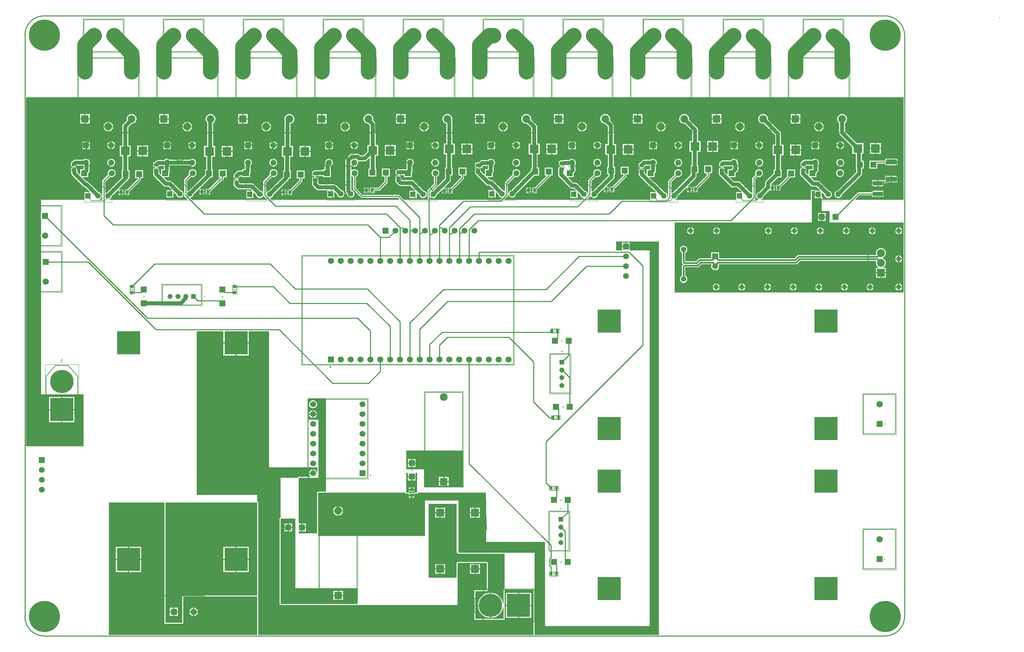
<source format=gtl>
G04*
G04 #@! TF.GenerationSoftware,Altium Limited,Altium Designer,22.1.2 (22)*
G04*
G04 Layer_Physical_Order=1*
G04 Layer_Color=255*
%FSLAX44Y44*%
%MOMM*%
G71*
G04*
G04 #@! TF.SameCoordinates,E17F41A4-0C7A-49D5-8B51-7FD3D5A7BB14*
G04*
G04*
G04 #@! TF.FilePolarity,Positive*
G04*
G01*
G75*
%ADD11C,0.2000*%
%ADD12C,0.1270*%
%ADD13C,0.2540*%
%ADD16C,0.1000*%
%ADD17C,0.2800*%
%ADD18C,0.0500*%
%ADD19R,2.0000X2.0000*%
%ADD20R,1.5000X1.5000*%
%ADD21R,2.6000X1.2000*%
%ADD22R,0.9000X0.7000*%
%ADD23R,0.7000X0.9000*%
%ADD24R,1.5000X1.5000*%
%ADD25R,2.3000X2.3000*%
%ADD26R,2.6000X1.1000*%
%ADD60C,1.0000*%
%ADD61C,0.3810*%
%ADD62C,4.0000*%
%ADD63C,1.9800*%
%ADD64C,1.9350*%
%ADD65R,1.9800X1.9800*%
%ADD66C,1.4980*%
%ADD67R,1.4980X1.4980*%
%ADD68C,8.0000*%
%ADD69C,1.4000*%
%ADD70C,1.5000*%
%ADD71R,1.5300X1.5300*%
%ADD72C,1.5300*%
%ADD73R,2.0400X2.0400*%
%ADD74C,2.0400*%
%ADD75R,1.6500X1.6500*%
%ADD76C,1.6500*%
%ADD77C,1.3080*%
%ADD78R,1.3080X1.3080*%
%ADD79R,1.6500X1.6500*%
%ADD80C,6.0000*%
%ADD81R,6.0000X6.0000*%
%ADD82R,1.4000X1.4000*%
%ADD83R,6.0000X6.0000*%
%ADD84R,1.5600X1.5600*%
%ADD85C,1.5600*%
%ADD86R,1.3080X1.3080*%
%ADD87C,1.2700*%
G36*
X1191214Y1202570D02*
X1183820D01*
Y1189321D01*
X1182647Y1188835D01*
X1173465Y1198017D01*
Y1198880D01*
X1173206Y1200848D01*
X1172900Y1201587D01*
Y1203770D01*
X1172799D01*
X1172781Y1203775D01*
X1172643Y1203982D01*
X1173259Y1205344D01*
X1173563Y1205384D01*
X1175397Y1206144D01*
X1176972Y1207352D01*
X1180622Y1211002D01*
X1191214D01*
Y1202570D01*
D02*
G37*
G36*
X1609105D02*
X1600380D01*
Y1189321D01*
X1599207Y1188835D01*
X1595105Y1192937D01*
Y1197610D01*
X1594846Y1199578D01*
X1594540Y1200317D01*
Y1203770D01*
X1591858D01*
X1591302Y1204196D01*
X1590611Y1204483D01*
Y1205857D01*
X1591303Y1206144D01*
X1592014Y1206690D01*
X1594540D01*
Y1209015D01*
X1597120Y1211595D01*
X1609105D01*
Y1202570D01*
D02*
G37*
G36*
X2026935Y1203240D02*
X2026265Y1202570D01*
X2016940D01*
Y1189321D01*
X2015767Y1188835D01*
X2011483Y1193119D01*
X2011100Y1194230D01*
X2011100D01*
Y1206310D01*
X2007620D01*
X2006926Y1206961D01*
X2007100Y1208368D01*
X2007863Y1208684D01*
X2008574Y1209230D01*
X2011100D01*
Y1211555D01*
X2011500Y1211955D01*
X2026935D01*
Y1203240D01*
D02*
G37*
G36*
X1821195Y1209700D02*
Y1205780D01*
X1817985Y1202570D01*
X1808660D01*
Y1189321D01*
X1807487Y1188835D01*
X1801550Y1194772D01*
Y1206310D01*
X1798070D01*
X1797376Y1206961D01*
X1797550Y1208368D01*
X1798313Y1208684D01*
X1799024Y1209230D01*
X1801550D01*
Y1210325D01*
X1820570D01*
X1821195Y1209700D01*
D02*
G37*
G36*
X151092Y1211534D02*
X151145Y1211503D01*
Y1202570D01*
X142420D01*
Y1189321D01*
X141247Y1188835D01*
X134605Y1195477D01*
Y1201420D01*
X134346Y1203388D01*
X133586Y1205222D01*
X132770Y1206286D01*
Y1206310D01*
X132752D01*
X132378Y1206798D01*
X130863Y1207960D01*
X130853Y1208090D01*
X131346Y1209230D01*
X132770D01*
Y1211555D01*
X133170Y1211955D01*
X150671D01*
X151092Y1211534D01*
D02*
G37*
G36*
X2261820Y1123950D02*
X2137933D01*
X2137447Y1125123D01*
X2147629Y1135305D01*
X2180290D01*
Y1131150D01*
X2211370D01*
Y1147230D01*
X2180290D01*
Y1143075D01*
X2146020D01*
X2144533Y1142779D01*
X2143273Y1141937D01*
X2125286Y1123950D01*
X2053640D01*
Y1128125D01*
X2053590Y1128375D01*
Y1128630D01*
X2053548Y1128843D01*
X2053450Y1129079D01*
X2053443Y1129116D01*
X2053421Y1129148D01*
X2053161Y1129777D01*
X2052446Y1130491D01*
X2051818Y1130751D01*
X2051786Y1130773D01*
X2051749Y1130780D01*
X2051513Y1130878D01*
X2051300Y1130920D01*
X2051100D01*
Y1141965D01*
X2052273Y1142451D01*
X2058020Y1136705D01*
Y1136664D01*
X2058670Y1134238D01*
X2059926Y1132062D01*
X2061702Y1130286D01*
X2063878Y1129030D01*
X2066304Y1128380D01*
X2068816D01*
X2071242Y1129030D01*
X2073418Y1130286D01*
X2075194Y1132062D01*
X2076450Y1134238D01*
X2077100Y1136664D01*
Y1139176D01*
X2076450Y1141602D01*
X2075194Y1143778D01*
X2073418Y1145554D01*
X2071242Y1146810D01*
X2068816Y1147460D01*
X2068775D01*
X2045986Y1170249D01*
X2044411Y1171457D01*
X2042577Y1172217D01*
X2040609Y1172476D01*
X2032126D01*
X2023285Y1181317D01*
X2023771Y1182490D01*
X2037020D01*
Y1191815D01*
X2039918Y1194712D01*
X2041126Y1196288D01*
X2041886Y1198122D01*
X2042145Y1200090D01*
Y1213972D01*
X2043136Y1215689D01*
X2043820Y1218240D01*
Y1220881D01*
X2043136Y1223431D01*
X2041816Y1225719D01*
X2039948Y1227586D01*
X2037661Y1228906D01*
X2035110Y1229590D01*
X2032469D01*
X2029918Y1228906D01*
X2027631Y1227586D01*
X2027210Y1227165D01*
X2008350D01*
X2006382Y1226906D01*
X2004547Y1226146D01*
X2002972Y1224938D01*
X1999345Y1221310D01*
X1997020D01*
Y1217977D01*
X1996714Y1217238D01*
X1996455Y1215270D01*
X1996714Y1213302D01*
X1997020Y1212563D01*
Y1209230D01*
X1999546D01*
X2000258Y1208684D01*
X2000314Y1208660D01*
X2000314Y1207286D01*
X1998987Y1206736D01*
X1998432Y1206310D01*
X1997020D01*
Y1205016D01*
X1996204Y1203952D01*
X1995444Y1202118D01*
X1995185Y1200150D01*
Y1191057D01*
X1995444Y1189089D01*
X1996204Y1187254D01*
X1997412Y1185679D01*
X2023598Y1159493D01*
X2025173Y1158285D01*
X2027007Y1157525D01*
X2028976Y1157266D01*
X2037459D01*
X2046091Y1148633D01*
X2045605Y1147460D01*
X2034463D01*
X2034462Y1147461D01*
X2034413Y1147711D01*
X2034271Y1147924D01*
X2034173Y1148159D01*
X2034144Y1148204D01*
X2034143Y1148204D01*
X2033963Y1148384D01*
X2033851Y1148552D01*
X2033684Y1148663D01*
X2033429Y1148919D01*
X2033096Y1149057D01*
X2033011Y1149113D01*
X2032911Y1149133D01*
X2032777Y1149189D01*
X2032756Y1149203D01*
X2032731Y1149208D01*
X2032495Y1149305D01*
X2032270Y1149350D01*
X2032015D01*
X2031765Y1149400D01*
X2025905D01*
X2025655Y1149350D01*
X2025400D01*
X2025187Y1149308D01*
X2024951Y1149210D01*
X2024914Y1149203D01*
X2024882Y1149181D01*
X2024254Y1148921D01*
X2023539Y1148206D01*
X2023279Y1147578D01*
X2023257Y1147546D01*
X2023250Y1147509D01*
X2023152Y1147273D01*
X2023110Y1147060D01*
Y1146805D01*
X2023060Y1146555D01*
Y1123950D01*
X1895479D01*
X1895312Y1125220D01*
X1895312Y1125220D01*
X1897488Y1126476D01*
X1899264Y1128252D01*
X1900520Y1130428D01*
X1901170Y1132854D01*
Y1132895D01*
X1916957Y1148681D01*
X1918130Y1148195D01*
Y1147390D01*
X1922900D01*
Y1154430D01*
Y1161470D01*
X1920735D01*
Y1163930D01*
X1938025Y1181220D01*
X1947350D01*
Y1201300D01*
X1945630D01*
Y1238180D01*
X1952780D01*
Y1266260D01*
X1946345D01*
Y1293680D01*
X1946086Y1295648D01*
X1945641Y1296723D01*
X1945326Y1297482D01*
X1944118Y1299058D01*
X1912660Y1330515D01*
X1912670Y1330552D01*
Y1333828D01*
X1911822Y1336992D01*
X1910184Y1339828D01*
X1907868Y1342144D01*
X1905032Y1343782D01*
X1901868Y1344630D01*
X1898592D01*
X1895428Y1343782D01*
X1892592Y1342144D01*
X1890276Y1339828D01*
X1888638Y1336992D01*
X1887790Y1333828D01*
Y1330552D01*
X1888638Y1327388D01*
X1890276Y1324552D01*
X1892592Y1322236D01*
X1895428Y1320598D01*
X1898592Y1319750D01*
X1901868D01*
X1901905Y1319760D01*
X1931135Y1290530D01*
Y1266260D01*
X1924700D01*
Y1238180D01*
X1930420D01*
Y1201300D01*
X1927270D01*
Y1191975D01*
X1907752Y1172458D01*
X1906544Y1170882D01*
X1905784Y1169048D01*
X1905525Y1167080D01*
Y1158760D01*
X1890415Y1143650D01*
X1890374D01*
X1887948Y1143000D01*
X1885772Y1141744D01*
X1883996Y1139968D01*
X1882740Y1137792D01*
X1882090Y1135366D01*
Y1132854D01*
X1882740Y1130428D01*
X1883996Y1128252D01*
X1885772Y1126476D01*
X1887948Y1125220D01*
X1887948Y1125220D01*
X1887781Y1123950D01*
X1877911D01*
X1877425Y1125123D01*
X1879187Y1126886D01*
X1880029Y1128146D01*
X1880325Y1129632D01*
Y1177661D01*
X1885835Y1183171D01*
X1888378Y1182490D01*
X1891022D01*
X1893575Y1183174D01*
X1895865Y1184496D01*
X1897734Y1186365D01*
X1899056Y1188655D01*
X1899740Y1191208D01*
Y1193852D01*
X1899056Y1196405D01*
X1897734Y1198695D01*
X1895865Y1200564D01*
X1893575Y1201886D01*
X1891022Y1202570D01*
X1888378D01*
X1885825Y1201886D01*
X1883535Y1200564D01*
X1881666Y1198695D01*
X1880344Y1196405D01*
X1879660Y1193852D01*
Y1191208D01*
X1880341Y1188665D01*
X1873693Y1182017D01*
X1872851Y1180757D01*
X1872555Y1179270D01*
Y1142280D01*
X1871285Y1141861D01*
X1869312Y1143000D01*
X1866886Y1143650D01*
X1866845D01*
X1841517Y1168979D01*
X1839942Y1170187D01*
X1838107Y1170947D01*
X1836139Y1171206D01*
X1825116D01*
X1815005Y1181317D01*
X1815491Y1182490D01*
X1828740D01*
Y1191815D01*
X1834178Y1197252D01*
X1835386Y1198828D01*
X1835701Y1199587D01*
X1836146Y1200662D01*
X1836405Y1202630D01*
Y1212850D01*
X1836146Y1214818D01*
X1835701Y1215893D01*
X1835386Y1216653D01*
X1835019Y1217132D01*
X1835316Y1218240D01*
Y1220881D01*
X1834632Y1223431D01*
X1833311Y1225719D01*
X1831444Y1227586D01*
X1829157Y1228906D01*
X1826606Y1229590D01*
X1823965D01*
X1821414Y1228906D01*
X1819127Y1227586D01*
X1817260Y1225719D01*
X1817153Y1225535D01*
X1797170D01*
X1795202Y1225276D01*
X1793367Y1224516D01*
X1791792Y1223308D01*
X1789795Y1221310D01*
X1787470D01*
Y1217977D01*
X1787164Y1217238D01*
X1786905Y1215270D01*
X1787164Y1213302D01*
X1787470Y1212563D01*
Y1209230D01*
X1789996D01*
X1790708Y1208684D01*
X1790764Y1208660D01*
X1790764Y1207286D01*
X1789438Y1206736D01*
X1788882Y1206310D01*
X1787470D01*
Y1205016D01*
X1786654Y1203952D01*
X1785894Y1202118D01*
X1785635Y1200150D01*
Y1192327D01*
X1785894Y1190359D01*
X1786654Y1188524D01*
X1787862Y1186949D01*
X1816588Y1158223D01*
X1818163Y1157015D01*
X1818923Y1156700D01*
X1819997Y1156255D01*
X1821966Y1155996D01*
X1832989D01*
X1844162Y1144823D01*
X1843676Y1143650D01*
X1830090D01*
Y1124570D01*
X1829077Y1123950D01*
X1674499D01*
X1674332Y1125220D01*
X1674332Y1125220D01*
X1676508Y1126476D01*
X1678284Y1128252D01*
X1679540Y1130428D01*
X1680190Y1132854D01*
Y1132895D01*
X1703597Y1156301D01*
X1704770Y1155816D01*
Y1151890D01*
X1709540D01*
Y1157660D01*
X1706615D01*
X1706129Y1158833D01*
X1726548Y1179252D01*
X1727756Y1180827D01*
X1728516Y1182662D01*
X1728775Y1184630D01*
Y1192650D01*
X1733710D01*
Y1212730D01*
X1731950D01*
Y1247070D01*
X1739060D01*
Y1275150D01*
X1732625D01*
Y1304200D01*
X1732366Y1306168D01*
X1731921Y1307243D01*
X1731606Y1308002D01*
X1730398Y1309578D01*
X1709460Y1330515D01*
X1709470Y1330552D01*
Y1333828D01*
X1708622Y1336992D01*
X1706985Y1339828D01*
X1704668Y1342144D01*
X1701832Y1343782D01*
X1698668Y1344630D01*
X1695392D01*
X1692228Y1343782D01*
X1689392Y1342144D01*
X1687076Y1339828D01*
X1685438Y1336992D01*
X1684590Y1333828D01*
Y1330552D01*
X1685438Y1327388D01*
X1687076Y1324552D01*
X1689392Y1322236D01*
X1692228Y1320598D01*
X1695392Y1319750D01*
X1698668D01*
X1698705Y1319760D01*
X1717415Y1301050D01*
Y1275150D01*
X1710980D01*
Y1247070D01*
X1716740D01*
Y1212730D01*
X1713630D01*
Y1200964D01*
X1713565Y1200470D01*
Y1187780D01*
X1669435Y1143650D01*
X1669394D01*
X1666968Y1143000D01*
X1664995Y1141861D01*
X1663725Y1142280D01*
Y1169341D01*
X1677555Y1183171D01*
X1680098Y1182490D01*
X1682742D01*
X1685295Y1183174D01*
X1687585Y1184496D01*
X1689454Y1186365D01*
X1690776Y1188655D01*
X1691460Y1191208D01*
Y1193852D01*
X1690776Y1196405D01*
X1689454Y1198695D01*
X1687585Y1200564D01*
X1685295Y1201886D01*
X1682742Y1202570D01*
X1680098D01*
X1677545Y1201886D01*
X1675255Y1200564D01*
X1673386Y1198695D01*
X1672064Y1196405D01*
X1671380Y1193852D01*
Y1191208D01*
X1672061Y1188665D01*
X1657093Y1173697D01*
X1656251Y1172437D01*
X1655955Y1170950D01*
Y1130807D01*
X1654228Y1129080D01*
X1653212Y1129859D01*
X1653540Y1130428D01*
X1654190Y1132854D01*
Y1135366D01*
X1653540Y1137792D01*
X1652284Y1139968D01*
X1650508Y1141744D01*
X1648332Y1143000D01*
X1645906Y1143650D01*
X1645865D01*
X1621806Y1167709D01*
X1620231Y1168917D01*
X1618397Y1169677D01*
X1618360Y1169682D01*
X1606725Y1181317D01*
X1607211Y1182490D01*
X1620460D01*
Y1191815D01*
X1622088Y1193442D01*
X1623296Y1195017D01*
X1623611Y1195777D01*
X1624056Y1196852D01*
X1624315Y1198820D01*
Y1212909D01*
X1624807Y1213401D01*
X1626127Y1215689D01*
X1626811Y1218240D01*
Y1220881D01*
X1626127Y1223431D01*
X1624807Y1225719D01*
X1622940Y1227586D01*
X1620652Y1228906D01*
X1618102Y1229590D01*
X1615461D01*
X1612910Y1228906D01*
X1610623Y1227586D01*
X1609842Y1226805D01*
X1593970D01*
X1592002Y1226546D01*
X1590168Y1225786D01*
X1588593Y1224578D01*
X1582785Y1218770D01*
X1580460D01*
Y1215437D01*
X1580154Y1214698D01*
X1579895Y1212730D01*
X1580154Y1210762D01*
X1580460Y1210023D01*
Y1206690D01*
X1582986D01*
X1583698Y1206144D01*
X1584389Y1205857D01*
Y1204483D01*
X1583698Y1204196D01*
X1583142Y1203770D01*
X1580460D01*
Y1200317D01*
X1580154Y1199578D01*
X1579895Y1197610D01*
Y1189787D01*
X1580154Y1187819D01*
X1580914Y1185984D01*
X1582122Y1184409D01*
X1609578Y1156954D01*
X1611153Y1155745D01*
X1612987Y1154985D01*
X1613025Y1154980D01*
X1623181Y1144823D01*
X1622695Y1143650D01*
X1609110D01*
Y1125295D01*
X1609110Y1124570D01*
X1608066Y1124025D01*
X1536700D01*
X1536325Y1123950D01*
X1447381D01*
X1446895Y1125123D01*
X1455086Y1133315D01*
X1456673Y1133106D01*
X1457276Y1132062D01*
X1459052Y1130286D01*
X1461228Y1129030D01*
X1463654Y1128380D01*
X1466166D01*
X1468592Y1129030D01*
X1470768Y1130286D01*
X1472544Y1132062D01*
X1473800Y1134238D01*
X1474450Y1136664D01*
Y1136798D01*
X1488967Y1151315D01*
X1490140Y1150829D01*
Y1143580D01*
X1494910D01*
Y1150620D01*
X1496180D01*
Y1151890D01*
X1502220D01*
Y1157660D01*
X1496971D01*
X1496485Y1158833D01*
X1515408Y1177756D01*
X1516616Y1179331D01*
X1517376Y1181165D01*
X1517635Y1183133D01*
Y1188840D01*
X1519080D01*
Y1208920D01*
X1516050D01*
Y1239450D01*
X1521890D01*
Y1267530D01*
X1515455D01*
Y1315518D01*
X1515196Y1317487D01*
X1514436Y1319321D01*
X1513228Y1320896D01*
X1505700Y1328424D01*
X1506270Y1330552D01*
Y1333828D01*
X1505422Y1336992D01*
X1503784Y1339828D01*
X1501468Y1342144D01*
X1498632Y1343782D01*
X1495468Y1344630D01*
X1492192D01*
X1489028Y1343782D01*
X1486192Y1342144D01*
X1483875Y1339828D01*
X1482238Y1336992D01*
X1481390Y1333828D01*
Y1330552D01*
X1482238Y1327388D01*
X1483875Y1324552D01*
X1486192Y1322236D01*
X1489028Y1320598D01*
X1492192Y1319750D01*
X1492863D01*
X1500245Y1312368D01*
Y1267530D01*
X1493810D01*
Y1239450D01*
X1500840D01*
Y1208920D01*
X1499000D01*
Y1188840D01*
X1502425D01*
Y1186283D01*
X1463582Y1147441D01*
X1461228Y1146810D01*
X1459255Y1145671D01*
X1457985Y1146090D01*
Y1171881D01*
X1469275Y1183171D01*
X1471818Y1182490D01*
X1474462D01*
X1477015Y1183174D01*
X1479305Y1184496D01*
X1481174Y1186365D01*
X1482496Y1188655D01*
X1483180Y1191208D01*
Y1193852D01*
X1482496Y1196405D01*
X1481174Y1198695D01*
X1479305Y1200564D01*
X1477015Y1201886D01*
X1474462Y1202570D01*
X1471818D01*
X1469265Y1201886D01*
X1466975Y1200564D01*
X1465106Y1198695D01*
X1463784Y1196405D01*
X1463100Y1193852D01*
Y1191208D01*
X1463781Y1188665D01*
X1451353Y1176237D01*
X1450511Y1174977D01*
X1450215Y1173490D01*
Y1139865D01*
X1449571Y1139385D01*
X1448255Y1139902D01*
X1447800Y1141602D01*
X1446544Y1143778D01*
X1444768Y1145554D01*
X1442592Y1146810D01*
X1440166Y1147460D01*
X1440125D01*
X1421911Y1165674D01*
X1420336Y1166882D01*
X1418502Y1167642D01*
X1416534Y1167901D01*
X1411861D01*
X1398445Y1181317D01*
X1398931Y1182490D01*
X1412180D01*
Y1191815D01*
X1415078Y1194712D01*
X1416286Y1196288D01*
X1417046Y1198122D01*
X1417305Y1200090D01*
Y1202690D01*
X1417046Y1204658D01*
X1416835Y1205169D01*
Y1214323D01*
X1417623Y1215689D01*
X1418307Y1218240D01*
Y1220881D01*
X1417623Y1223431D01*
X1416303Y1225719D01*
X1414435Y1227586D01*
X1412148Y1228906D01*
X1409597Y1229590D01*
X1406956D01*
X1404405Y1228906D01*
X1402118Y1227586D01*
X1400744Y1226212D01*
X1385976D01*
X1384008Y1225953D01*
X1382709Y1225415D01*
X1381760D01*
X1379792Y1225156D01*
X1377957Y1224396D01*
X1377246Y1223850D01*
X1374720D01*
Y1220517D01*
X1374414Y1219778D01*
X1374155Y1217810D01*
X1374414Y1215842D01*
X1374720Y1215103D01*
Y1211770D01*
X1377246D01*
X1377957Y1211224D01*
X1378014Y1211200D01*
Y1209826D01*
X1376687Y1209276D01*
X1376132Y1208850D01*
X1374720D01*
Y1207556D01*
X1373904Y1206492D01*
X1373144Y1204658D01*
X1372885Y1202690D01*
Y1188517D01*
X1373144Y1186548D01*
X1373904Y1184714D01*
X1375112Y1183139D01*
X1403333Y1154919D01*
X1404908Y1153710D01*
X1406742Y1152950D01*
X1408711Y1152691D01*
X1413384D01*
X1417442Y1148633D01*
X1416956Y1147460D01*
X1403370D01*
Y1128380D01*
X1422450D01*
Y1141965D01*
X1423623Y1142451D01*
X1429370Y1136705D01*
Y1136664D01*
X1430020Y1134238D01*
X1431276Y1132062D01*
X1433052Y1130286D01*
X1435228Y1129030D01*
X1437428Y1128440D01*
X1438030Y1127246D01*
X1434734Y1123950D01*
X1235291D01*
X1234805Y1125123D01*
X1242267Y1132586D01*
X1243109Y1133846D01*
X1243405Y1135332D01*
Y1137302D01*
X1244675Y1137469D01*
X1245200Y1135508D01*
X1246456Y1133332D01*
X1248232Y1131556D01*
X1250408Y1130300D01*
X1252834Y1129650D01*
X1255346D01*
X1257772Y1130300D01*
X1259948Y1131556D01*
X1261724Y1133332D01*
X1262980Y1135508D01*
X1263630Y1137934D01*
Y1137975D01*
X1311955Y1186300D01*
X1323500D01*
Y1206380D01*
X1319835D01*
Y1240720D01*
X1325040D01*
Y1268800D01*
X1318605D01*
Y1311820D01*
X1318346Y1313788D01*
X1317901Y1314863D01*
X1317586Y1315623D01*
X1316378Y1317198D01*
X1303060Y1330515D01*
X1303070Y1330552D01*
Y1333828D01*
X1302222Y1336992D01*
X1300585Y1339828D01*
X1298268Y1342144D01*
X1295432Y1343782D01*
X1292268Y1344630D01*
X1288992D01*
X1285828Y1343782D01*
X1282992Y1342144D01*
X1280676Y1339828D01*
X1279038Y1336992D01*
X1278190Y1333828D01*
Y1330552D01*
X1279038Y1327388D01*
X1280676Y1324552D01*
X1282992Y1322236D01*
X1285828Y1320598D01*
X1288992Y1319750D01*
X1292268D01*
X1292305Y1319760D01*
X1303395Y1308670D01*
Y1268800D01*
X1296960D01*
Y1240720D01*
X1304625D01*
Y1206380D01*
X1303420D01*
Y1199262D01*
X1303362Y1199218D01*
X1252875Y1148730D01*
X1252834D01*
X1250408Y1148080D01*
X1248232Y1146824D01*
X1246456Y1145048D01*
X1245200Y1142872D01*
X1244675Y1140911D01*
X1243405Y1141078D01*
Y1165581D01*
X1260995Y1183171D01*
X1263538Y1182490D01*
X1266182D01*
X1268735Y1183174D01*
X1271025Y1184496D01*
X1272894Y1186365D01*
X1274216Y1188655D01*
X1274900Y1191208D01*
Y1193852D01*
X1274216Y1196405D01*
X1272894Y1198695D01*
X1271025Y1200564D01*
X1268735Y1201886D01*
X1266182Y1202570D01*
X1263538D01*
X1260985Y1201886D01*
X1258695Y1200564D01*
X1256826Y1198695D01*
X1255504Y1196405D01*
X1254820Y1193852D01*
Y1191208D01*
X1255501Y1188665D01*
X1236773Y1169937D01*
X1235931Y1168677D01*
X1235635Y1167190D01*
Y1146796D01*
X1234462Y1146310D01*
X1233948Y1146824D01*
X1231772Y1148080D01*
X1229346Y1148730D01*
X1229305D01*
X1205247Y1172789D01*
X1203671Y1173997D01*
X1201837Y1174757D01*
X1199869Y1175016D01*
X1196466D01*
X1190165Y1181317D01*
X1190651Y1182490D01*
X1203900D01*
Y1191815D01*
X1204197Y1192112D01*
X1205406Y1193687D01*
X1206165Y1195521D01*
X1206424Y1197489D01*
Y1212028D01*
X1207798Y1213401D01*
X1209119Y1215689D01*
X1209802Y1218240D01*
Y1220881D01*
X1209119Y1223431D01*
X1207798Y1225719D01*
X1205931Y1227586D01*
X1203644Y1228906D01*
X1201093Y1229590D01*
X1198452D01*
X1195901Y1228906D01*
X1193614Y1227586D01*
X1192240Y1226212D01*
X1177472D01*
X1175503Y1225953D01*
X1173669Y1225193D01*
X1172094Y1223985D01*
X1168445Y1220335D01*
X1165860D01*
X1163892Y1220076D01*
X1162057Y1219316D01*
X1161346Y1218770D01*
X1158820D01*
Y1215437D01*
X1158514Y1214698D01*
X1158255Y1212730D01*
X1158514Y1210762D01*
X1158820Y1210023D01*
Y1206690D01*
X1160349D01*
X1160936Y1206103D01*
X1160829Y1204524D01*
X1160482Y1204258D01*
X1160108Y1203770D01*
X1158820D01*
Y1201587D01*
X1158514Y1200848D01*
X1158255Y1198880D01*
Y1194867D01*
X1158514Y1192898D01*
X1158820Y1192160D01*
Y1191690D01*
X1159015D01*
X1159274Y1191064D01*
X1160482Y1189489D01*
X1187938Y1162033D01*
X1189513Y1160825D01*
X1191347Y1160065D01*
X1193316Y1159806D01*
X1196719D01*
X1206621Y1149903D01*
X1206135Y1148730D01*
X1192550D01*
Y1129650D01*
X1211630D01*
Y1143235D01*
X1212803Y1143721D01*
X1218550Y1137975D01*
Y1137934D01*
X1219200Y1135508D01*
X1220456Y1133332D01*
X1222232Y1131556D01*
X1224408Y1130300D01*
X1226608Y1129710D01*
X1227210Y1128516D01*
X1222719Y1124025D01*
X1129030D01*
X1128655Y1123950D01*
X1044015D01*
Y1129685D01*
X1045285Y1130140D01*
X1047208Y1129030D01*
X1049634Y1128380D01*
X1052146D01*
X1054572Y1129030D01*
X1056748Y1130286D01*
X1058524Y1132062D01*
X1059780Y1134238D01*
X1060430Y1136664D01*
Y1136705D01*
X1072407Y1148681D01*
X1073580Y1148195D01*
Y1148080D01*
X1079620D01*
X1085660D01*
Y1153850D01*
X1079234D01*
X1078748Y1155023D01*
X1094088Y1170362D01*
X1095296Y1171937D01*
X1095611Y1172697D01*
X1096056Y1173772D01*
X1096315Y1175740D01*
Y1186300D01*
X1101250D01*
Y1206380D01*
X1099490D01*
Y1240720D01*
X1106600D01*
Y1268800D01*
X1100165D01*
Y1324408D01*
X1099906Y1326376D01*
X1099205Y1328069D01*
X1099870Y1330552D01*
Y1333828D01*
X1099022Y1336992D01*
X1097384Y1339828D01*
X1095068Y1342144D01*
X1092232Y1343782D01*
X1089068Y1344630D01*
X1085792D01*
X1082628Y1343782D01*
X1079792Y1342144D01*
X1077476Y1339828D01*
X1075838Y1336992D01*
X1074990Y1333828D01*
Y1330552D01*
X1075838Y1327388D01*
X1077476Y1324552D01*
X1079792Y1322236D01*
X1082628Y1320598D01*
X1084955Y1319974D01*
Y1268800D01*
X1078520D01*
Y1240720D01*
X1084280D01*
Y1206380D01*
X1081170D01*
Y1194334D01*
X1081105Y1193840D01*
Y1178890D01*
X1049675Y1147460D01*
X1049634D01*
X1047208Y1146810D01*
X1046431Y1146361D01*
X1045651Y1147377D01*
X1049481Y1151208D01*
X1049482Y1151208D01*
X1059387Y1161114D01*
X1060229Y1162374D01*
X1060525Y1163860D01*
Y1167130D01*
X1060465Y1167432D01*
Y1183180D01*
X1062745Y1184496D01*
X1064614Y1186365D01*
X1065936Y1188655D01*
X1066620Y1191208D01*
Y1193852D01*
X1065936Y1196405D01*
X1064614Y1198695D01*
X1062745Y1200564D01*
X1060455Y1201886D01*
X1057902Y1202570D01*
X1055258D01*
X1052705Y1201886D01*
X1050415Y1200564D01*
X1048546Y1198695D01*
X1047224Y1196405D01*
X1046540Y1193852D01*
Y1191208D01*
X1047224Y1188655D01*
X1048546Y1186365D01*
X1050415Y1184496D01*
X1052695Y1183180D01*
Y1167130D01*
X1052755Y1166828D01*
Y1165469D01*
X1043988Y1156702D01*
X1043988Y1156702D01*
X1037383Y1150097D01*
X1036541Y1148837D01*
X1036245Y1147350D01*
Y1138958D01*
X1036266Y1138852D01*
X1036144Y1137920D01*
X1036266Y1136988D01*
X1036245Y1136882D01*
Y1123950D01*
X975774D01*
X964137Y1135587D01*
X962877Y1136429D01*
X961390Y1136725D01*
X869019D01*
X852185Y1153559D01*
Y1183180D01*
X854465Y1184496D01*
X856334Y1186365D01*
X857656Y1188655D01*
X858340Y1191208D01*
Y1193852D01*
X857656Y1196405D01*
X856334Y1198695D01*
X854465Y1200564D01*
X852175Y1201886D01*
X849622Y1202570D01*
X846978D01*
X844425Y1201886D01*
X842135Y1200564D01*
X841512Y1199940D01*
X840339Y1200426D01*
Y1211141D01*
X841512Y1211627D01*
X841605Y1211534D01*
X843892Y1210213D01*
X846443Y1209530D01*
X849084D01*
X851635Y1210213D01*
X853922Y1211534D01*
X855789Y1213401D01*
X857110Y1215689D01*
X857793Y1218240D01*
Y1220881D01*
X857518Y1221909D01*
X857881Y1222400D01*
X858560Y1222927D01*
X860264Y1222703D01*
X874708D01*
X876676Y1222962D01*
X878510Y1223722D01*
X880085Y1224930D01*
X886077Y1230921D01*
X887250Y1230435D01*
Y1203840D01*
X884320D01*
Y1183760D01*
X904400D01*
Y1203840D01*
X902460D01*
Y1236910D01*
X909390D01*
Y1264990D01*
X902955D01*
Y1318418D01*
X902696Y1320387D01*
X902251Y1321461D01*
X901936Y1322221D01*
X900728Y1323796D01*
X896100Y1328424D01*
X896670Y1330552D01*
Y1333828D01*
X895822Y1336992D01*
X894184Y1339828D01*
X891868Y1342144D01*
X889032Y1343782D01*
X885868Y1344630D01*
X882592D01*
X879428Y1343782D01*
X876592Y1342144D01*
X874276Y1339828D01*
X872638Y1336992D01*
X871790Y1333828D01*
Y1330552D01*
X872638Y1327388D01*
X874276Y1324552D01*
X876592Y1322236D01*
X879428Y1320598D01*
X882592Y1319750D01*
X883263D01*
X887745Y1315268D01*
Y1264990D01*
X881310D01*
Y1247665D01*
X871558Y1237913D01*
X863414D01*
X861359Y1239968D01*
X859784Y1241176D01*
X857950Y1241936D01*
X855982Y1242195D01*
X841538D01*
X839569Y1241936D01*
X837735Y1241176D01*
X836160Y1239968D01*
X827356Y1231163D01*
X826147Y1229588D01*
X825387Y1227754D01*
X825128Y1225786D01*
Y1145927D01*
X825387Y1143958D01*
X826147Y1142124D01*
X827356Y1140549D01*
X829012Y1138892D01*
X829260Y1138702D01*
Y1137934D01*
X829910Y1135508D01*
X831166Y1133332D01*
X832942Y1131556D01*
X835118Y1130300D01*
X837544Y1129650D01*
X840056D01*
X842482Y1130300D01*
X844658Y1131556D01*
X846434Y1133332D01*
X847690Y1135508D01*
X848340Y1137934D01*
Y1140446D01*
X847690Y1142872D01*
X846434Y1145048D01*
X844658Y1146824D01*
X842482Y1148080D01*
X840579Y1148590D01*
X840339Y1148904D01*
Y1184633D01*
X841512Y1185119D01*
X842135Y1184496D01*
X844415Y1183180D01*
Y1151950D01*
X844711Y1150463D01*
X845553Y1149203D01*
X864663Y1130093D01*
X865923Y1129251D01*
X867410Y1128955D01*
X959781D01*
X963613Y1125123D01*
X963127Y1123950D01*
X634696D01*
X631400Y1127246D01*
X632002Y1128440D01*
X634202Y1129030D01*
X636378Y1130286D01*
X638154Y1132062D01*
X639410Y1134238D01*
X640060Y1136664D01*
Y1136705D01*
X677528Y1174172D01*
X678736Y1175748D01*
X679051Y1176507D01*
X679496Y1177582D01*
X679641Y1178680D01*
X684690D01*
Y1198760D01*
X682930D01*
Y1234370D01*
X690040D01*
Y1262450D01*
X683605D01*
Y1320001D01*
X685832Y1320598D01*
X688668Y1322236D01*
X690984Y1324552D01*
X692622Y1327388D01*
X693470Y1330552D01*
Y1333828D01*
X692622Y1336992D01*
X690984Y1339828D01*
X688668Y1342144D01*
X685832Y1343782D01*
X682668Y1344630D01*
X679392D01*
X676228Y1343782D01*
X673392Y1342144D01*
X671076Y1339828D01*
X669438Y1336992D01*
X668590Y1333828D01*
Y1330552D01*
X669278Y1327984D01*
X668654Y1326476D01*
X668395Y1324508D01*
Y1262450D01*
X661960D01*
Y1234370D01*
X667720D01*
Y1198760D01*
X664610D01*
Y1186714D01*
X664545Y1186220D01*
Y1182700D01*
X629305Y1147460D01*
X629264D01*
X626838Y1146810D01*
X624662Y1145554D01*
X622886Y1143778D01*
X622375Y1142892D01*
X621105Y1143232D01*
Y1168121D01*
X636155Y1183171D01*
X638698Y1182490D01*
X641342D01*
X643895Y1183174D01*
X646185Y1184496D01*
X648054Y1186365D01*
X649376Y1188655D01*
X650060Y1191208D01*
Y1193852D01*
X649376Y1196405D01*
X648054Y1198695D01*
X646185Y1200564D01*
X643895Y1201886D01*
X641342Y1202570D01*
X638698D01*
X636145Y1201886D01*
X633855Y1200564D01*
X631986Y1198695D01*
X630664Y1196405D01*
X629980Y1193852D01*
Y1191208D01*
X630661Y1188665D01*
X614473Y1172477D01*
X613631Y1171217D01*
X613335Y1169730D01*
Y1144094D01*
X612728Y1143932D01*
X612065Y1143866D01*
X610378Y1145554D01*
X608202Y1146810D01*
X605776Y1147460D01*
X605735D01*
X589578Y1163618D01*
X588003Y1164826D01*
X586168Y1165586D01*
X584200Y1165845D01*
X553838D01*
X552435Y1167248D01*
Y1168400D01*
X552176Y1170368D01*
X551870Y1171107D01*
Y1175830D01*
X546160D01*
X545214Y1175955D01*
Y1177235D01*
X545690Y1177298D01*
X546798Y1177444D01*
X548633Y1178204D01*
X549344Y1178750D01*
X551870D01*
Y1181075D01*
X554450Y1183655D01*
X558980D01*
Y1182490D01*
X579060D01*
Y1191852D01*
X580146Y1193268D01*
X580906Y1195102D01*
X581165Y1197070D01*
Y1212281D01*
X582285Y1213401D01*
X583605Y1215689D01*
X584289Y1218240D01*
Y1220881D01*
X583605Y1223431D01*
X582285Y1225719D01*
X580418Y1227586D01*
X578130Y1228906D01*
X575579Y1229590D01*
X572938D01*
X570388Y1228906D01*
X568100Y1227586D01*
X566233Y1225719D01*
X564912Y1223431D01*
X564229Y1220881D01*
Y1218240D01*
X564912Y1215689D01*
X565955Y1213883D01*
Y1202570D01*
X558980D01*
Y1198865D01*
X551300D01*
X549332Y1198606D01*
X547497Y1197846D01*
X545923Y1196638D01*
X540115Y1190830D01*
X537790D01*
Y1187497D01*
X537484Y1186758D01*
X537225Y1184790D01*
X537484Y1182822D01*
X537790Y1182083D01*
Y1178750D01*
X540316D01*
X541027Y1178204D01*
X542862Y1177444D01*
X543970Y1177298D01*
X544446Y1177235D01*
Y1175955D01*
X543500Y1175830D01*
X537790D01*
Y1171107D01*
X537484Y1170368D01*
X537225Y1168400D01*
Y1164098D01*
X537484Y1162130D01*
X538244Y1160295D01*
X539452Y1158720D01*
X545310Y1152862D01*
X546885Y1151654D01*
X547645Y1151339D01*
X548719Y1150894D01*
X550688Y1150635D01*
X581050D01*
X583051Y1148633D01*
X582565Y1147460D01*
X568980D01*
Y1128380D01*
X588060D01*
Y1141965D01*
X589233Y1142451D01*
X594980Y1136705D01*
Y1136664D01*
X595630Y1134238D01*
X596886Y1132062D01*
X598662Y1130286D01*
X600838Y1129030D01*
X603264Y1128380D01*
X605776D01*
X608202Y1129030D01*
X610378Y1130286D01*
X612154Y1132062D01*
X612869Y1133301D01*
X614364Y1133350D01*
X614473Y1133186D01*
X622535Y1125123D01*
X622049Y1123950D01*
X430129D01*
X425660Y1128419D01*
X426262Y1129613D01*
X428462Y1130203D01*
X430638Y1131459D01*
X432414Y1133235D01*
X433670Y1135410D01*
X434320Y1137837D01*
Y1137877D01*
X476868Y1180425D01*
X477478Y1181220D01*
X484030D01*
Y1201300D01*
X482270D01*
Y1234370D01*
X489380D01*
Y1262450D01*
X484190D01*
Y1321497D01*
X485468Y1322236D01*
X487785Y1324552D01*
X489422Y1327388D01*
X490270Y1330552D01*
Y1333828D01*
X489422Y1336992D01*
X487785Y1339828D01*
X485468Y1342144D01*
X482632Y1343782D01*
X479468Y1344630D01*
X476192D01*
X473028Y1343782D01*
X470192Y1342144D01*
X467876Y1339828D01*
X466238Y1336992D01*
X465390Y1333828D01*
Y1330552D01*
X466238Y1327388D01*
X467876Y1324552D01*
X468980Y1323447D01*
Y1262450D01*
X461300D01*
Y1234370D01*
X467060D01*
Y1201300D01*
X463950D01*
Y1189254D01*
X463914Y1188982D01*
X423565Y1148633D01*
X423524D01*
X421098Y1147982D01*
X419125Y1146843D01*
X417855Y1147262D01*
Y1173151D01*
X427875Y1183171D01*
X430418Y1182490D01*
X433062D01*
X435615Y1183174D01*
X437905Y1184496D01*
X439774Y1186365D01*
X441096Y1188655D01*
X441780Y1191208D01*
Y1193852D01*
X441096Y1196405D01*
X439774Y1198695D01*
X437905Y1200564D01*
X435615Y1201886D01*
X433062Y1202570D01*
X430418D01*
X427865Y1201886D01*
X425575Y1200564D01*
X423706Y1198695D01*
X422384Y1196405D01*
X421700Y1193852D01*
Y1191208D01*
X422381Y1188665D01*
X411223Y1177507D01*
X410381Y1176247D01*
X410085Y1174760D01*
Y1134615D01*
X410381Y1133128D01*
X411223Y1131868D01*
X417968Y1125123D01*
X417482Y1123950D01*
X217809D01*
X217642Y1125220D01*
X217642Y1125220D01*
X219818Y1126476D01*
X221594Y1128252D01*
X222850Y1130428D01*
X223500Y1132854D01*
Y1132895D01*
X240340Y1149735D01*
X241610Y1149209D01*
Y1144270D01*
X246380D01*
Y1150040D01*
X242441D01*
X241915Y1151310D01*
X265728Y1175122D01*
X266936Y1176697D01*
X267696Y1178532D01*
X267883Y1179950D01*
X269400D01*
Y1200030D01*
X266370D01*
Y1235640D01*
X272210D01*
Y1263720D01*
X265775D01*
Y1310286D01*
X275239Y1319750D01*
X276268D01*
X279432Y1320598D01*
X282268Y1322236D01*
X284585Y1324552D01*
X286222Y1327388D01*
X287070Y1330552D01*
Y1333828D01*
X286222Y1336992D01*
X284585Y1339828D01*
X282268Y1342144D01*
X279432Y1343782D01*
X276268Y1344630D01*
X272992D01*
X269828Y1343782D01*
X266992Y1342144D01*
X264676Y1339828D01*
X263038Y1336992D01*
X262190Y1333828D01*
Y1330552D01*
X262685Y1328706D01*
X252792Y1318814D01*
X251584Y1317239D01*
X250824Y1315405D01*
X250565Y1313436D01*
Y1263720D01*
X244130D01*
Y1235640D01*
X251160D01*
Y1200030D01*
X249320D01*
Y1180225D01*
X212745Y1143650D01*
X212704D01*
X210278Y1143000D01*
X208305Y1141861D01*
X207035Y1142280D01*
Y1170611D01*
X219595Y1183171D01*
X222138Y1182490D01*
X224782D01*
X227335Y1183174D01*
X229625Y1184496D01*
X231494Y1186365D01*
X232816Y1188655D01*
X233500Y1191208D01*
Y1193852D01*
X232816Y1196405D01*
X231494Y1198695D01*
X229625Y1200564D01*
X227335Y1201886D01*
X224782Y1202570D01*
X222138D01*
X219585Y1201886D01*
X217295Y1200564D01*
X215426Y1198695D01*
X214104Y1196405D01*
X213420Y1193852D01*
Y1191208D01*
X214101Y1188665D01*
X200403Y1174967D01*
X199561Y1173707D01*
X199265Y1172220D01*
Y1123950D01*
X191809D01*
X191642Y1125220D01*
X191642Y1125220D01*
X193818Y1126476D01*
X195594Y1128252D01*
X196850Y1130428D01*
X197500Y1132854D01*
Y1135366D01*
X196850Y1137792D01*
X195594Y1139968D01*
X193818Y1141744D01*
X191642Y1143000D01*
X189216Y1143650D01*
X189175D01*
X163846Y1168979D01*
X162271Y1170187D01*
X160437Y1170947D01*
X158938Y1171144D01*
X148765Y1181317D01*
X149251Y1182490D01*
X162500D01*
Y1191815D01*
X164128Y1193442D01*
X165336Y1195017D01*
X165651Y1195777D01*
X166096Y1196852D01*
X166355Y1198820D01*
Y1215270D01*
X166597Y1215689D01*
X167280Y1218240D01*
Y1220881D01*
X166597Y1223431D01*
X165276Y1225719D01*
X163409Y1227586D01*
X161122Y1228906D01*
X158571Y1229590D01*
X155930D01*
X153379Y1228906D01*
X151092Y1227586D01*
X150671Y1227165D01*
X130020D01*
X128052Y1226906D01*
X126217Y1226146D01*
X124642Y1224938D01*
X121015Y1221310D01*
X118690D01*
Y1217977D01*
X118384Y1217238D01*
X118125Y1215270D01*
X118384Y1213302D01*
X118690Y1212563D01*
Y1209230D01*
X121216D01*
X121927Y1208684D01*
X121971Y1208666D01*
X122162Y1207212D01*
X121622Y1206798D01*
X121248Y1206310D01*
X118690D01*
Y1194230D01*
X119395D01*
Y1192327D01*
X119654Y1190359D01*
X120414Y1188524D01*
X121622Y1186949D01*
X150348Y1158223D01*
X151923Y1157015D01*
X152683Y1156700D01*
X153757Y1156255D01*
X155257Y1156058D01*
X166492Y1144823D01*
X166005Y1143650D01*
X152420D01*
Y1125220D01*
X152420Y1124570D01*
X151407Y1123950D01*
X41910D01*
Y1092830D01*
X41280D01*
Y1071250D01*
X41910D01*
Y1035012D01*
X41280Y1032661D01*
Y1029819D01*
X41910Y1027468D01*
Y622300D01*
X151130D01*
Y488950D01*
X2590D01*
Y1388110D01*
X2261820D01*
Y1123950D01*
D02*
G37*
G36*
X2031990Y1146765D02*
X2032020Y1146720D01*
Y1139190D01*
X2041560D01*
Y1137920D01*
X2042830D01*
Y1128380D01*
X2050795D01*
X2051008Y1128338D01*
X2051050Y1128125D01*
Y1123950D01*
Y1094740D01*
X2071370D01*
Y1065530D01*
X2261820D01*
Y885190D01*
X1672590D01*
Y1065530D01*
X2025650D01*
Y1146555D01*
X2025692Y1146768D01*
X2025905Y1146810D01*
X2031765D01*
X2031990Y1146765D01*
D02*
G37*
G36*
X628650Y434340D02*
X740227D01*
X740338Y434310D01*
X743022D01*
X743133Y434340D01*
X753060D01*
Y420906D01*
X751790Y420739D01*
X751176Y423033D01*
X749834Y425357D01*
X747937Y427254D01*
X745613Y428596D01*
X743022Y429290D01*
X742950D01*
Y419100D01*
X741680D01*
Y417830D01*
X731490D01*
Y417758D01*
X732184Y415167D01*
X733526Y412843D01*
X734839Y411530D01*
X734313Y410260D01*
X704850D01*
X703859Y410063D01*
X703019Y409501D01*
X702457Y408661D01*
X702260Y407670D01*
X657860Y407670D01*
Y407670D01*
X657860Y407670D01*
X657860D01*
X657860Y304537D01*
X657193Y304091D01*
X656029Y302927D01*
X655467Y302087D01*
X655270Y301096D01*
X655270Y82805D01*
X655320Y82555D01*
Y82300D01*
X655362Y82087D01*
X655460Y81851D01*
X655467Y81814D01*
X655489Y81782D01*
X655749Y81153D01*
X656463Y80439D01*
X657092Y80179D01*
X657124Y80157D01*
X657161Y80150D01*
X657397Y80052D01*
X657610Y80010D01*
X657865D01*
X658115Y79960D01*
X855725D01*
X855975Y80010D01*
X1113790D01*
Y149999D01*
X1113840Y150249D01*
Y187960D01*
X1188720D01*
Y118110D01*
X1156970D01*
Y80010D01*
Y44500D01*
Y41910D01*
X1234440D01*
Y119125D01*
X1234461Y119157D01*
X1234520Y119300D01*
X1234663Y119359D01*
X1234695Y119380D01*
X1234695Y119380D01*
X1309320D01*
Y2590D01*
X602030Y2589D01*
D01*
D01*
X600760Y3859D01*
D01*
Y80010D01*
Y101345D01*
X600710Y101595D01*
X600710Y101850D01*
X600659Y102105D01*
X600562Y102341D01*
X600512Y102591D01*
X600370Y102803D01*
X600332Y102895D01*
X600370Y102987D01*
X600512Y103199D01*
X600562Y103449D01*
X600659Y103685D01*
X600710Y103940D01*
Y104195D01*
X600760Y104445D01*
Y343526D01*
X600710Y343776D01*
Y344031D01*
X600665Y344256D01*
X600665Y344256D01*
Y344256D01*
X600568Y344492D01*
X600563Y344517D01*
X600549Y344538D01*
X600279Y345190D01*
X600279Y345190D01*
X600279Y345190D01*
X599780Y345688D01*
X599766Y345709D01*
X599744Y345724D01*
X599564Y345904D01*
X599564Y345904D01*
X599373Y346032D01*
X599137Y346129D01*
X598926Y346271D01*
X598223Y346562D01*
X598170Y346572D01*
Y363220D01*
X441960D01*
Y785175D01*
X511090D01*
Y756520D01*
X543630D01*
X576170D01*
Y785175D01*
X628650D01*
Y434340D01*
D02*
G37*
G36*
X1009650Y369570D02*
X981710D01*
Y420370D01*
X985640D01*
Y411760D01*
X995680D01*
X1005720D01*
Y420370D01*
X1009650D01*
Y369570D01*
D02*
G37*
G36*
X1127760Y383540D02*
X1027430D01*
Y429260D01*
X981710D01*
Y477520D01*
X1127760D01*
Y383540D01*
D02*
G37*
G36*
X774700Y378460D02*
Y372160D01*
X754380D01*
X754130Y372110D01*
X753110D01*
Y371776D01*
X752549Y371401D01*
X751987Y370561D01*
X751790Y369570D01*
Y264160D01*
X704850D01*
Y269360D01*
X711758D01*
Y279400D01*
Y289440D01*
X704850D01*
Y403860D01*
Y407670D01*
X755650D01*
Y554990D01*
Y556260D01*
Y557530D01*
X728980D01*
Y612140D01*
X774700D01*
Y378460D01*
D02*
G37*
G36*
X1111250Y214630D02*
X1113740D01*
X1113937Y213639D01*
X1114499Y212799D01*
X1115339Y212237D01*
X1116330Y212040D01*
X1234440D01*
X1234440Y121920D01*
X1234190D01*
X1233977Y121878D01*
X1233741Y121780D01*
X1233704Y121773D01*
X1233672Y121751D01*
X1233044Y121491D01*
X1232329Y120777D01*
X1232069Y120148D01*
X1232047Y120116D01*
X1232040Y120079D01*
X1231942Y119843D01*
X1231900Y119630D01*
Y119375D01*
X1231850Y119125D01*
Y84125D01*
X1230580Y84025D01*
X1230179Y86560D01*
X1228596Y91431D01*
X1226271Y95995D01*
X1223260Y100138D01*
X1219638Y103760D01*
X1215495Y106771D01*
X1210931Y109096D01*
X1206060Y110679D01*
X1201001Y111480D01*
X1199710D01*
Y78940D01*
Y46400D01*
X1201001D01*
X1206060Y47201D01*
X1210931Y48784D01*
X1215495Y51109D01*
X1219638Y54120D01*
X1223260Y57742D01*
X1226271Y61885D01*
X1228596Y66449D01*
X1230179Y71320D01*
X1230580Y73855D01*
X1231850Y73755D01*
Y44500D01*
X1159560D01*
Y80010D01*
Y115520D01*
X1188720D01*
X1189711Y115717D01*
X1190551Y116279D01*
X1191113Y117119D01*
X1191310Y118110D01*
Y187960D01*
X1191113Y188951D01*
X1190551Y189791D01*
X1189711Y190353D01*
X1188720Y190550D01*
X1113840D01*
X1112849Y190353D01*
X1112009Y189791D01*
X1111447Y188951D01*
X1111250Y187960D01*
Y150249D01*
D01*
X1111200Y149999D01*
Y149860D01*
X1110310D01*
X1110077Y149763D01*
X1109980Y149860D01*
X1038860D01*
Y214630D01*
Y339090D01*
X1038763Y339187D01*
X1039249Y340360D01*
X1111250D01*
Y214630D01*
D02*
G37*
G36*
X695960Y123190D02*
X855980D01*
Y82805D01*
X855938Y82592D01*
X855725Y82550D01*
X658115D01*
X657902Y82592D01*
X657860Y82805D01*
X657860Y301096D01*
X659024Y302260D01*
X695960D01*
Y123190D01*
D02*
G37*
G36*
X596978Y344220D02*
X597232Y344169D01*
X597934Y343878D01*
X598125Y343751D01*
X598170Y343526D01*
Y104445D01*
X598119Y104190D01*
X407925D01*
X407675Y104140D01*
X407420D01*
X407207Y104098D01*
X406971Y104000D01*
X406934Y103993D01*
X406902Y103971D01*
X406273Y103711D01*
X405559Y102997D01*
X405299Y102368D01*
X405277Y102336D01*
X405270Y102299D01*
X405172Y102063D01*
X405130Y101850D01*
Y101595D01*
X405080Y101345D01*
Y34340D01*
X362000D01*
Y344170D01*
X596900D01*
X596950Y344220D01*
X596978D01*
D02*
G37*
G36*
X1631950Y993140D02*
Y2590D01*
X1311910Y2590D01*
Y214630D01*
X1116330D01*
Y273050D01*
Y349250D01*
X1029970D01*
Y257810D01*
X754380D01*
Y369315D01*
X754425Y369540D01*
X754470Y369570D01*
X979120D01*
X979317Y368579D01*
X979879Y367739D01*
X980719Y367177D01*
X981710Y366980D01*
X988640D01*
Y363460D01*
X995680D01*
X1002720D01*
Y366980D01*
X1009650D01*
X1010641Y367177D01*
X1011481Y367739D01*
X1012043Y368579D01*
X1012240Y369570D01*
X1186180D01*
X1187082Y335280D01*
X1187450D01*
Y321310D01*
X1188696Y273960D01*
X1187810Y273050D01*
X1187450D01*
Y242570D01*
X1338580D01*
Y25400D01*
X1607820D01*
Y993140D01*
X1558120D01*
X1556900Y993260D01*
X1556900Y994410D01*
Y1002030D01*
X1546860D01*
X1536820D01*
X1536820Y993260D01*
X1535569Y993215D01*
X1521460D01*
Y1016000D01*
X1631950D01*
Y993140D01*
D02*
G37*
G36*
X359410Y34340D02*
Y31750D01*
X407670D01*
Y101345D01*
X407712Y101558D01*
X407925Y101600D01*
X598119D01*
X598170Y101345D01*
Y2590D01*
X215900D01*
Y7620D01*
Y344170D01*
X359410D01*
Y34340D01*
D02*
G37*
%LPC*%
G36*
X1995870Y1344630D02*
X1984700D01*
Y1333460D01*
X1995870D01*
Y1344630D01*
D02*
G37*
G36*
X1792670D02*
X1781500D01*
Y1333460D01*
X1792670D01*
Y1344630D01*
D02*
G37*
G36*
X1982160D02*
X1970990D01*
Y1333460D01*
X1982160D01*
Y1344630D01*
D02*
G37*
G36*
X1778960D02*
X1767790D01*
Y1333460D01*
X1778960D01*
Y1344630D01*
D02*
G37*
G36*
X370270D02*
X359100D01*
Y1333460D01*
X370270D01*
Y1344630D01*
D02*
G37*
G36*
X167070D02*
X155900D01*
Y1333460D01*
X167070D01*
Y1344630D01*
D02*
G37*
G36*
X356560D02*
X345390D01*
Y1333460D01*
X356560D01*
Y1344630D01*
D02*
G37*
G36*
X153360D02*
X142190D01*
Y1333460D01*
X153360D01*
Y1344630D01*
D02*
G37*
G36*
X1589470D02*
X1578300D01*
Y1333460D01*
X1589470D01*
Y1344630D01*
D02*
G37*
G36*
X1386270D02*
X1375100D01*
Y1333460D01*
X1386270D01*
Y1344630D01*
D02*
G37*
G36*
X1183070D02*
X1171900D01*
Y1333460D01*
X1183070D01*
Y1344630D01*
D02*
G37*
G36*
X979870D02*
X968700D01*
Y1333460D01*
X979870D01*
Y1344630D01*
D02*
G37*
G36*
X776670D02*
X765500D01*
Y1333460D01*
X776670D01*
Y1344630D01*
D02*
G37*
G36*
X573470D02*
X562300D01*
Y1333460D01*
X573470D01*
Y1344630D01*
D02*
G37*
G36*
X1575760D02*
X1564590D01*
Y1333460D01*
X1575760D01*
Y1344630D01*
D02*
G37*
G36*
X1372560D02*
X1361390D01*
Y1333460D01*
X1372560D01*
Y1344630D01*
D02*
G37*
G36*
X1169360D02*
X1158190D01*
Y1333460D01*
X1169360D01*
Y1344630D01*
D02*
G37*
G36*
X966160D02*
X954990D01*
Y1333460D01*
X966160D01*
Y1344630D01*
D02*
G37*
G36*
X762960D02*
X751790D01*
Y1333460D01*
X762960D01*
Y1344630D01*
D02*
G37*
G36*
X559760D02*
X548590D01*
Y1333460D01*
X559760D01*
Y1344630D01*
D02*
G37*
G36*
X1995870Y1330920D02*
X1984700D01*
Y1319750D01*
X1995870D01*
Y1330920D01*
D02*
G37*
G36*
X1982160D02*
X1970990D01*
Y1319750D01*
X1982160D01*
Y1330920D01*
D02*
G37*
G36*
X1792670D02*
X1781500D01*
Y1319750D01*
X1792670D01*
Y1330920D01*
D02*
G37*
G36*
X1778960D02*
X1767790D01*
Y1319750D01*
X1778960D01*
Y1330920D01*
D02*
G37*
G36*
X1589470Y1330920D02*
X1578300D01*
Y1319750D01*
X1589470D01*
Y1330920D01*
D02*
G37*
G36*
X1575760D02*
X1564590D01*
Y1319750D01*
X1575760D01*
Y1330920D01*
D02*
G37*
G36*
X1386270D02*
X1375100D01*
Y1319750D01*
X1386270D01*
Y1330920D01*
D02*
G37*
G36*
X1372560D02*
X1361390D01*
Y1319750D01*
X1372560D01*
Y1330920D01*
D02*
G37*
G36*
X1183070D02*
X1171900D01*
Y1319750D01*
X1183070D01*
Y1330920D01*
D02*
G37*
G36*
X1169360D02*
X1158190D01*
Y1319750D01*
X1169360D01*
Y1330920D01*
D02*
G37*
G36*
X979870D02*
X968700D01*
Y1319750D01*
X979870D01*
Y1330920D01*
D02*
G37*
G36*
X966160D02*
X954990D01*
Y1319750D01*
X966160D01*
Y1330920D01*
D02*
G37*
G36*
X776670D02*
X765500D01*
Y1319750D01*
X776670D01*
Y1330920D01*
D02*
G37*
G36*
X762960D02*
X751790D01*
Y1319750D01*
X762960D01*
Y1330920D01*
D02*
G37*
G36*
X573470D02*
X562300D01*
Y1319750D01*
X573470D01*
Y1330920D01*
D02*
G37*
G36*
X559760D02*
X548590D01*
Y1319750D01*
X559760D01*
Y1330920D01*
D02*
G37*
G36*
X370270Y1330920D02*
X359100D01*
Y1319750D01*
X370270D01*
Y1330920D01*
D02*
G37*
G36*
X356560D02*
X345390D01*
Y1319750D01*
X356560D01*
Y1330920D01*
D02*
G37*
G36*
X167070D02*
X155900D01*
Y1319750D01*
X167070D01*
Y1330920D01*
D02*
G37*
G36*
X153360D02*
X142190D01*
Y1319750D01*
X153360D01*
Y1330920D01*
D02*
G37*
G36*
X2045038Y1324405D02*
X2044700D01*
Y1313460D01*
X2055645D01*
Y1313798D01*
X2054813Y1316905D01*
X2053204Y1319690D01*
X2050930Y1321964D01*
X2048145Y1323573D01*
X2045038Y1324405D01*
D02*
G37*
G36*
X1841838D02*
X1841500D01*
Y1313460D01*
X1852445D01*
Y1313798D01*
X1851613Y1316905D01*
X1850004Y1319690D01*
X1847730Y1321964D01*
X1844945Y1323573D01*
X1841838Y1324405D01*
D02*
G37*
G36*
X1638638D02*
X1638300D01*
Y1313460D01*
X1649245D01*
Y1313798D01*
X1648413Y1316905D01*
X1646804Y1319690D01*
X1644530Y1321964D01*
X1641745Y1323573D01*
X1638638Y1324405D01*
D02*
G37*
G36*
X1435438D02*
X1435100D01*
Y1313460D01*
X1446045D01*
Y1313798D01*
X1445213Y1316905D01*
X1443604Y1319690D01*
X1441330Y1321964D01*
X1438545Y1323573D01*
X1435438Y1324405D01*
D02*
G37*
G36*
X1232238D02*
X1231900D01*
Y1313460D01*
X1242845D01*
Y1313798D01*
X1242013Y1316905D01*
X1240404Y1319690D01*
X1238130Y1321964D01*
X1235345Y1323573D01*
X1232238Y1324405D01*
D02*
G37*
G36*
X1029038D02*
X1028700D01*
Y1313460D01*
X1039645D01*
Y1313798D01*
X1038813Y1316905D01*
X1037204Y1319690D01*
X1034930Y1321964D01*
X1032145Y1323573D01*
X1029038Y1324405D01*
D02*
G37*
G36*
X825838D02*
X825500D01*
Y1313460D01*
X836445D01*
Y1313798D01*
X835613Y1316905D01*
X834004Y1319690D01*
X831730Y1321964D01*
X828945Y1323573D01*
X825838Y1324405D01*
D02*
G37*
G36*
X622638D02*
X622300D01*
Y1313460D01*
X633245D01*
Y1313798D01*
X632413Y1316905D01*
X630804Y1319690D01*
X628530Y1321964D01*
X625745Y1323573D01*
X622638Y1324405D01*
D02*
G37*
G36*
X419438D02*
X419100D01*
Y1313460D01*
X430045D01*
Y1313798D01*
X429213Y1316905D01*
X427604Y1319690D01*
X425330Y1321964D01*
X422545Y1323573D01*
X419438Y1324405D01*
D02*
G37*
G36*
X216238D02*
X215900D01*
Y1313460D01*
X226845D01*
Y1313798D01*
X226013Y1316905D01*
X224404Y1319690D01*
X222130Y1321964D01*
X219345Y1323573D01*
X216238Y1324405D01*
D02*
G37*
G36*
X1635760D02*
X1635422D01*
X1632315Y1323573D01*
X1629530Y1321964D01*
X1627256Y1319690D01*
X1625647Y1316905D01*
X1624815Y1313798D01*
Y1313460D01*
X1635760D01*
Y1324405D01*
D02*
G37*
G36*
X1432560D02*
X1432222D01*
X1429115Y1323573D01*
X1426330Y1321964D01*
X1424056Y1319690D01*
X1422447Y1316905D01*
X1421615Y1313798D01*
Y1313460D01*
X1432560D01*
Y1324405D01*
D02*
G37*
G36*
X1229360D02*
X1229022D01*
X1225915Y1323573D01*
X1223130Y1321964D01*
X1220856Y1319690D01*
X1219247Y1316905D01*
X1218415Y1313798D01*
Y1313460D01*
X1229360D01*
Y1324405D01*
D02*
G37*
G36*
X1026160D02*
X1025822D01*
X1022715Y1323573D01*
X1019930Y1321964D01*
X1017656Y1319690D01*
X1016047Y1316905D01*
X1015215Y1313798D01*
Y1313460D01*
X1026160D01*
Y1324405D01*
D02*
G37*
G36*
X822960D02*
X822622D01*
X819515Y1323573D01*
X816730Y1321964D01*
X814456Y1319690D01*
X812847Y1316905D01*
X812015Y1313798D01*
Y1313460D01*
X822960D01*
Y1324405D01*
D02*
G37*
G36*
X619760D02*
X619422D01*
X616315Y1323573D01*
X613530Y1321964D01*
X611256Y1319690D01*
X609647Y1316905D01*
X608815Y1313798D01*
Y1313460D01*
X619760D01*
Y1324405D01*
D02*
G37*
G36*
X2042160D02*
X2041822D01*
X2038715Y1323573D01*
X2035930Y1321964D01*
X2033656Y1319690D01*
X2032047Y1316905D01*
X2031215Y1313798D01*
Y1313460D01*
X2042160D01*
Y1324405D01*
D02*
G37*
G36*
X1838960D02*
X1838622D01*
X1835515Y1323573D01*
X1832730Y1321964D01*
X1830456Y1319690D01*
X1828847Y1316905D01*
X1828015Y1313798D01*
Y1313460D01*
X1838960D01*
Y1324405D01*
D02*
G37*
G36*
X416560D02*
X416222D01*
X413115Y1323573D01*
X410330Y1321964D01*
X408056Y1319690D01*
X406447Y1316905D01*
X405615Y1313798D01*
Y1313460D01*
X416560D01*
Y1324405D01*
D02*
G37*
G36*
X213360D02*
X213022D01*
X209915Y1323573D01*
X207130Y1321964D01*
X204856Y1319690D01*
X203247Y1316905D01*
X202415Y1313798D01*
Y1313460D01*
X213360D01*
Y1324405D01*
D02*
G37*
G36*
X2055645Y1310920D02*
X2044700D01*
Y1299975D01*
X2045038D01*
X2048145Y1300807D01*
X2050930Y1302416D01*
X2053204Y1304690D01*
X2054813Y1307475D01*
X2055645Y1310582D01*
Y1310920D01*
D02*
G37*
G36*
X2042160D02*
X2031215D01*
Y1310582D01*
X2032047Y1307475D01*
X2033656Y1304690D01*
X2035930Y1302416D01*
X2038715Y1300807D01*
X2041822Y1299975D01*
X2042160D01*
Y1310920D01*
D02*
G37*
G36*
X1852445D02*
X1841500D01*
Y1299975D01*
X1841838D01*
X1844945Y1300807D01*
X1847730Y1302416D01*
X1850004Y1304690D01*
X1851613Y1307475D01*
X1852445Y1310582D01*
Y1310920D01*
D02*
G37*
G36*
X1838960D02*
X1828015D01*
Y1310582D01*
X1828847Y1307475D01*
X1830456Y1304690D01*
X1832730Y1302416D01*
X1835515Y1300807D01*
X1838622Y1299975D01*
X1838960D01*
Y1310920D01*
D02*
G37*
G36*
X1649245D02*
X1638300D01*
Y1299975D01*
X1638638D01*
X1641745Y1300807D01*
X1644530Y1302416D01*
X1646804Y1304690D01*
X1648413Y1307475D01*
X1649245Y1310582D01*
Y1310920D01*
D02*
G37*
G36*
X1635760D02*
X1624815D01*
Y1310582D01*
X1625647Y1307475D01*
X1627256Y1304690D01*
X1629530Y1302416D01*
X1632315Y1300807D01*
X1635422Y1299975D01*
X1635760D01*
Y1310920D01*
D02*
G37*
G36*
X1446045D02*
X1435100D01*
Y1299975D01*
X1435438D01*
X1438545Y1300807D01*
X1441330Y1302416D01*
X1443604Y1304690D01*
X1445213Y1307475D01*
X1446045Y1310582D01*
Y1310920D01*
D02*
G37*
G36*
X1432560D02*
X1421615D01*
Y1310582D01*
X1422447Y1307475D01*
X1424056Y1304690D01*
X1426330Y1302416D01*
X1429115Y1300807D01*
X1432222Y1299975D01*
X1432560D01*
Y1310920D01*
D02*
G37*
G36*
X1242845D02*
X1231900D01*
Y1299975D01*
X1232238D01*
X1235345Y1300807D01*
X1238130Y1302416D01*
X1240404Y1304690D01*
X1242013Y1307475D01*
X1242845Y1310582D01*
Y1310920D01*
D02*
G37*
G36*
X1229360D02*
X1218415D01*
Y1310582D01*
X1219247Y1307475D01*
X1220856Y1304690D01*
X1223130Y1302416D01*
X1225915Y1300807D01*
X1229022Y1299975D01*
X1229360D01*
Y1310920D01*
D02*
G37*
G36*
X1039645D02*
X1028700D01*
Y1299975D01*
X1029038D01*
X1032145Y1300807D01*
X1034930Y1302416D01*
X1037204Y1304690D01*
X1038813Y1307475D01*
X1039645Y1310582D01*
Y1310920D01*
D02*
G37*
G36*
X1026160D02*
X1015215D01*
Y1310582D01*
X1016047Y1307475D01*
X1017656Y1304690D01*
X1019930Y1302416D01*
X1022715Y1300807D01*
X1025822Y1299975D01*
X1026160D01*
Y1310920D01*
D02*
G37*
G36*
X836445D02*
X825500D01*
Y1299975D01*
X825838D01*
X828945Y1300807D01*
X831730Y1302416D01*
X834004Y1304690D01*
X835613Y1307475D01*
X836445Y1310582D01*
Y1310920D01*
D02*
G37*
G36*
X822960D02*
X812015D01*
Y1310582D01*
X812847Y1307475D01*
X814456Y1304690D01*
X816730Y1302416D01*
X819515Y1300807D01*
X822622Y1299975D01*
X822960D01*
Y1310920D01*
D02*
G37*
G36*
X633245D02*
X622300D01*
Y1299975D01*
X622638D01*
X625745Y1300807D01*
X628530Y1302416D01*
X630804Y1304690D01*
X632413Y1307475D01*
X633245Y1310582D01*
Y1310920D01*
D02*
G37*
G36*
X619760D02*
X608815D01*
Y1310582D01*
X609647Y1307475D01*
X611256Y1304690D01*
X613530Y1302416D01*
X616315Y1300807D01*
X619422Y1299975D01*
X619760D01*
Y1310920D01*
D02*
G37*
G36*
X430045D02*
X419100D01*
Y1299975D01*
X419438D01*
X422545Y1300807D01*
X425330Y1302416D01*
X427604Y1304690D01*
X429213Y1307475D01*
X430045Y1310582D01*
Y1310920D01*
D02*
G37*
G36*
X416560D02*
X405615D01*
Y1310582D01*
X406447Y1307475D01*
X408056Y1304690D01*
X410330Y1302416D01*
X413115Y1300807D01*
X416222Y1299975D01*
X416560D01*
Y1310920D01*
D02*
G37*
G36*
X226845D02*
X215900D01*
Y1299975D01*
X216238D01*
X219345Y1300807D01*
X222130Y1302416D01*
X224404Y1304690D01*
X226013Y1307475D01*
X226845Y1310582D01*
Y1310920D01*
D02*
G37*
G36*
X213360D02*
X202415D01*
Y1310582D01*
X203247Y1307475D01*
X204856Y1304690D01*
X207130Y1302416D01*
X209915Y1300807D01*
X213022Y1299975D01*
X213360D01*
Y1310920D01*
D02*
G37*
G36*
X2100110Y1274590D02*
X2100060D01*
Y1265830D01*
X2108820D01*
Y1265881D01*
X2108136Y1268431D01*
X2106816Y1270719D01*
X2104948Y1272586D01*
X2102661Y1273906D01*
X2100110Y1274590D01*
D02*
G37*
G36*
X2097520D02*
X2097469D01*
X2094918Y1273906D01*
X2092631Y1272586D01*
X2090764Y1270719D01*
X2089443Y1268431D01*
X2088760Y1265881D01*
Y1265830D01*
X2097520D01*
Y1274590D01*
D02*
G37*
G36*
X2043820D02*
X2035060D01*
Y1265830D01*
X2043820D01*
Y1274590D01*
D02*
G37*
G36*
X2032520D02*
X2023760D01*
Y1265830D01*
X2032520D01*
Y1274590D01*
D02*
G37*
G36*
X1891606D02*
X1891555D01*
Y1265830D01*
X1900316D01*
Y1265881D01*
X1899632Y1268431D01*
X1898311Y1270719D01*
X1896444Y1272586D01*
X1894157Y1273906D01*
X1891606Y1274590D01*
D02*
G37*
G36*
X1889016D02*
X1888965D01*
X1886414Y1273906D01*
X1884127Y1272586D01*
X1882260Y1270719D01*
X1880939Y1268431D01*
X1880255Y1265881D01*
Y1265830D01*
X1889016D01*
Y1274590D01*
D02*
G37*
G36*
X1835316D02*
X1826555D01*
Y1265830D01*
X1835316D01*
Y1274590D01*
D02*
G37*
G36*
X1824016D02*
X1815255D01*
Y1265830D01*
X1824016D01*
Y1274590D01*
D02*
G37*
G36*
X1683102D02*
X1683051D01*
Y1265830D01*
X1691811D01*
Y1265881D01*
X1691127Y1268431D01*
X1689807Y1270719D01*
X1687940Y1272586D01*
X1685652Y1273906D01*
X1683102Y1274590D01*
D02*
G37*
G36*
X1680511D02*
X1680461D01*
X1677910Y1273906D01*
X1675623Y1272586D01*
X1673755Y1270719D01*
X1672435Y1268431D01*
X1671751Y1265881D01*
Y1265830D01*
X1680511D01*
Y1274590D01*
D02*
G37*
G36*
X1626811D02*
X1618051D01*
Y1265830D01*
X1626811D01*
Y1274590D01*
D02*
G37*
G36*
X1615511D02*
X1606751D01*
Y1265830D01*
X1615511D01*
Y1274590D01*
D02*
G37*
G36*
X1474597D02*
X1474547D01*
Y1265830D01*
X1483307D01*
Y1265881D01*
X1482623Y1268431D01*
X1481303Y1270719D01*
X1479435Y1272586D01*
X1477148Y1273906D01*
X1474597Y1274590D01*
D02*
G37*
G36*
X1472007D02*
X1471956D01*
X1469405Y1273906D01*
X1467118Y1272586D01*
X1465251Y1270719D01*
X1463930Y1268431D01*
X1463247Y1265881D01*
Y1265830D01*
X1472007D01*
Y1274590D01*
D02*
G37*
G36*
X1418307D02*
X1409547D01*
Y1265830D01*
X1418307D01*
Y1274590D01*
D02*
G37*
G36*
X1407007D02*
X1398247D01*
Y1265830D01*
X1407007D01*
Y1274590D01*
D02*
G37*
G36*
X1266093D02*
X1266042D01*
Y1265830D01*
X1274802D01*
Y1265881D01*
X1274119Y1268431D01*
X1272798Y1270719D01*
X1270931Y1272586D01*
X1268644Y1273906D01*
X1266093Y1274590D01*
D02*
G37*
G36*
X1263502D02*
X1263452D01*
X1260901Y1273906D01*
X1258614Y1272586D01*
X1256746Y1270719D01*
X1255426Y1268431D01*
X1254742Y1265881D01*
Y1265830D01*
X1263502D01*
Y1274590D01*
D02*
G37*
G36*
X1209802D02*
X1201042D01*
Y1265830D01*
X1209802D01*
Y1274590D01*
D02*
G37*
G36*
X1198502D02*
X1189742D01*
Y1265830D01*
X1198502D01*
Y1274590D01*
D02*
G37*
G36*
X1057588D02*
X1057538D01*
Y1265830D01*
X1066298D01*
Y1265881D01*
X1065614Y1268431D01*
X1064294Y1270719D01*
X1062426Y1272586D01*
X1060139Y1273906D01*
X1057588Y1274590D01*
D02*
G37*
G36*
X1054998D02*
X1054947D01*
X1052396Y1273906D01*
X1050109Y1272586D01*
X1048242Y1270719D01*
X1046921Y1268431D01*
X1046238Y1265881D01*
Y1265830D01*
X1054998D01*
Y1274590D01*
D02*
G37*
G36*
X1001298D02*
X992538D01*
Y1265830D01*
X1001298D01*
Y1274590D01*
D02*
G37*
G36*
X989998D02*
X981238D01*
Y1265830D01*
X989998D01*
Y1274590D01*
D02*
G37*
G36*
X849084D02*
X849033D01*
Y1265830D01*
X857793D01*
Y1265881D01*
X857110Y1268431D01*
X855789Y1270719D01*
X853922Y1272586D01*
X851635Y1273906D01*
X849084Y1274590D01*
D02*
G37*
G36*
X846493D02*
X846443D01*
X843892Y1273906D01*
X841605Y1272586D01*
X839737Y1270719D01*
X838417Y1268431D01*
X837733Y1265881D01*
Y1265830D01*
X846493D01*
Y1274590D01*
D02*
G37*
G36*
X792793D02*
X784033D01*
Y1265830D01*
X792793D01*
Y1274590D01*
D02*
G37*
G36*
X781493D02*
X772733D01*
Y1265830D01*
X781493D01*
Y1274590D01*
D02*
G37*
G36*
X640580D02*
X640529D01*
Y1265830D01*
X649289D01*
Y1265881D01*
X648605Y1268431D01*
X647285Y1270719D01*
X645418Y1272586D01*
X643130Y1273906D01*
X640580Y1274590D01*
D02*
G37*
G36*
X637989D02*
X637939D01*
X635388Y1273906D01*
X633101Y1272586D01*
X631233Y1270719D01*
X629913Y1268431D01*
X629229Y1265881D01*
Y1265830D01*
X637989D01*
Y1274590D01*
D02*
G37*
G36*
X584289D02*
X575529D01*
Y1265830D01*
X584289D01*
Y1274590D01*
D02*
G37*
G36*
X572989D02*
X564229D01*
Y1265830D01*
X572989D01*
Y1274590D01*
D02*
G37*
G36*
X432075D02*
X432025D01*
Y1265830D01*
X440785D01*
Y1265881D01*
X440101Y1268431D01*
X438781Y1270719D01*
X436913Y1272586D01*
X434626Y1273906D01*
X432075Y1274590D01*
D02*
G37*
G36*
X429485D02*
X429434D01*
X426883Y1273906D01*
X424596Y1272586D01*
X422729Y1270719D01*
X421408Y1268431D01*
X420725Y1265881D01*
Y1265830D01*
X429485D01*
Y1274590D01*
D02*
G37*
G36*
X375785D02*
X367025D01*
Y1265830D01*
X375785D01*
Y1274590D01*
D02*
G37*
G36*
X364485D02*
X355725D01*
Y1265830D01*
X364485D01*
Y1274590D01*
D02*
G37*
G36*
X223571D02*
X223520D01*
Y1265830D01*
X232280D01*
Y1265881D01*
X231597Y1268431D01*
X230276Y1270719D01*
X228409Y1272586D01*
X226122Y1273906D01*
X223571Y1274590D01*
D02*
G37*
G36*
X220980D02*
X220930D01*
X218379Y1273906D01*
X216092Y1272586D01*
X214224Y1270719D01*
X212904Y1268431D01*
X212220Y1265881D01*
Y1265830D01*
X220980D01*
Y1274590D01*
D02*
G37*
G36*
X167280D02*
X158520D01*
Y1265830D01*
X167280D01*
Y1274590D01*
D02*
G37*
G36*
X155980D02*
X147220D01*
Y1265830D01*
X155980D01*
Y1274590D01*
D02*
G37*
G36*
X1784060Y1275150D02*
X1771290D01*
Y1262380D01*
X1784060D01*
Y1275150D01*
D02*
G37*
G36*
X1768750D02*
X1755980D01*
Y1262380D01*
X1768750D01*
Y1275150D01*
D02*
G37*
G36*
X2203160Y1270070D02*
X2190390D01*
Y1257300D01*
X2203160D01*
Y1270070D01*
D02*
G37*
G36*
X2187850D02*
X2175080D01*
Y1257300D01*
X2187850D01*
Y1270070D01*
D02*
G37*
G36*
X1370040Y1268800D02*
X1357270D01*
Y1256030D01*
X1370040D01*
Y1268800D01*
D02*
G37*
G36*
X1354730D02*
X1341960D01*
Y1256030D01*
X1354730D01*
Y1268800D01*
D02*
G37*
G36*
X1151600D02*
X1138830D01*
Y1256030D01*
X1151600D01*
Y1268800D01*
D02*
G37*
G36*
X1136290D02*
X1123520D01*
Y1256030D01*
X1136290D01*
Y1268800D01*
D02*
G37*
G36*
X1566890Y1267530D02*
X1554120D01*
Y1254760D01*
X1566890D01*
Y1267530D01*
D02*
G37*
G36*
X1551580D02*
X1538810D01*
Y1254760D01*
X1551580D01*
Y1267530D01*
D02*
G37*
G36*
X2108820Y1263290D02*
X2100060D01*
Y1254530D01*
X2100110D01*
X2102661Y1255213D01*
X2104948Y1256534D01*
X2106816Y1258401D01*
X2108136Y1260689D01*
X2108820Y1263240D01*
Y1263290D01*
D02*
G37*
G36*
X2097520D02*
X2088760D01*
Y1263240D01*
X2089443Y1260689D01*
X2090764Y1258401D01*
X2092631Y1256534D01*
X2094918Y1255213D01*
X2097469Y1254530D01*
X2097520D01*
Y1263290D01*
D02*
G37*
G36*
X2043820D02*
X2035060D01*
Y1254530D01*
X2043820D01*
Y1263290D01*
D02*
G37*
G36*
X2032520D02*
X2023760D01*
Y1254530D01*
X2032520D01*
Y1263290D01*
D02*
G37*
G36*
X1900316D02*
X1891555D01*
Y1254530D01*
X1891606D01*
X1894157Y1255213D01*
X1896444Y1256534D01*
X1898311Y1258401D01*
X1899632Y1260689D01*
X1900316Y1263240D01*
Y1263290D01*
D02*
G37*
G36*
X1889016D02*
X1880255D01*
Y1263240D01*
X1880939Y1260689D01*
X1882260Y1258401D01*
X1884127Y1256534D01*
X1886414Y1255213D01*
X1888965Y1254530D01*
X1889016D01*
Y1263290D01*
D02*
G37*
G36*
X1835316D02*
X1826555D01*
Y1254530D01*
X1835316D01*
Y1263290D01*
D02*
G37*
G36*
X1824016D02*
X1815255D01*
Y1254530D01*
X1824016D01*
Y1263290D01*
D02*
G37*
G36*
X1691811D02*
X1683051D01*
Y1254530D01*
X1683102D01*
X1685652Y1255213D01*
X1687940Y1256534D01*
X1689807Y1258401D01*
X1691127Y1260689D01*
X1691811Y1263240D01*
Y1263290D01*
D02*
G37*
G36*
X1680511D02*
X1671751D01*
Y1263240D01*
X1672435Y1260689D01*
X1673755Y1258401D01*
X1675623Y1256534D01*
X1677910Y1255213D01*
X1680461Y1254530D01*
X1680511D01*
Y1263290D01*
D02*
G37*
G36*
X1626811D02*
X1618051D01*
Y1254530D01*
X1626811D01*
Y1263290D01*
D02*
G37*
G36*
X1615511D02*
X1606751D01*
Y1254530D01*
X1615511D01*
Y1263290D01*
D02*
G37*
G36*
X1483307D02*
X1474547D01*
Y1254530D01*
X1474597D01*
X1477148Y1255213D01*
X1479435Y1256534D01*
X1481303Y1258401D01*
X1482623Y1260689D01*
X1483307Y1263240D01*
Y1263290D01*
D02*
G37*
G36*
X1472007D02*
X1463247D01*
Y1263240D01*
X1463930Y1260689D01*
X1465251Y1258401D01*
X1467118Y1256534D01*
X1469405Y1255213D01*
X1471956Y1254530D01*
X1472007D01*
Y1263290D01*
D02*
G37*
G36*
X1418307D02*
X1409547D01*
Y1254530D01*
X1418307D01*
Y1263290D01*
D02*
G37*
G36*
X1407007D02*
X1398247D01*
Y1254530D01*
X1407007D01*
Y1263290D01*
D02*
G37*
G36*
X1274802D02*
X1266042D01*
Y1254530D01*
X1266093D01*
X1268644Y1255213D01*
X1270931Y1256534D01*
X1272798Y1258401D01*
X1274119Y1260689D01*
X1274802Y1263240D01*
Y1263290D01*
D02*
G37*
G36*
X1263502D02*
X1254742D01*
Y1263240D01*
X1255426Y1260689D01*
X1256746Y1258401D01*
X1258614Y1256534D01*
X1260901Y1255213D01*
X1263452Y1254530D01*
X1263502D01*
Y1263290D01*
D02*
G37*
G36*
X1209802D02*
X1201042D01*
Y1254530D01*
X1209802D01*
Y1263290D01*
D02*
G37*
G36*
X1198502D02*
X1189742D01*
Y1254530D01*
X1198502D01*
Y1263290D01*
D02*
G37*
G36*
X1066298D02*
X1057538D01*
Y1254530D01*
X1057588D01*
X1060139Y1255213D01*
X1062426Y1256534D01*
X1064294Y1258401D01*
X1065614Y1260689D01*
X1066298Y1263240D01*
Y1263290D01*
D02*
G37*
G36*
X1054998D02*
X1046238D01*
Y1263240D01*
X1046921Y1260689D01*
X1048242Y1258401D01*
X1050109Y1256534D01*
X1052396Y1255213D01*
X1054947Y1254530D01*
X1054998D01*
Y1263290D01*
D02*
G37*
G36*
X1001298D02*
X992538D01*
Y1254530D01*
X1001298D01*
Y1263290D01*
D02*
G37*
G36*
X989998D02*
X981238D01*
Y1254530D01*
X989998D01*
Y1263290D01*
D02*
G37*
G36*
X857793D02*
X849033D01*
Y1254530D01*
X849084D01*
X851635Y1255213D01*
X853922Y1256534D01*
X855789Y1258401D01*
X857110Y1260689D01*
X857793Y1263240D01*
Y1263290D01*
D02*
G37*
G36*
X846493D02*
X837733D01*
Y1263240D01*
X838417Y1260689D01*
X839737Y1258401D01*
X841605Y1256534D01*
X843892Y1255213D01*
X846443Y1254530D01*
X846493D01*
Y1263290D01*
D02*
G37*
G36*
X792793D02*
X784033D01*
Y1254530D01*
X792793D01*
Y1263290D01*
D02*
G37*
G36*
X781493D02*
X772733D01*
Y1254530D01*
X781493D01*
Y1263290D01*
D02*
G37*
G36*
X649289D02*
X640529D01*
Y1254530D01*
X640580D01*
X643130Y1255213D01*
X645418Y1256534D01*
X647285Y1258401D01*
X648605Y1260689D01*
X649289Y1263240D01*
Y1263290D01*
D02*
G37*
G36*
X637989D02*
X629229D01*
Y1263240D01*
X629913Y1260689D01*
X631233Y1258401D01*
X633101Y1256534D01*
X635388Y1255213D01*
X637939Y1254530D01*
X637989D01*
Y1263290D01*
D02*
G37*
G36*
X584289D02*
X575529D01*
Y1254530D01*
X584289D01*
Y1263290D01*
D02*
G37*
G36*
X572989D02*
X564229D01*
Y1254530D01*
X572989D01*
Y1263290D01*
D02*
G37*
G36*
X440785D02*
X432025D01*
Y1254530D01*
X432075D01*
X434626Y1255213D01*
X436913Y1256534D01*
X438781Y1258401D01*
X440101Y1260689D01*
X440785Y1263240D01*
Y1263290D01*
D02*
G37*
G36*
X429485D02*
X420725D01*
Y1263240D01*
X421408Y1260689D01*
X422729Y1258401D01*
X424596Y1256534D01*
X426883Y1255213D01*
X429434Y1254530D01*
X429485D01*
Y1263290D01*
D02*
G37*
G36*
X375785D02*
X367025D01*
Y1254530D01*
X375785D01*
Y1263290D01*
D02*
G37*
G36*
X364485D02*
X355725D01*
Y1254530D01*
X364485D01*
Y1263290D01*
D02*
G37*
G36*
X232280D02*
X223520D01*
Y1254530D01*
X223571D01*
X226122Y1255213D01*
X228409Y1256534D01*
X230276Y1258401D01*
X231597Y1260689D01*
X232280Y1263240D01*
Y1263290D01*
D02*
G37*
G36*
X220980D02*
X212220D01*
Y1263240D01*
X212904Y1260689D01*
X214224Y1258401D01*
X216092Y1256534D01*
X218379Y1255213D01*
X220930Y1254530D01*
X220980D01*
Y1263290D01*
D02*
G37*
G36*
X167280D02*
X158520D01*
Y1254530D01*
X167280D01*
Y1263290D01*
D02*
G37*
G36*
X155980D02*
X147220D01*
Y1254530D01*
X155980D01*
Y1263290D01*
D02*
G37*
G36*
X1997780Y1266260D02*
X1985010D01*
Y1253490D01*
X1997780D01*
Y1266260D01*
D02*
G37*
G36*
X1982470D02*
X1969700D01*
Y1253490D01*
X1982470D01*
Y1266260D01*
D02*
G37*
G36*
X954390Y1264990D02*
X941620D01*
Y1252220D01*
X954390D01*
Y1264990D01*
D02*
G37*
G36*
X939080D02*
X926310D01*
Y1252220D01*
X939080D01*
Y1264990D01*
D02*
G37*
G36*
X317210Y1263720D02*
X304440D01*
Y1250950D01*
X317210D01*
Y1263720D01*
D02*
G37*
G36*
X301900D02*
X289130D01*
Y1250950D01*
X301900D01*
Y1263720D01*
D02*
G37*
G36*
X735040Y1262450D02*
X722270D01*
Y1249680D01*
X735040D01*
Y1262450D01*
D02*
G37*
G36*
X719730D02*
X706960D01*
Y1249680D01*
X719730D01*
Y1262450D01*
D02*
G37*
G36*
X534380D02*
X521610D01*
Y1249680D01*
X534380D01*
Y1262450D01*
D02*
G37*
G36*
X519070D02*
X506300D01*
Y1249680D01*
X519070D01*
Y1262450D01*
D02*
G37*
G36*
X1784060Y1259840D02*
X1771290D01*
Y1247070D01*
X1784060D01*
Y1259840D01*
D02*
G37*
G36*
X1768750D02*
X1755980D01*
Y1247070D01*
X1768750D01*
Y1259840D01*
D02*
G37*
G36*
X2203160Y1254760D02*
X2190390D01*
Y1241990D01*
X2203160D01*
Y1254760D01*
D02*
G37*
G36*
X2187850D02*
X2175080D01*
Y1241990D01*
X2187850D01*
Y1254760D01*
D02*
G37*
G36*
X1370040Y1253490D02*
X1357270D01*
Y1240720D01*
X1370040D01*
Y1253490D01*
D02*
G37*
G36*
X1354730D02*
X1341960D01*
Y1240720D01*
X1354730D01*
Y1253490D01*
D02*
G37*
G36*
X1151600D02*
X1138830D01*
Y1240720D01*
X1151600D01*
Y1253490D01*
D02*
G37*
G36*
X1136290D02*
X1123520D01*
Y1240720D01*
X1136290D01*
Y1253490D01*
D02*
G37*
G36*
X1566890Y1252220D02*
X1554120D01*
Y1239450D01*
X1566890D01*
Y1252220D01*
D02*
G37*
G36*
X1551580D02*
X1538810D01*
Y1239450D01*
X1551580D01*
Y1252220D01*
D02*
G37*
G36*
X1997780Y1250950D02*
X1985010D01*
Y1238180D01*
X1997780D01*
Y1250950D01*
D02*
G37*
G36*
X1982470D02*
X1969700D01*
Y1238180D01*
X1982470D01*
Y1250950D01*
D02*
G37*
G36*
X954390Y1249680D02*
X941620D01*
Y1236910D01*
X954390D01*
Y1249680D01*
D02*
G37*
G36*
X939080D02*
X926310D01*
Y1236910D01*
X939080D01*
Y1249680D01*
D02*
G37*
G36*
X317210Y1248410D02*
X304440D01*
Y1235640D01*
X317210D01*
Y1248410D01*
D02*
G37*
G36*
X301900D02*
X289130D01*
Y1235640D01*
X301900D01*
Y1248410D01*
D02*
G37*
G36*
X735040Y1247140D02*
X722270D01*
Y1234370D01*
X735040D01*
Y1247140D01*
D02*
G37*
G36*
X719730D02*
X706960D01*
Y1234370D01*
X719730D01*
Y1247140D01*
D02*
G37*
G36*
X534380D02*
X521610D01*
Y1234370D01*
X534380D01*
Y1247140D01*
D02*
G37*
G36*
X519070D02*
X506300D01*
Y1234370D01*
X519070D01*
Y1247140D01*
D02*
G37*
G36*
X432075Y1229590D02*
X429434D01*
X426883Y1228906D01*
X424596Y1227586D01*
X424175Y1227165D01*
X372334D01*
X371913Y1227586D01*
X369626Y1228906D01*
X367075Y1229590D01*
X364434D01*
X361883Y1228906D01*
X359596Y1227586D01*
X358222Y1226212D01*
X343454D01*
X341486Y1225953D01*
X339652Y1225193D01*
X338077Y1223985D01*
X335145Y1221053D01*
X334017Y1220586D01*
X333306Y1220040D01*
X330780D01*
Y1216707D01*
X330474Y1215968D01*
X330215Y1214000D01*
X330474Y1212032D01*
X330780Y1211293D01*
Y1207960D01*
X333306D01*
X334017Y1207414D01*
X334564Y1207187D01*
Y1205813D01*
X334017Y1205586D01*
X333306Y1205040D01*
X330780D01*
Y1201707D01*
X330474Y1200968D01*
X330215Y1199000D01*
Y1189787D01*
X330474Y1187818D01*
X331234Y1185984D01*
X332442Y1184409D01*
X357407Y1159445D01*
X358982Y1158236D01*
X359742Y1157921D01*
X360816Y1157476D01*
X362785Y1157217D01*
X369900D01*
X377312Y1149806D01*
X376825Y1148633D01*
X363240D01*
Y1129553D01*
X382320D01*
Y1143138D01*
X383493Y1143624D01*
X389240Y1137877D01*
Y1137837D01*
X389890Y1135410D01*
X391146Y1133235D01*
X392922Y1131459D01*
X395098Y1130203D01*
X397524Y1129553D01*
X400036D01*
X402462Y1130203D01*
X404638Y1131459D01*
X406414Y1133235D01*
X407670Y1135410D01*
X408320Y1137837D01*
Y1140349D01*
X407670Y1142775D01*
X406414Y1144950D01*
X404638Y1146726D01*
X402462Y1147982D01*
X400036Y1148633D01*
X399995D01*
X378428Y1170200D01*
X376853Y1171408D01*
X375019Y1172168D01*
X373050Y1172427D01*
X365935D01*
X357045Y1181317D01*
X357531Y1182490D01*
X370780D01*
Y1191852D01*
X371866Y1193268D01*
X372181Y1194027D01*
X372626Y1195102D01*
X372885Y1197070D01*
Y1211955D01*
X424175D01*
X424596Y1211534D01*
X426883Y1210213D01*
X429434Y1209530D01*
X432075D01*
X434626Y1210213D01*
X436913Y1211534D01*
X438781Y1213401D01*
X440101Y1215689D01*
X440785Y1218240D01*
Y1220881D01*
X440101Y1223431D01*
X438781Y1225719D01*
X436913Y1227586D01*
X434626Y1228906D01*
X432075Y1229590D01*
D02*
G37*
G36*
X2245660Y1229420D02*
X2214580D01*
Y1224765D01*
X2190880D01*
X2189393Y1224469D01*
X2188931Y1224160D01*
X2174080D01*
Y1204080D01*
X2194160D01*
Y1216995D01*
X2214580D01*
Y1212340D01*
X2245660D01*
Y1229420D01*
D02*
G37*
G36*
X2100110Y1229590D02*
X2097469D01*
X2094918Y1228906D01*
X2092631Y1227586D01*
X2090764Y1225719D01*
X2089443Y1223431D01*
X2088760Y1220881D01*
Y1218240D01*
X2089443Y1215689D01*
X2090764Y1213401D01*
X2092631Y1211534D01*
X2094918Y1210213D01*
X2097469Y1209530D01*
X2100110D01*
X2102661Y1210213D01*
X2104948Y1211534D01*
X2106816Y1213401D01*
X2108136Y1215689D01*
X2108820Y1218240D01*
Y1220881D01*
X2108136Y1223431D01*
X2106816Y1225719D01*
X2104948Y1227586D01*
X2102661Y1228906D01*
X2100110Y1229590D01*
D02*
G37*
G36*
X1891606D02*
X1888965D01*
X1886414Y1228906D01*
X1884127Y1227586D01*
X1882260Y1225719D01*
X1880939Y1223431D01*
X1880255Y1220881D01*
Y1218240D01*
X1880939Y1215689D01*
X1882260Y1213401D01*
X1884127Y1211534D01*
X1886414Y1210213D01*
X1888965Y1209530D01*
X1891606D01*
X1894157Y1210213D01*
X1896444Y1211534D01*
X1898311Y1213401D01*
X1899632Y1215689D01*
X1900316Y1218240D01*
Y1220881D01*
X1899632Y1223431D01*
X1898311Y1225719D01*
X1896444Y1227586D01*
X1894157Y1228906D01*
X1891606Y1229590D01*
D02*
G37*
G36*
X1683102D02*
X1680461D01*
X1677910Y1228906D01*
X1675623Y1227586D01*
X1673755Y1225719D01*
X1672435Y1223431D01*
X1671751Y1220881D01*
Y1218240D01*
X1672435Y1215689D01*
X1673755Y1213401D01*
X1675623Y1211534D01*
X1677910Y1210213D01*
X1680461Y1209530D01*
X1683102D01*
X1685652Y1210213D01*
X1687940Y1211534D01*
X1689807Y1213401D01*
X1691127Y1215689D01*
X1691811Y1218240D01*
Y1220881D01*
X1691127Y1223431D01*
X1689807Y1225719D01*
X1687940Y1227586D01*
X1685652Y1228906D01*
X1683102Y1229590D01*
D02*
G37*
G36*
X1474597D02*
X1471956D01*
X1469405Y1228906D01*
X1467118Y1227586D01*
X1465251Y1225719D01*
X1463930Y1223431D01*
X1463247Y1220881D01*
Y1218240D01*
X1463930Y1215689D01*
X1465251Y1213401D01*
X1467118Y1211534D01*
X1469405Y1210213D01*
X1471956Y1209530D01*
X1474597D01*
X1477148Y1210213D01*
X1479435Y1211534D01*
X1481303Y1213401D01*
X1482623Y1215689D01*
X1483307Y1218240D01*
Y1220881D01*
X1482623Y1223431D01*
X1481303Y1225719D01*
X1479435Y1227586D01*
X1477148Y1228906D01*
X1474597Y1229590D01*
D02*
G37*
G36*
X1266093D02*
X1263452D01*
X1260901Y1228906D01*
X1258614Y1227586D01*
X1256746Y1225719D01*
X1255426Y1223431D01*
X1254742Y1220881D01*
Y1218240D01*
X1255426Y1215689D01*
X1256746Y1213401D01*
X1258614Y1211534D01*
X1260901Y1210213D01*
X1263452Y1209530D01*
X1266093D01*
X1268644Y1210213D01*
X1270931Y1211534D01*
X1272798Y1213401D01*
X1274119Y1215689D01*
X1274802Y1218240D01*
Y1220881D01*
X1274119Y1223431D01*
X1272798Y1225719D01*
X1270931Y1227586D01*
X1268644Y1228906D01*
X1266093Y1229590D01*
D02*
G37*
G36*
X1057588D02*
X1054947D01*
X1052396Y1228906D01*
X1050109Y1227586D01*
X1048242Y1225719D01*
X1046921Y1223431D01*
X1046238Y1220881D01*
Y1218240D01*
X1046921Y1215689D01*
X1048242Y1213401D01*
X1050109Y1211534D01*
X1052396Y1210213D01*
X1054947Y1209530D01*
X1057588D01*
X1060139Y1210213D01*
X1062426Y1211534D01*
X1064294Y1213401D01*
X1065614Y1215689D01*
X1066298Y1218240D01*
Y1220881D01*
X1065614Y1223431D01*
X1064294Y1225719D01*
X1062426Y1227586D01*
X1060139Y1228906D01*
X1057588Y1229590D01*
D02*
G37*
G36*
X640580D02*
X637939D01*
X635388Y1228906D01*
X633101Y1227586D01*
X631233Y1225719D01*
X629913Y1223431D01*
X629229Y1220881D01*
Y1218240D01*
X629913Y1215689D01*
X631233Y1213401D01*
X633101Y1211534D01*
X635388Y1210213D01*
X637939Y1209530D01*
X640580D01*
X643130Y1210213D01*
X645418Y1211534D01*
X647285Y1213401D01*
X648605Y1215689D01*
X649289Y1218240D01*
Y1220881D01*
X648605Y1223431D01*
X647285Y1225719D01*
X645418Y1227586D01*
X643130Y1228906D01*
X640580Y1229590D01*
D02*
G37*
G36*
X223571D02*
X220930D01*
X218379Y1228906D01*
X216092Y1227586D01*
X214224Y1225719D01*
X212904Y1223431D01*
X212220Y1220881D01*
Y1218240D01*
X212904Y1215689D01*
X214224Y1213401D01*
X216092Y1211534D01*
X218379Y1210213D01*
X220930Y1209530D01*
X223571D01*
X226122Y1210213D01*
X228409Y1211534D01*
X230276Y1213401D01*
X231597Y1215689D01*
X232280Y1218240D01*
Y1220881D01*
X231597Y1223431D01*
X230276Y1225719D01*
X228409Y1227586D01*
X226122Y1228906D01*
X223571Y1229590D01*
D02*
G37*
G36*
X992588D02*
X989947D01*
X987396Y1228906D01*
X985109Y1227586D01*
X983242Y1225719D01*
X981921Y1223431D01*
X981238Y1220881D01*
Y1218240D01*
X981921Y1215689D01*
X982710Y1214323D01*
Y1202570D01*
X981238D01*
X980440Y1202675D01*
X961390D01*
X959422Y1202416D01*
X957588Y1201656D01*
X956876Y1201110D01*
X954350D01*
Y1197777D01*
X954044Y1197038D01*
X953785Y1195070D01*
X954044Y1193102D01*
X954350Y1192363D01*
Y1189030D01*
X956876D01*
X957588Y1188484D01*
X959422Y1187724D01*
X961390Y1187465D01*
X975540D01*
Y1182490D01*
X995620D01*
Y1191815D01*
X995693Y1191887D01*
X996901Y1193462D01*
X997661Y1195297D01*
X997920Y1197265D01*
Y1212028D01*
X999294Y1213401D01*
X1000614Y1215689D01*
X1001298Y1218240D01*
Y1220881D01*
X1000614Y1223431D01*
X999294Y1225719D01*
X997426Y1227586D01*
X995139Y1228906D01*
X992588Y1229590D01*
D02*
G37*
G36*
X2099302Y1202570D02*
X2096658D01*
X2094105Y1201886D01*
X2091815Y1200564D01*
X2089946Y1198695D01*
X2088624Y1196405D01*
X2087940Y1193852D01*
Y1191208D01*
X2088624Y1188655D01*
X2089946Y1186365D01*
X2091815Y1184496D01*
X2094105Y1183174D01*
X2096658Y1182490D01*
X2099302D01*
X2101855Y1183174D01*
X2104145Y1184496D01*
X2106014Y1186365D01*
X2107336Y1188655D01*
X2108020Y1191208D01*
Y1193852D01*
X2107336Y1196405D01*
X2106014Y1198695D01*
X2104145Y1200564D01*
X2101855Y1201886D01*
X2099302Y1202570D01*
D02*
G37*
G36*
X784084Y1229590D02*
X781443D01*
X778892Y1228906D01*
X776605Y1227586D01*
X774737Y1225719D01*
X773417Y1223431D01*
X772733Y1220881D01*
Y1218240D01*
X772740Y1218216D01*
X772235Y1216998D01*
X771976Y1215030D01*
Y1202570D01*
X767260D01*
Y1200135D01*
X748150D01*
X746182Y1199876D01*
X744348Y1199116D01*
X742773Y1197908D01*
X742045Y1197180D01*
X739720D01*
Y1193847D01*
X739414Y1193108D01*
X739155Y1191140D01*
X739414Y1189172D01*
X739720Y1188433D01*
Y1185100D01*
X742246D01*
X742958Y1184554D01*
X744792Y1183794D01*
X745900Y1183648D01*
X746376Y1183585D01*
Y1182305D01*
X745430Y1182180D01*
X739720D01*
Y1177457D01*
X739414Y1176718D01*
X739155Y1174750D01*
Y1164590D01*
X739414Y1162622D01*
X740174Y1160788D01*
X741382Y1159212D01*
X750272Y1150322D01*
X751848Y1149114D01*
X753682Y1148354D01*
X755650Y1148095D01*
X777260D01*
Y1129650D01*
X796340D01*
Y1143235D01*
X797513Y1143721D01*
X803260Y1137975D01*
Y1137934D01*
X803910Y1135508D01*
X805166Y1133332D01*
X806942Y1131556D01*
X809118Y1130300D01*
X811544Y1129650D01*
X814056D01*
X816482Y1130300D01*
X818658Y1131556D01*
X820434Y1133332D01*
X821690Y1135508D01*
X822340Y1137934D01*
Y1140446D01*
X821690Y1142872D01*
X820434Y1145048D01*
X818658Y1146824D01*
X816482Y1148080D01*
X814056Y1148730D01*
X814015D01*
X801668Y1161078D01*
X800092Y1162286D01*
X798258Y1163046D01*
X796290Y1163305D01*
X758800D01*
X754365Y1167740D01*
Y1174750D01*
X754106Y1176718D01*
X753800Y1177457D01*
Y1182180D01*
X748090D01*
X747144Y1182305D01*
Y1183585D01*
X747620Y1183648D01*
X748728Y1183794D01*
X750563Y1184554D01*
X751046Y1184925D01*
X767260D01*
Y1182490D01*
X787340D01*
Y1202570D01*
X787186D01*
Y1210532D01*
X788922Y1211534D01*
X790789Y1213401D01*
X792110Y1215689D01*
X792793Y1218240D01*
Y1220881D01*
X792110Y1223431D01*
X790789Y1225719D01*
X788922Y1227586D01*
X786635Y1228906D01*
X784084Y1229590D01*
D02*
G37*
G36*
X2245660Y1185420D02*
X2231390D01*
Y1178150D01*
X2245660D01*
Y1185420D01*
D02*
G37*
G36*
X2228850D02*
X2214580D01*
Y1178150D01*
X2228850D01*
Y1185420D01*
D02*
G37*
G36*
X2245660Y1175610D02*
X2231390D01*
Y1168340D01*
X2245660D01*
Y1175610D01*
D02*
G37*
G36*
X2194560Y1174230D02*
X2180290D01*
Y1167460D01*
X2194560D01*
Y1174230D01*
D02*
G37*
G36*
X2228850Y1175610D02*
X2214580D01*
Y1174305D01*
X2200060D01*
X2199685Y1174230D01*
X2197100D01*
Y1166190D01*
Y1158150D01*
X2211370D01*
Y1166535D01*
X2216660D01*
X2218147Y1166831D01*
X2219407Y1167673D01*
X2220074Y1168340D01*
X2228850D01*
Y1175610D01*
D02*
G37*
G36*
X2194560Y1164920D02*
X2180290D01*
Y1158150D01*
X2194560D01*
Y1164920D01*
D02*
G37*
G36*
X1930210Y1161470D02*
X1925440D01*
Y1155700D01*
X1930210D01*
Y1161470D01*
D02*
G37*
G36*
X1716850Y1157660D02*
X1712080D01*
Y1151890D01*
X1716850D01*
Y1157660D01*
D02*
G37*
G36*
X1302830Y1155120D02*
X1298060D01*
Y1149350D01*
X1302830D01*
Y1155120D01*
D02*
G37*
G36*
X885000D02*
X880230D01*
Y1149350D01*
X885000D01*
Y1155120D01*
D02*
G37*
G36*
X1295520D02*
X1290750D01*
Y1149350D01*
X1295520D01*
Y1155120D01*
D02*
G37*
G36*
X877690D02*
X872920D01*
Y1149350D01*
X877690D01*
Y1155120D01*
D02*
G37*
G36*
X1982350Y1201300D02*
X1962270D01*
Y1185405D01*
X1962195Y1185030D01*
Y1183949D01*
X1939716Y1161470D01*
X1933130D01*
Y1147390D01*
X1945210D01*
Y1155976D01*
X1968827Y1179593D01*
X1969669Y1180853D01*
X1969742Y1181220D01*
X1982350D01*
Y1201300D01*
D02*
G37*
G36*
X1930210Y1153160D02*
X1925440D01*
Y1147390D01*
X1930210D01*
Y1153160D01*
D02*
G37*
G36*
X461970Y1151310D02*
X457200D01*
Y1145540D01*
X461970D01*
Y1151310D01*
D02*
G37*
G36*
X454660D02*
X449890D01*
Y1145540D01*
X454660D01*
Y1151310D01*
D02*
G37*
G36*
X253690Y1150040D02*
X248920D01*
Y1144270D01*
X253690D01*
Y1150040D01*
D02*
G37*
G36*
X672910Y1150040D02*
X668140D01*
Y1144270D01*
X672910D01*
Y1150040D01*
D02*
G37*
G36*
X665600D02*
X660830D01*
Y1144270D01*
X665600D01*
Y1150040D01*
D02*
G37*
G36*
X1768710Y1212730D02*
X1748630D01*
Y1192650D01*
X1754785D01*
Y1186089D01*
X1726356Y1157660D01*
X1719770D01*
Y1143580D01*
X1731850D01*
Y1152166D01*
X1761417Y1181733D01*
X1762259Y1182993D01*
X1762555Y1184480D01*
Y1192650D01*
X1768710D01*
Y1212730D01*
D02*
G37*
G36*
X1716850Y1149350D02*
X1712080D01*
Y1143580D01*
X1716850D01*
Y1149350D01*
D02*
G37*
G36*
X1709540D02*
X1704770D01*
Y1143580D01*
X1709540D01*
Y1149350D01*
D02*
G37*
G36*
X1554080Y1208920D02*
X1534000D01*
Y1188840D01*
X1540435D01*
Y1186369D01*
X1511726Y1157660D01*
X1505140D01*
Y1143580D01*
X1517220D01*
Y1152166D01*
X1547067Y1182013D01*
X1547909Y1183273D01*
X1548205Y1184760D01*
Y1188840D01*
X1554080D01*
Y1208920D01*
D02*
G37*
G36*
X1502220Y1149350D02*
X1497450D01*
Y1143580D01*
X1502220D01*
Y1149350D01*
D02*
G37*
G36*
X1358500Y1206380D02*
X1338420D01*
Y1186300D01*
X1341857D01*
X1342343Y1185127D01*
X1312336Y1155120D01*
X1305750D01*
Y1141040D01*
X1317830D01*
Y1149626D01*
X1351207Y1183003D01*
X1352049Y1184263D01*
X1352345Y1185750D01*
Y1186300D01*
X1358500D01*
Y1206380D01*
D02*
G37*
G36*
X1302830Y1146810D02*
X1298060D01*
Y1141040D01*
X1302830D01*
Y1146810D01*
D02*
G37*
G36*
X1295520D02*
X1290750D01*
Y1141040D01*
X1295520D01*
Y1146810D01*
D02*
G37*
G36*
X939400Y1203840D02*
X919320D01*
Y1183760D01*
X925475D01*
Y1170999D01*
X909671Y1155195D01*
X896190D01*
X895815Y1155120D01*
X887920D01*
Y1141040D01*
X900000D01*
Y1147425D01*
X911280D01*
X912767Y1147721D01*
X914027Y1148563D01*
X932107Y1166643D01*
X932949Y1167903D01*
X933245Y1169390D01*
Y1183760D01*
X939400D01*
Y1203840D01*
D02*
G37*
G36*
X885000Y1146810D02*
X880230D01*
Y1141040D01*
X885000D01*
Y1146810D01*
D02*
G37*
G36*
X877690D02*
X872920D01*
Y1141040D01*
X877690D01*
Y1146810D01*
D02*
G37*
G36*
X1136250Y1206380D02*
X1116170D01*
Y1186300D01*
X1122325D01*
Y1181009D01*
X1095166Y1153850D01*
X1088580D01*
Y1139770D01*
X1100660D01*
Y1148356D01*
X1128957Y1176653D01*
X1129799Y1177913D01*
X1130095Y1179400D01*
Y1186300D01*
X1136250D01*
Y1206380D01*
D02*
G37*
G36*
X1085660Y1145540D02*
X1080890D01*
Y1139770D01*
X1085660D01*
Y1145540D01*
D02*
G37*
G36*
X1078350D02*
X1073580D01*
Y1139770D01*
X1078350D01*
Y1145540D01*
D02*
G37*
G36*
X519030Y1201300D02*
X498950D01*
Y1181220D01*
X504115D01*
Y1179905D01*
X502680D01*
X501193Y1179609D01*
X499933Y1178767D01*
X472476Y1151310D01*
X464890D01*
Y1137230D01*
X476970D01*
Y1144816D01*
X504289Y1172135D01*
X506512D01*
X507999Y1172431D01*
X509259Y1173273D01*
X510747Y1174761D01*
X511589Y1176021D01*
X511885Y1177508D01*
Y1181220D01*
X519030D01*
Y1201300D01*
D02*
G37*
G36*
X461970Y1143000D02*
X457200D01*
Y1137230D01*
X461970D01*
Y1143000D01*
D02*
G37*
G36*
X454660D02*
X449890D01*
Y1137230D01*
X454660D01*
Y1143000D01*
D02*
G37*
G36*
X304400Y1200030D02*
X284320D01*
Y1179950D01*
X290755D01*
Y1177599D01*
X263196Y1150040D01*
X256610D01*
Y1135960D01*
X268690D01*
Y1144546D01*
X297387Y1173243D01*
X298229Y1174503D01*
X298525Y1175990D01*
Y1179950D01*
X304400D01*
Y1200030D01*
D02*
G37*
G36*
X253690Y1141730D02*
X248920D01*
Y1135960D01*
X253690D01*
Y1141730D01*
D02*
G37*
G36*
X246380D02*
X241610D01*
Y1135960D01*
X246380D01*
Y1141730D01*
D02*
G37*
G36*
X719690Y1198760D02*
X699610D01*
Y1178680D01*
X706045D01*
Y1173669D01*
X682416Y1150040D01*
X675830D01*
Y1135960D01*
X687910D01*
Y1144546D01*
X712677Y1169313D01*
X713519Y1170573D01*
X713815Y1172060D01*
Y1178680D01*
X719690D01*
Y1198760D01*
D02*
G37*
G36*
X672910Y1141730D02*
X668140D01*
Y1135960D01*
X672910D01*
Y1141730D01*
D02*
G37*
G36*
X665600D02*
X660830D01*
Y1135960D01*
X665600D01*
Y1141730D01*
D02*
G37*
G36*
X2105068Y1344630D02*
X2101792D01*
X2098628Y1343782D01*
X2095792Y1342144D01*
X2093475Y1339828D01*
X2091838Y1336992D01*
X2090990Y1333828D01*
Y1330552D01*
X2091838Y1327388D01*
X2093475Y1324552D01*
X2095792Y1322236D01*
X2095825Y1322216D01*
Y1296720D01*
X2096084Y1294752D01*
X2096844Y1292917D01*
X2098052Y1291342D01*
X2130080Y1259315D01*
Y1241990D01*
X2139015D01*
Y1216620D01*
X2139080Y1216126D01*
Y1204080D01*
X2139655D01*
Y1194770D01*
X2092345Y1147460D01*
X2092304D01*
X2089878Y1146810D01*
X2087702Y1145554D01*
X2085926Y1143778D01*
X2084670Y1141602D01*
X2084020Y1139176D01*
Y1136664D01*
X2084670Y1134238D01*
X2085926Y1132062D01*
X2087702Y1130286D01*
X2089878Y1129030D01*
X2092304Y1128380D01*
X2094816D01*
X2097242Y1129030D01*
X2099418Y1130286D01*
X2101194Y1132062D01*
X2102450Y1134238D01*
X2103100Y1136664D01*
Y1136705D01*
X2152638Y1186242D01*
X2153846Y1187818D01*
X2154161Y1188577D01*
X2154606Y1189652D01*
X2154865Y1191620D01*
Y1204080D01*
X2159160D01*
Y1224160D01*
X2154225D01*
Y1241990D01*
X2158160D01*
Y1270070D01*
X2140835D01*
X2111035Y1299870D01*
Y1322216D01*
X2111068Y1322236D01*
X2113385Y1324552D01*
X2115022Y1327388D01*
X2115870Y1330552D01*
Y1333828D01*
X2115022Y1336992D01*
X2113385Y1339828D01*
X2111068Y1342144D01*
X2108232Y1343782D01*
X2105068Y1344630D01*
D02*
G37*
G36*
X961390Y1186165D02*
X960972Y1186110D01*
X954350D01*
Y1181267D01*
X954044Y1180528D01*
X953785Y1178560D01*
Y1172988D01*
X954044Y1171020D01*
X954804Y1169185D01*
X956012Y1167610D01*
X961870Y1161752D01*
X963445Y1160544D01*
X964205Y1160229D01*
X965279Y1159784D01*
X967248Y1159525D01*
X992530D01*
X1003421Y1148633D01*
X1002935Y1147460D01*
X989350D01*
Y1128380D01*
X1008430D01*
Y1141965D01*
X1009603Y1142451D01*
X1015350Y1136705D01*
Y1136664D01*
X1016000Y1134238D01*
X1017256Y1132062D01*
X1019032Y1130286D01*
X1021208Y1129030D01*
X1023634Y1128380D01*
X1026146D01*
X1028572Y1129030D01*
X1030748Y1130286D01*
X1032524Y1132062D01*
X1033780Y1134238D01*
X1034430Y1136664D01*
Y1139176D01*
X1033780Y1141602D01*
X1032524Y1143778D01*
X1030748Y1145554D01*
X1028572Y1146810D01*
X1026146Y1147460D01*
X1026105D01*
X1001058Y1172508D01*
X999482Y1173716D01*
X997648Y1174476D01*
X995680Y1174735D01*
X970398D01*
X968995Y1176138D01*
Y1178560D01*
X968736Y1180528D01*
X968430Y1181267D01*
Y1186110D01*
X961808D01*
X961390Y1186165D01*
D02*
G37*
G36*
X127600Y615760D02*
X96330D01*
Y584490D01*
X127600D01*
Y615760D01*
D02*
G37*
G36*
X93790D02*
X62520D01*
Y584490D01*
X93790D01*
Y615760D01*
D02*
G37*
G36*
X127600Y581950D02*
X96330D01*
Y550680D01*
X127600D01*
Y581950D01*
D02*
G37*
G36*
X93790D02*
X62520D01*
Y550680D01*
X93790D01*
Y581950D01*
D02*
G37*
%LPD*%
G36*
X357675Y1202570D02*
X350700D01*
Y1189321D01*
X349527Y1188835D01*
X345425Y1192937D01*
Y1199000D01*
X345166Y1200968D01*
X344860Y1201707D01*
Y1205040D01*
X342334D01*
X341623Y1205586D01*
X341589Y1205600D01*
X341458Y1206307D01*
X341589Y1206975D01*
X342649Y1207414D01*
X343361Y1207960D01*
X344860D01*
Y1209258D01*
X346604Y1211002D01*
X357675D01*
Y1202570D01*
D02*
G37*
%LPC*%
G36*
X2040290Y1136650D02*
X2032020D01*
Y1128380D01*
X2040290D01*
Y1136650D01*
D02*
G37*
G36*
X2061370Y1089540D02*
X2052600D01*
Y1080770D01*
X2061370D01*
Y1089540D01*
D02*
G37*
G36*
X2050060D02*
X2041290D01*
Y1080770D01*
X2050060D01*
Y1089540D01*
D02*
G37*
G36*
X2061370Y1078230D02*
X2052600D01*
Y1069460D01*
X2061370D01*
Y1078230D01*
D02*
G37*
G36*
X2050060D02*
X2041290D01*
Y1069460D01*
X2050060D01*
Y1078230D01*
D02*
G37*
G36*
X2250440Y1052803D02*
Y1045210D01*
X2258033D01*
X2257454Y1047371D01*
X2256284Y1049399D01*
X2254629Y1051054D01*
X2252601Y1052224D01*
X2250440Y1052803D01*
D02*
G37*
G36*
X2247900D02*
X2245739Y1052224D01*
X2243711Y1051054D01*
X2242056Y1049399D01*
X2240886Y1047371D01*
X2240307Y1045210D01*
X2247900D01*
Y1052803D01*
D02*
G37*
G36*
X2182336D02*
Y1045210D01*
X2189929D01*
X2189350Y1047371D01*
X2188180Y1049399D01*
X2186525Y1051054D01*
X2184498Y1052224D01*
X2182336Y1052803D01*
D02*
G37*
G36*
X2179796D02*
X2177635Y1052224D01*
X2175607Y1051054D01*
X2173952Y1049399D01*
X2172782Y1047371D01*
X2172203Y1045210D01*
X2179796D01*
Y1052803D01*
D02*
G37*
G36*
X2115502D02*
Y1045210D01*
X2123096D01*
X2122516Y1047371D01*
X2121346Y1049399D01*
X2119691Y1051054D01*
X2117664Y1052224D01*
X2115502Y1052803D01*
D02*
G37*
G36*
X2112962D02*
X2110801Y1052224D01*
X2108774Y1051054D01*
X2107119Y1049399D01*
X2105948Y1047371D01*
X2105369Y1045210D01*
X2112962D01*
Y1052803D01*
D02*
G37*
G36*
X2048669D02*
Y1045210D01*
X2056262D01*
X2055683Y1047371D01*
X2054512Y1049399D01*
X2052857Y1051054D01*
X2050830Y1052224D01*
X2048669Y1052803D01*
D02*
G37*
G36*
X2046129D02*
X2043967Y1052224D01*
X2041940Y1051054D01*
X2040285Y1049399D01*
X2039115Y1047371D01*
X2038535Y1045210D01*
X2046129D01*
Y1052803D01*
D02*
G37*
G36*
X1981835D02*
Y1045210D01*
X1989428D01*
X1988849Y1047371D01*
X1987679Y1049399D01*
X1986024Y1051054D01*
X1983996Y1052224D01*
X1981835Y1052803D01*
D02*
G37*
G36*
X1979295D02*
X1977133Y1052224D01*
X1975106Y1051054D01*
X1973451Y1049399D01*
X1972281Y1047371D01*
X1971702Y1045210D01*
X1979295D01*
Y1052803D01*
D02*
G37*
G36*
X1915001D02*
Y1045210D01*
X1922594D01*
X1922015Y1047371D01*
X1920845Y1049399D01*
X1919190Y1051054D01*
X1917163Y1052224D01*
X1915001Y1052803D01*
D02*
G37*
G36*
X1912461D02*
X1910300Y1052224D01*
X1908273Y1051054D01*
X1906617Y1049399D01*
X1905447Y1047371D01*
X1904868Y1045210D01*
X1912461D01*
Y1052803D01*
D02*
G37*
G36*
X1781334D02*
Y1045210D01*
X1788927D01*
X1788348Y1047371D01*
X1787177Y1049399D01*
X1785522Y1051054D01*
X1783495Y1052224D01*
X1781334Y1052803D01*
D02*
G37*
G36*
X1778794D02*
X1776632Y1052224D01*
X1774605Y1051054D01*
X1772950Y1049399D01*
X1771780Y1047371D01*
X1771200Y1045210D01*
X1778794D01*
Y1052803D01*
D02*
G37*
G36*
X1714500D02*
Y1045210D01*
X1722093D01*
X1721514Y1047371D01*
X1720344Y1049399D01*
X1718689Y1051054D01*
X1716661Y1052224D01*
X1714500Y1052803D01*
D02*
G37*
G36*
X1711960D02*
X1709799Y1052224D01*
X1707771Y1051054D01*
X1706116Y1049399D01*
X1704946Y1047371D01*
X1704367Y1045210D01*
X1711960D01*
Y1052803D01*
D02*
G37*
G36*
X2258033Y1042670D02*
X2250440D01*
Y1035077D01*
X2252601Y1035656D01*
X2254629Y1036826D01*
X2256284Y1038481D01*
X2257454Y1040509D01*
X2258033Y1042670D01*
D02*
G37*
G36*
X2247900D02*
X2240307D01*
X2240886Y1040509D01*
X2242056Y1038481D01*
X2243711Y1036826D01*
X2245739Y1035656D01*
X2247900Y1035077D01*
Y1042670D01*
D02*
G37*
G36*
X2189929D02*
X2182336D01*
Y1035077D01*
X2184498Y1035656D01*
X2186525Y1036826D01*
X2188180Y1038481D01*
X2189350Y1040509D01*
X2189929Y1042670D01*
D02*
G37*
G36*
X2179796D02*
X2172203D01*
X2172782Y1040509D01*
X2173952Y1038481D01*
X2175607Y1036826D01*
X2177635Y1035656D01*
X2179796Y1035077D01*
Y1042670D01*
D02*
G37*
G36*
X2123096D02*
X2115502D01*
Y1035077D01*
X2117664Y1035656D01*
X2119691Y1036826D01*
X2121346Y1038481D01*
X2122516Y1040509D01*
X2123096Y1042670D01*
D02*
G37*
G36*
X2112962D02*
X2105369D01*
X2105948Y1040509D01*
X2107119Y1038481D01*
X2108774Y1036826D01*
X2110801Y1035656D01*
X2112962Y1035077D01*
Y1042670D01*
D02*
G37*
G36*
X2056262D02*
X2048669D01*
Y1035077D01*
X2050830Y1035656D01*
X2052857Y1036826D01*
X2054512Y1038481D01*
X2055683Y1040509D01*
X2056262Y1042670D01*
D02*
G37*
G36*
X2046129D02*
X2038535D01*
X2039115Y1040509D01*
X2040285Y1038481D01*
X2041940Y1036826D01*
X2043967Y1035656D01*
X2046129Y1035077D01*
Y1042670D01*
D02*
G37*
G36*
X1989428D02*
X1981835D01*
Y1035077D01*
X1983996Y1035656D01*
X1986024Y1036826D01*
X1987679Y1038481D01*
X1988849Y1040509D01*
X1989428Y1042670D01*
D02*
G37*
G36*
X1979295D02*
X1971702D01*
X1972281Y1040509D01*
X1973451Y1038481D01*
X1975106Y1036826D01*
X1977133Y1035656D01*
X1979295Y1035077D01*
Y1042670D01*
D02*
G37*
G36*
X1922594D02*
X1915001D01*
Y1035077D01*
X1917163Y1035656D01*
X1919190Y1036826D01*
X1920845Y1038481D01*
X1922015Y1040509D01*
X1922594Y1042670D01*
D02*
G37*
G36*
X1912461D02*
X1904868D01*
X1905447Y1040509D01*
X1906617Y1038481D01*
X1908273Y1036826D01*
X1910300Y1035656D01*
X1912461Y1035077D01*
Y1042670D01*
D02*
G37*
G36*
X1788927D02*
X1781334D01*
Y1035077D01*
X1783495Y1035656D01*
X1785522Y1036826D01*
X1787177Y1038481D01*
X1788348Y1040509D01*
X1788927Y1042670D01*
D02*
G37*
G36*
X1778794D02*
X1771200D01*
X1771780Y1040509D01*
X1772950Y1038481D01*
X1774605Y1036826D01*
X1776632Y1035656D01*
X1778794Y1035077D01*
Y1042670D01*
D02*
G37*
G36*
X1722093D02*
X1714500D01*
Y1035077D01*
X1716661Y1035656D01*
X1718689Y1036826D01*
X1720344Y1038481D01*
X1721514Y1040509D01*
X1722093Y1042670D01*
D02*
G37*
G36*
X1711960D02*
X1704367D01*
X1704946Y1040509D01*
X1706116Y1038481D01*
X1707771Y1036826D01*
X1709799Y1035656D01*
X1711960Y1035077D01*
Y1042670D01*
D02*
G37*
G36*
X2250440Y980413D02*
Y972820D01*
X2258033D01*
X2257454Y974981D01*
X2256284Y977009D01*
X2254629Y978664D01*
X2252601Y979834D01*
X2250440Y980413D01*
D02*
G37*
G36*
X2247900D02*
X2245739Y979834D01*
X2243711Y978664D01*
X2242056Y977009D01*
X2240886Y974981D01*
X2240307Y972820D01*
X2247900D01*
Y980413D01*
D02*
G37*
G36*
X2258033Y970280D02*
X2250440D01*
Y962687D01*
X2252601Y963266D01*
X2254629Y964436D01*
X2256284Y966091D01*
X2257454Y968119D01*
X2258033Y970280D01*
D02*
G37*
G36*
X2247900D02*
X2240307D01*
X2240886Y968119D01*
X2242056Y966091D01*
X2243711Y964436D01*
X2245739Y963266D01*
X2247900Y962687D01*
Y970280D01*
D02*
G37*
G36*
X1696706Y1005220D02*
X1694194D01*
X1691768Y1004570D01*
X1689592Y1003314D01*
X1687816Y1001538D01*
X1686560Y999362D01*
X1685910Y996936D01*
Y994424D01*
X1686560Y991998D01*
X1687816Y989822D01*
X1689592Y988046D01*
X1690918Y987281D01*
Y962987D01*
X1691263Y961253D01*
X1692245Y959782D01*
X1694447Y957580D01*
X1692245Y955378D01*
X1691263Y953907D01*
X1690918Y952173D01*
Y927879D01*
X1689592Y927114D01*
X1687816Y925338D01*
X1686560Y923162D01*
X1685910Y920736D01*
Y918224D01*
X1686560Y915798D01*
X1687816Y913622D01*
X1689592Y911846D01*
X1691768Y910590D01*
X1694194Y909940D01*
X1696706D01*
X1699132Y910590D01*
X1701308Y911846D01*
X1703084Y913622D01*
X1704340Y915798D01*
X1704990Y918224D01*
Y920736D01*
X1704340Y923162D01*
X1703084Y925338D01*
X1701308Y927114D01*
X1699982Y927879D01*
Y949873D01*
X1731800D01*
X1733535Y950218D01*
X1735005Y951200D01*
X1741297Y957493D01*
X1766879D01*
X1767213Y956915D01*
X1767463Y956223D01*
X1766820Y953822D01*
Y951178D01*
X1767504Y948625D01*
X1768826Y946335D01*
X1770695Y944466D01*
X1772985Y943144D01*
X1775538Y942460D01*
X1778182D01*
X1780735Y943144D01*
X1783025Y944466D01*
X1784894Y946335D01*
X1786216Y948625D01*
X1786900Y951178D01*
Y953822D01*
X1786257Y956223D01*
X1786507Y956915D01*
X1786841Y957493D01*
X1985165D01*
X1986900Y957838D01*
X1988370Y958820D01*
X1995932Y966383D01*
X2190284D01*
X2191258Y965113D01*
X2190710Y963067D01*
Y959713D01*
X2191578Y956472D01*
X2193255Y953568D01*
X2195627Y951196D01*
X2197698Y950000D01*
X2197358Y948730D01*
X2190710D01*
Y937260D01*
X2203450D01*
X2216190D01*
Y948730D01*
X2209542D01*
X2209202Y950000D01*
X2211272Y951196D01*
X2213645Y953568D01*
X2215322Y956472D01*
X2216190Y959713D01*
Y963067D01*
X2215322Y966308D01*
X2213645Y969212D01*
X2211272Y971584D01*
X2208367Y973262D01*
X2207646Y973455D01*
Y974725D01*
X2208367Y974918D01*
X2211272Y976596D01*
X2213645Y978968D01*
X2215322Y981872D01*
X2216190Y985113D01*
Y988467D01*
X2215322Y991708D01*
X2213645Y994613D01*
X2211272Y996984D01*
X2208367Y998662D01*
X2205127Y999530D01*
X2201773D01*
X2198533Y998662D01*
X2195627Y996984D01*
X2193255Y994613D01*
X2191578Y991708D01*
X2190710Y988467D01*
Y985113D01*
X2191258Y983067D01*
X2190284Y981797D01*
X1991425D01*
X1991425Y981797D01*
X1989691Y981452D01*
X1988220Y980470D01*
X1988220Y980470D01*
X1980658Y972907D01*
X1786900D01*
Y987940D01*
X1766820D01*
Y972907D01*
X1736790D01*
X1735056Y972562D01*
X1733585Y971580D01*
X1727293Y965287D01*
X1699982D01*
Y987281D01*
X1701308Y988046D01*
X1703084Y989822D01*
X1704340Y991998D01*
X1704990Y994424D01*
Y996936D01*
X1704340Y999362D01*
X1703084Y1001538D01*
X1701308Y1003314D01*
X1699132Y1004570D01*
X1696706Y1005220D01*
D02*
G37*
G36*
X2216190Y934720D02*
X2204720D01*
Y923250D01*
X2216190D01*
Y934720D01*
D02*
G37*
G36*
X2202180D02*
X2190710D01*
Y923250D01*
X2202180D01*
Y934720D01*
D02*
G37*
G36*
X2250440Y908023D02*
Y900430D01*
X2258033D01*
X2257454Y902591D01*
X2256284Y904619D01*
X2254629Y906274D01*
X2252601Y907444D01*
X2250440Y908023D01*
D02*
G37*
G36*
X2247900D02*
X2245739Y907444D01*
X2243711Y906274D01*
X2242056Y904619D01*
X2240886Y902591D01*
X2240307Y900430D01*
X2247900D01*
Y908023D01*
D02*
G37*
G36*
X2176780D02*
Y900430D01*
X2184373D01*
X2183794Y902591D01*
X2182624Y904619D01*
X2180968Y906274D01*
X2178941Y907444D01*
X2176780Y908023D01*
D02*
G37*
G36*
X2174240D02*
X2172078Y907444D01*
X2170051Y906274D01*
X2168396Y904619D01*
X2167226Y902591D01*
X2166647Y900430D01*
X2174240D01*
Y908023D01*
D02*
G37*
G36*
X2110740D02*
Y900430D01*
X2118333D01*
X2117754Y902591D01*
X2116584Y904619D01*
X2114928Y906274D01*
X2112901Y907444D01*
X2110740Y908023D01*
D02*
G37*
G36*
X2108200D02*
X2106038Y907444D01*
X2104011Y906274D01*
X2102356Y904619D01*
X2101186Y902591D01*
X2100607Y900430D01*
X2108200D01*
Y908023D01*
D02*
G37*
G36*
X2044700D02*
Y900430D01*
X2052293D01*
X2051714Y902591D01*
X2050544Y904619D01*
X2048889Y906274D01*
X2046861Y907444D01*
X2044700Y908023D01*
D02*
G37*
G36*
X2042160D02*
X2039998Y907444D01*
X2037971Y906274D01*
X2036316Y904619D01*
X2035146Y902591D01*
X2034567Y900430D01*
X2042160D01*
Y908023D01*
D02*
G37*
G36*
X1978660D02*
Y900430D01*
X1986253D01*
X1985674Y902591D01*
X1984504Y904619D01*
X1982849Y906274D01*
X1980821Y907444D01*
X1978660Y908023D01*
D02*
G37*
G36*
X1976120D02*
X1973958Y907444D01*
X1971931Y906274D01*
X1970276Y904619D01*
X1969106Y902591D01*
X1968527Y900430D01*
X1976120D01*
Y908023D01*
D02*
G37*
G36*
X1912620D02*
Y900430D01*
X1920213D01*
X1919634Y902591D01*
X1918464Y904619D01*
X1916808Y906274D01*
X1914781Y907444D01*
X1912620Y908023D01*
D02*
G37*
G36*
X1910080D02*
X1907919Y907444D01*
X1905891Y906274D01*
X1904236Y904619D01*
X1903066Y902591D01*
X1902487Y900430D01*
X1910080D01*
Y908023D01*
D02*
G37*
G36*
X1846580D02*
Y900430D01*
X1854173D01*
X1853594Y902591D01*
X1852424Y904619D01*
X1850768Y906274D01*
X1848741Y907444D01*
X1846580Y908023D01*
D02*
G37*
G36*
X1844040D02*
X1841879Y907444D01*
X1839851Y906274D01*
X1838196Y904619D01*
X1837026Y902591D01*
X1836447Y900430D01*
X1844040D01*
Y908023D01*
D02*
G37*
G36*
X1780540D02*
Y900430D01*
X1788133D01*
X1787554Y902591D01*
X1786384Y904619D01*
X1784729Y906274D01*
X1782701Y907444D01*
X1780540Y908023D01*
D02*
G37*
G36*
X1778000D02*
X1775839Y907444D01*
X1773811Y906274D01*
X1772156Y904619D01*
X1770986Y902591D01*
X1770407Y900430D01*
X1778000D01*
Y908023D01*
D02*
G37*
G36*
X2258033Y897890D02*
X2250440D01*
Y890297D01*
X2252601Y890876D01*
X2254629Y892046D01*
X2256284Y893701D01*
X2257454Y895729D01*
X2258033Y897890D01*
D02*
G37*
G36*
X2247900D02*
X2240307D01*
X2240886Y895729D01*
X2242056Y893701D01*
X2243711Y892046D01*
X2245739Y890876D01*
X2247900Y890297D01*
Y897890D01*
D02*
G37*
G36*
X2184373D02*
X2176780D01*
Y890297D01*
X2178941Y890876D01*
X2180968Y892046D01*
X2182624Y893701D01*
X2183794Y895729D01*
X2184373Y897890D01*
D02*
G37*
G36*
X2174240D02*
X2166647D01*
X2167226Y895729D01*
X2168396Y893701D01*
X2170051Y892046D01*
X2172078Y890876D01*
X2174240Y890297D01*
Y897890D01*
D02*
G37*
G36*
X2118333D02*
X2110740D01*
Y890297D01*
X2112901Y890876D01*
X2114928Y892046D01*
X2116584Y893701D01*
X2117754Y895729D01*
X2118333Y897890D01*
D02*
G37*
G36*
X2108200D02*
X2100607D01*
X2101186Y895729D01*
X2102356Y893701D01*
X2104011Y892046D01*
X2106038Y890876D01*
X2108200Y890297D01*
Y897890D01*
D02*
G37*
G36*
X2052293D02*
X2044700D01*
Y890297D01*
X2046861Y890876D01*
X2048889Y892046D01*
X2050544Y893701D01*
X2051714Y895729D01*
X2052293Y897890D01*
D02*
G37*
G36*
X2042160D02*
X2034567D01*
X2035146Y895729D01*
X2036316Y893701D01*
X2037971Y892046D01*
X2039998Y890876D01*
X2042160Y890297D01*
Y897890D01*
D02*
G37*
G36*
X1986253D02*
X1978660D01*
Y890297D01*
X1980821Y890876D01*
X1982849Y892046D01*
X1984504Y893701D01*
X1985674Y895729D01*
X1986253Y897890D01*
D02*
G37*
G36*
X1976120D02*
X1968527D01*
X1969106Y895729D01*
X1970276Y893701D01*
X1971931Y892046D01*
X1973958Y890876D01*
X1976120Y890297D01*
Y897890D01*
D02*
G37*
G36*
X1920213D02*
X1912620D01*
Y890297D01*
X1914781Y890876D01*
X1916808Y892046D01*
X1918464Y893701D01*
X1919634Y895729D01*
X1920213Y897890D01*
D02*
G37*
G36*
X1910080D02*
X1902487D01*
X1903066Y895729D01*
X1904236Y893701D01*
X1905891Y892046D01*
X1907919Y890876D01*
X1910080Y890297D01*
Y897890D01*
D02*
G37*
G36*
X1854173D02*
X1846580D01*
Y890297D01*
X1848741Y890876D01*
X1850768Y892046D01*
X1852424Y893701D01*
X1853594Y895729D01*
X1854173Y897890D01*
D02*
G37*
G36*
X1844040D02*
X1836447D01*
X1837026Y895729D01*
X1838196Y893701D01*
X1839851Y892046D01*
X1841879Y890876D01*
X1844040Y890297D01*
Y897890D01*
D02*
G37*
G36*
X1788133D02*
X1780540D01*
Y890297D01*
X1782701Y890876D01*
X1784729Y892046D01*
X1786384Y893701D01*
X1787554Y895729D01*
X1788133Y897890D01*
D02*
G37*
G36*
X1778000D02*
X1770407D01*
X1770986Y895729D01*
X1772156Y893701D01*
X1773811Y892046D01*
X1775839Y890876D01*
X1778000Y890297D01*
Y897890D01*
D02*
G37*
G36*
X576170Y753980D02*
X544900D01*
Y722710D01*
X576170D01*
Y753980D01*
D02*
G37*
G36*
X542360D02*
X511090D01*
Y722710D01*
X542360D01*
Y753980D01*
D02*
G37*
G36*
X740410Y429290D02*
X740338D01*
X737747Y428596D01*
X735423Y427254D01*
X733526Y425357D01*
X732184Y423033D01*
X731490Y420442D01*
Y420370D01*
X740410D01*
Y429290D01*
D02*
G37*
G36*
X1171330Y185150D02*
X1160060D01*
Y173880D01*
X1171330D01*
Y185150D01*
D02*
G37*
G36*
X1157520D02*
X1146250D01*
Y173880D01*
X1157520D01*
Y185150D01*
D02*
G37*
G36*
X1171330Y171340D02*
X1160060D01*
Y160070D01*
X1171330D01*
Y171340D01*
D02*
G37*
G36*
X1157520D02*
X1146250D01*
Y160070D01*
X1157520D01*
Y171340D01*
D02*
G37*
G36*
X1302980Y111480D02*
X1271710D01*
Y80210D01*
X1302980D01*
Y111480D01*
D02*
G37*
G36*
X1269170D02*
X1237900D01*
Y80210D01*
X1269170D01*
Y111480D01*
D02*
G37*
G36*
X1302980Y77670D02*
X1271710D01*
Y46400D01*
X1302980D01*
Y77670D01*
D02*
G37*
G36*
X1269170D02*
X1237900D01*
Y46400D01*
X1269170D01*
Y77670D01*
D02*
G37*
G36*
X1005720Y409220D02*
X996950D01*
Y400450D01*
X1005720D01*
Y409220D01*
D02*
G37*
G36*
X994410D02*
X985640D01*
Y400450D01*
X994410D01*
Y409220D01*
D02*
G37*
G36*
X1002720Y383230D02*
X996950D01*
Y378460D01*
X1002720D01*
Y383230D01*
D02*
G37*
G36*
X994410D02*
X988640D01*
Y378460D01*
X994410D01*
Y383230D01*
D02*
G37*
G36*
X1002720Y375920D02*
X996950D01*
Y371150D01*
X1002720D01*
Y375920D01*
D02*
G37*
G36*
X994410D02*
X988640D01*
Y371150D01*
X994410D01*
Y375920D01*
D02*
G37*
G36*
X1005720Y455530D02*
X996950D01*
Y446760D01*
X1005720D01*
Y455530D01*
D02*
G37*
G36*
X994410D02*
X985640D01*
Y446760D01*
X994410D01*
Y455530D01*
D02*
G37*
G36*
X1005720Y444220D02*
X996950D01*
Y435450D01*
X1005720D01*
Y444220D01*
D02*
G37*
G36*
X994410D02*
X985640D01*
Y435450D01*
X994410D01*
Y444220D01*
D02*
G37*
G36*
X1090670Y409970D02*
X1079500D01*
Y398800D01*
X1090670D01*
Y409970D01*
D02*
G37*
G36*
X1076960D02*
X1065790D01*
Y398800D01*
X1076960D01*
Y409970D01*
D02*
G37*
G36*
X1090670Y396260D02*
X1079500D01*
Y385090D01*
X1090670D01*
Y396260D01*
D02*
G37*
G36*
X1076960D02*
X1065790D01*
Y385090D01*
X1076960D01*
Y396260D01*
D02*
G37*
G36*
X743022Y607090D02*
X740338D01*
X737747Y606396D01*
X735423Y605054D01*
X733526Y603157D01*
X732184Y600833D01*
X731490Y598242D01*
Y595558D01*
X732184Y592967D01*
X733526Y590643D01*
X735423Y588746D01*
X737747Y587404D01*
X740338Y586710D01*
X743022D01*
X745613Y587404D01*
X747937Y588746D01*
X749834Y590643D01*
X751176Y592967D01*
X751870Y595558D01*
Y598242D01*
X751176Y600833D01*
X749834Y603157D01*
X747937Y605054D01*
X745613Y606396D01*
X743022Y607090D01*
D02*
G37*
G36*
Y581690D02*
X742950D01*
Y572770D01*
X751870D01*
Y572842D01*
X751176Y575433D01*
X749834Y577757D01*
X747937Y579654D01*
X745613Y580996D01*
X743022Y581690D01*
D02*
G37*
G36*
X740410D02*
X740338D01*
X737747Y580996D01*
X735423Y579654D01*
X733526Y577757D01*
X732184Y575433D01*
X731490Y572842D01*
Y572770D01*
X740410D01*
Y581690D01*
D02*
G37*
G36*
X751870Y570230D02*
X742950D01*
Y561310D01*
X743022D01*
X745613Y562004D01*
X747937Y563346D01*
X749834Y565243D01*
X751176Y567567D01*
X751870Y570158D01*
Y570230D01*
D02*
G37*
G36*
X740410D02*
X731490D01*
Y570158D01*
X732184Y567567D01*
X733526Y565243D01*
X735423Y563346D01*
X737747Y562004D01*
X740338Y561310D01*
X740410D01*
Y570230D01*
D02*
G37*
G36*
X723067Y289440D02*
X714297D01*
Y280670D01*
X723067D01*
Y289440D01*
D02*
G37*
G36*
Y278130D02*
X714297D01*
Y269360D01*
X723067D01*
Y278130D01*
D02*
G37*
G36*
X1081330Y330150D02*
X1070060D01*
Y318880D01*
X1081330D01*
Y330150D01*
D02*
G37*
G36*
X1067520D02*
X1056250D01*
Y318880D01*
X1067520D01*
Y330150D01*
D02*
G37*
G36*
X1081330Y316340D02*
X1070060D01*
Y305070D01*
X1081330D01*
Y316340D01*
D02*
G37*
G36*
X1067520D02*
X1056250D01*
Y305070D01*
X1067520D01*
Y316340D01*
D02*
G37*
G36*
X1081330Y185150D02*
X1070060D01*
Y173880D01*
X1081330D01*
Y185150D01*
D02*
G37*
G36*
X1067520D02*
X1056250D01*
Y173880D01*
X1067520D01*
Y185150D01*
D02*
G37*
G36*
X1081330Y171340D02*
X1070060D01*
Y160070D01*
X1081330D01*
Y171340D01*
D02*
G37*
G36*
X1067520D02*
X1056250D01*
Y160070D01*
X1067520D01*
Y171340D01*
D02*
G37*
G36*
X1197170Y111480D02*
X1195879D01*
X1190820Y110679D01*
X1185949Y109096D01*
X1181385Y106771D01*
X1177242Y103760D01*
X1173620Y100138D01*
X1170609Y95995D01*
X1168284Y91431D01*
X1166701Y86560D01*
X1165900Y81501D01*
Y80210D01*
X1197170D01*
Y111480D01*
D02*
G37*
G36*
Y77670D02*
X1165900D01*
Y76379D01*
X1166701Y71320D01*
X1168284Y66449D01*
X1170609Y61885D01*
X1173620Y57742D01*
X1177242Y54120D01*
X1181385Y51109D01*
X1185949Y48784D01*
X1190820Y47201D01*
X1195879Y46400D01*
X1197170D01*
Y77670D01*
D02*
G37*
G36*
X688067Y289440D02*
X679297D01*
Y280670D01*
X688067D01*
Y289440D01*
D02*
G37*
G36*
X676757D02*
X667988D01*
Y280670D01*
X676757D01*
Y289440D01*
D02*
G37*
G36*
X688067Y278130D02*
X679297D01*
Y269360D01*
X688067D01*
Y278130D01*
D02*
G37*
G36*
X676757D02*
X667988D01*
Y269360D01*
X676757D01*
Y278130D01*
D02*
G37*
G36*
X818890Y116600D02*
X807720D01*
Y105430D01*
X818890D01*
Y116600D01*
D02*
G37*
G36*
X805180D02*
X794010D01*
Y105430D01*
X805180D01*
Y116600D01*
D02*
G37*
G36*
X818890Y102890D02*
X807720D01*
Y91720D01*
X818890D01*
Y102890D01*
D02*
G37*
G36*
X805180D02*
X794010D01*
Y91720D01*
X805180D01*
Y102890D01*
D02*
G37*
G36*
X576170Y229790D02*
X544900D01*
Y198520D01*
X576170D01*
Y229790D01*
D02*
G37*
G36*
X542360D02*
X511090D01*
Y198520D01*
X542360D01*
Y229790D01*
D02*
G37*
G36*
X576170Y195980D02*
X544900D01*
Y164710D01*
X576170D01*
Y195980D01*
D02*
G37*
G36*
X542360D02*
X511090D01*
Y164710D01*
X542360D01*
Y195980D01*
D02*
G37*
G36*
X394330Y73020D02*
X384810D01*
Y63500D01*
X394330D01*
Y73020D01*
D02*
G37*
G36*
X382270D02*
X372750D01*
Y63500D01*
X382270D01*
Y73020D01*
D02*
G37*
G36*
X394330Y60960D02*
X384810D01*
Y51440D01*
X394330D01*
Y60960D01*
D02*
G37*
G36*
X382270D02*
X372750D01*
Y51440D01*
X382270D01*
Y60960D01*
D02*
G37*
G36*
X1556900Y1013340D02*
X1548130D01*
Y1004570D01*
X1556900D01*
Y1013340D01*
D02*
G37*
G36*
X1545590D02*
X1536820D01*
Y1004570D01*
X1545590D01*
Y1013340D01*
D02*
G37*
G36*
X1002720Y360920D02*
X996950D01*
Y356150D01*
X1002720D01*
Y360920D01*
D02*
G37*
G36*
X994410D02*
X988640D01*
Y356150D01*
X994410D01*
Y360920D01*
D02*
G37*
G36*
X808088Y335000D02*
X807720D01*
Y323830D01*
X818890D01*
Y324198D01*
X818042Y327362D01*
X816404Y330198D01*
X814088Y332514D01*
X811252Y334152D01*
X808088Y335000D01*
D02*
G37*
G36*
X805180D02*
X804812D01*
X801648Y334152D01*
X798812Y332514D01*
X796496Y330198D01*
X794858Y327362D01*
X794010Y324198D01*
Y323830D01*
X805180D01*
Y335000D01*
D02*
G37*
G36*
X1171330Y330150D02*
X1160060D01*
Y318880D01*
X1171330D01*
Y330150D01*
D02*
G37*
G36*
X1157520D02*
X1146250D01*
Y318880D01*
X1157520D01*
Y330150D01*
D02*
G37*
G36*
X818890Y321290D02*
X807720D01*
Y310120D01*
X808088D01*
X811252Y310968D01*
X814088Y312605D01*
X816404Y314922D01*
X818042Y317758D01*
X818890Y320922D01*
Y321290D01*
D02*
G37*
G36*
X805180D02*
X794010D01*
Y320922D01*
X794858Y317758D01*
X796496Y314922D01*
X798812Y312605D01*
X801648Y310968D01*
X804812Y310120D01*
X805180D01*
Y321290D01*
D02*
G37*
G36*
X1157520Y316340D02*
X1146250D01*
Y305070D01*
X1157520D01*
Y316340D01*
D02*
G37*
G36*
X1171330D02*
X1160060D01*
Y305070D01*
X1167145D01*
X1167520Y304995D01*
X1167895Y305070D01*
X1171330D01*
Y308505D01*
X1171405Y308880D01*
X1171330Y309255D01*
D01*
Y316340D01*
D02*
G37*
G36*
X299170Y229790D02*
X267900D01*
Y198520D01*
X299170D01*
Y229790D01*
D02*
G37*
G36*
X265360D02*
X234090D01*
Y198520D01*
X265360D01*
Y229790D01*
D02*
G37*
G36*
X299170Y195980D02*
X267900D01*
Y164710D01*
X299170D01*
Y195980D01*
D02*
G37*
G36*
X265360D02*
X234090D01*
Y164710D01*
X265360D01*
Y195980D01*
D02*
G37*
G36*
X435760Y73020D02*
X435610D01*
Y63500D01*
X445130D01*
Y63650D01*
X444395Y66395D01*
X442974Y68855D01*
X440965Y70864D01*
X438505Y72285D01*
X435760Y73020D01*
D02*
G37*
G36*
X433070D02*
X432920D01*
X430175Y72285D01*
X427715Y70864D01*
X425706Y68855D01*
X424285Y66395D01*
X423550Y63650D01*
Y63500D01*
X433070D01*
Y73020D01*
D02*
G37*
G36*
X445130Y60960D02*
X435610D01*
Y51440D01*
X435760D01*
X438505Y52175D01*
X440965Y53596D01*
X442974Y55605D01*
X444395Y58065D01*
X445130Y60809D01*
Y60960D01*
D02*
G37*
G36*
X433070D02*
X423550D01*
Y60809D01*
X424285Y58065D01*
X425706Y55605D01*
X427715Y53596D01*
X430175Y52175D01*
X432920Y51440D01*
X433070D01*
Y60960D01*
D02*
G37*
%LPD*%
D11*
X890180Y413500D02*
G03*
X890180Y413500I-1000J0D01*
G01*
X2204450Y915670D02*
G03*
X2204450Y915670I-1000J0D01*
G01*
X2081260Y1559560D02*
G03*
X2081260Y1559560I-1000J0D01*
G01*
X1875442D02*
G03*
X1875442Y1559560I-1000J0D01*
G01*
X1669624D02*
G03*
X1669624Y1559560I-1000J0D01*
G01*
X463020Y874691D02*
G03*
X463020Y874691I-1000J0D01*
G01*
X41640Y963930D02*
G03*
X41640Y963930I-1000J0D01*
G01*
X384540Y49530D02*
G03*
X384540Y49530I-1000J0D01*
G01*
X228896Y1559560D02*
G03*
X228896Y1559560I-1000J0D01*
G01*
X434714D02*
G03*
X434714Y1559560I-1000J0D01*
G01*
X640533D02*
G03*
X640533Y1559560I-1000J0D01*
G01*
X846351D02*
G03*
X846351Y1559560I-1000J0D01*
G01*
X1052169D02*
G03*
X1052169Y1559560I-1000J0D01*
G01*
X1257987D02*
G03*
X1257987Y1559560I-1000J0D01*
G01*
X1463805D02*
G03*
X1463805Y1559560I-1000J0D01*
G01*
X2213340Y198120D02*
G03*
X2213340Y198120I-1000J0D01*
G01*
X40370Y1082040D02*
G03*
X40370Y1082040I-1000J0D01*
G01*
X2213340Y546100D02*
G03*
X2213340Y546100I-1000J0D01*
G01*
X1380559Y328350D02*
G03*
X1380559Y328350I-1000J0D01*
G01*
X1383099Y733480D02*
G03*
X1383099Y733480I-1000J0D01*
G01*
D12*
X832813Y1242060D02*
G03*
X832813Y1242060I-17550J0D01*
G01*
X1875336D02*
G03*
X1875336Y1242060I-17550J0D01*
G01*
X1666831D02*
G03*
X1666831Y1242060I-17550J0D01*
G01*
X1458327D02*
G03*
X1458327Y1242060I-17550J0D01*
G01*
X1249822D02*
G03*
X1249822Y1242060I-17550J0D01*
G01*
X1041318D02*
G03*
X1041318Y1242060I-17550J0D01*
G01*
X624309D02*
G03*
X624309Y1242060I-17550J0D01*
G01*
X415805D02*
G03*
X415805Y1242060I-17550J0D01*
G01*
X207300D02*
G03*
X207300Y1242060I-17550J0D01*
G01*
X1203946Y1139253D02*
G03*
X1210827Y1126034I39104J11955D01*
G01*
X1245353D02*
G03*
X1252234Y1139253I-32222J25175D01*
G01*
X1252206Y1139128D02*
G03*
X1203974Y1139128I-24116J3389D01*
G01*
X163816Y1134173D02*
G03*
X170697Y1120954I39104J11955D01*
G01*
X205223D02*
G03*
X212104Y1134173I-32222J25175D01*
G01*
X212076Y1134048D02*
G03*
X163844Y1134048I-24116J3389D01*
G01*
X374636Y1139156D02*
G03*
X381517Y1125936I39104J11955D01*
G01*
X416043D02*
G03*
X422924Y1139156I-32222J25175D01*
G01*
X422896Y1139031D02*
G03*
X374664Y1139031I-24116J3389D01*
G01*
X580376Y1137983D02*
G03*
X587257Y1124764I39104J11955D01*
G01*
X621783D02*
G03*
X628664Y1137983I-32222J25175D01*
G01*
X628636Y1137858D02*
G03*
X580404Y1137858I-24116J3389D01*
G01*
X788656Y1139253D02*
G03*
X795537Y1126034I39104J11955D01*
G01*
X830063D02*
G03*
X836944Y1139253I-32222J25175D01*
G01*
X836916Y1139128D02*
G03*
X788684Y1139128I-24116J3389D01*
G01*
X1414766Y1137983D02*
G03*
X1421647Y1124764I39104J11955D01*
G01*
X1456173D02*
G03*
X1463054Y1137983I-32222J25175D01*
G01*
X1463026Y1137858D02*
G03*
X1414794Y1137858I-24116J3389D01*
G01*
X2043416Y1137983D02*
G03*
X2050297Y1124764I39104J11955D01*
G01*
X2084823D02*
G03*
X2091704Y1137983I-32222J25175D01*
G01*
X2091676Y1137858D02*
G03*
X2043444Y1137858I-24116J3389D01*
G01*
X1000746Y1137983D02*
G03*
X1007627Y1124764I39104J11955D01*
G01*
X1042153D02*
G03*
X1049034Y1137983I-32222J25175D01*
G01*
X1049006Y1137858D02*
G03*
X1000774Y1137858I-24116J3389D01*
G01*
X1620506Y1134173D02*
G03*
X1627387Y1120954I39104J11955D01*
G01*
X1661913D02*
G03*
X1668794Y1134173I-32222J25175D01*
G01*
X1668766Y1134048D02*
G03*
X1620534Y1134048I-24116J3389D01*
G01*
X1841486Y1134173D02*
G03*
X1848367Y1120954I39104J11955D01*
G01*
X1882893D02*
G03*
X1889774Y1134173I-32222J25175D01*
G01*
X1889746Y1134048D02*
G03*
X1841514Y1134048I-24116J3389D01*
G01*
X2083840Y1242060D02*
G03*
X2083840Y1242060I-17550J0D01*
G01*
X2120930Y1297690D02*
Y1488690D01*
X1965930D02*
X2120930D01*
X1965930Y1297690D02*
Y1488690D01*
Y1297690D02*
X2120930D01*
X785313Y1272010D02*
X845213D01*
Y1212110D02*
Y1272010D01*
X785313Y1212110D02*
X845213D01*
X785313D02*
Y1272010D01*
X1308130Y1297690D02*
Y1488690D01*
X1153130D02*
X1308130D01*
X1153130Y1297690D02*
Y1488690D01*
Y1297690D02*
X1308130D01*
X1104930D02*
Y1488690D01*
X949930D02*
X1104930D01*
X949930Y1297690D02*
Y1488690D01*
Y1297690D02*
X1104930D01*
X340330D02*
X495330D01*
X340330D02*
Y1488690D01*
X495330D01*
Y1297690D02*
Y1488690D01*
X728980Y406400D02*
X881380D01*
X728980D02*
Y609600D01*
X881380D01*
Y406400D02*
Y609600D01*
X2170950Y920990D02*
Y1001790D01*
X2235950D01*
Y920990D02*
Y1001790D01*
X2170950Y920990D02*
X2235950D01*
X2004060Y1505860D02*
X2105660D01*
X2004060D02*
Y1587860D01*
X2105660D01*
Y1505860D02*
Y1587860D01*
X1798242Y1505860D02*
X1899842D01*
X1798242D02*
Y1587860D01*
X1899842D01*
Y1505860D02*
Y1587860D01*
X1694023Y1505860D02*
Y1587860D01*
X1592424D02*
X1694023D01*
X1592424Y1505860D02*
Y1587860D01*
Y1505860D02*
X1694023D01*
X454020Y853191D02*
Y904191D01*
X354020D02*
X454020D01*
X354020Y853191D02*
Y904191D01*
Y853191D02*
X454020D01*
X1029730Y385930D02*
X1126730D01*
X1029730D02*
Y627530D01*
X1126730D01*
Y385930D02*
Y627530D01*
X94340Y887730D02*
Y989330D01*
X12340Y887730D02*
X94340D01*
X12340D02*
Y989330D01*
X94340D01*
X358140Y21230D02*
Y103230D01*
Y21230D02*
X459740D01*
Y103230D01*
X358140D02*
X459740D01*
X90060Y529220D02*
X100060D01*
X95060Y524220D02*
Y534220D01*
Y704220D02*
Y714220D01*
X54560Y668720D02*
X79060Y696720D01*
X111060D02*
X135560Y668720D01*
X54560Y541720D02*
X135560D01*
Y668720D01*
X79060Y696720D02*
X111060D01*
X54560Y541720D02*
Y668720D01*
X151696Y1505860D02*
X253296D01*
X151696D02*
Y1587860D01*
X253296D01*
Y1505860D02*
Y1587860D01*
X357514Y1505860D02*
X459114D01*
X357514D02*
Y1587860D01*
X459114D01*
Y1505860D02*
Y1587860D01*
X563332Y1505860D02*
X664932D01*
X563332D02*
Y1587860D01*
X664932D01*
Y1505860D02*
Y1587860D01*
X870751Y1505860D02*
Y1587860D01*
X769151D02*
X870751D01*
X769151Y1505860D02*
Y1587860D01*
Y1505860D02*
X870751D01*
X974969D02*
X1076569D01*
X974969D02*
Y1587860D01*
X1076569D01*
Y1505860D02*
Y1587860D01*
X1180787Y1505860D02*
X1282387D01*
X1180787D02*
Y1587860D01*
X1282387D01*
Y1505860D02*
Y1587860D01*
X1386605Y1505860D02*
X1488205D01*
X1386605D02*
Y1587860D01*
X1488205D01*
Y1505860D02*
Y1587860D01*
X1827836Y1212110D02*
Y1272010D01*
Y1212110D02*
X1887735D01*
Y1272010D01*
X1827836D02*
X1887735D01*
X1762730Y1297690D02*
X1917730D01*
X1762730D02*
Y1488690D01*
X1917730D01*
Y1297690D02*
Y1488690D01*
X1619331Y1212110D02*
Y1272010D01*
Y1212110D02*
X1679231D01*
Y1272010D01*
X1619331D02*
X1679231D01*
X1410827Y1212110D02*
Y1272010D01*
Y1212110D02*
X1470727D01*
Y1272010D01*
X1410827D02*
X1470727D01*
X1202322D02*
X1262222D01*
Y1212110D02*
Y1272010D01*
X1202322Y1212110D02*
X1262222D01*
X1202322D02*
Y1272010D01*
X993818D02*
X1053718D01*
Y1212110D02*
Y1272010D01*
X993818Y1212110D02*
X1053718D01*
X993818D02*
Y1272010D01*
X576809Y1212110D02*
Y1272010D01*
Y1212110D02*
X636709D01*
Y1272010D01*
X576809D02*
X636709D01*
X368305D02*
X428205D01*
Y1212110D02*
Y1272010D01*
X368305Y1212110D02*
X428205D01*
X368305D02*
Y1272010D01*
X159800Y1212110D02*
Y1272010D01*
Y1212110D02*
X219700D01*
Y1272010D01*
X159800D02*
X219700D01*
X1210940Y1125890D02*
X1245240D01*
X170810Y1120810D02*
X205110D01*
X381630Y1125792D02*
X415930D01*
X587370Y1124620D02*
X621670D01*
X795650Y1125890D02*
X829950D01*
X1421760Y1124620D02*
X1456060D01*
X2050410D02*
X2084710D01*
X1007740D02*
X1042040D01*
X1627500Y1120810D02*
X1661800D01*
X1848480D02*
X1882780D01*
X2036340Y1272010D02*
X2096240D01*
Y1212110D02*
Y1272010D01*
X2036340Y1212110D02*
X2096240D01*
X2036340D02*
Y1272010D01*
X1184940Y38440D02*
X1311940D01*
X1156940Y62940D02*
Y94940D01*
X1184940Y119440D02*
X1311940D01*
Y38440D02*
Y119440D01*
X1156940Y94940D02*
X1184940Y119440D01*
X1156940Y62940D02*
X1184940Y38440D01*
X1139440Y78940D02*
X1149440D01*
X1319440D02*
X1329440D01*
X1324440Y73940D02*
Y83940D01*
X1356330Y1297690D02*
X1511330D01*
X1356330D02*
Y1488690D01*
X1511330D01*
Y1297690D02*
Y1488690D01*
X1559530Y1297690D02*
X1714530D01*
X1559530D02*
Y1488690D01*
X1714530D01*
Y1297690D02*
Y1488690D01*
X292130Y1297690D02*
Y1488690D01*
X137130D02*
X292130D01*
X137130Y1297690D02*
Y1488690D01*
Y1297690D02*
X292130D01*
X543530D02*
X698530D01*
X543530D02*
Y1488690D01*
X698530D01*
Y1297690D02*
Y1488690D01*
X746730Y1297690D02*
X901730D01*
X746730D02*
Y1488690D01*
X901730D01*
Y1297690D02*
Y1488690D01*
X854950Y92560D02*
Y334160D01*
X757950D02*
X854950D01*
X757950Y92560D02*
Y334160D01*
Y92560D02*
X854950D01*
X2158640Y172720D02*
Y274320D01*
X2240640D01*
Y172720D02*
Y274320D01*
X2158640Y172720D02*
X2240640D01*
X93070Y1005840D02*
Y1107440D01*
X11070Y1005840D02*
X93070D01*
X11070D02*
Y1107440D01*
X93070D01*
X2158640Y520700D02*
Y622300D01*
X2240640D01*
Y520700D02*
Y622300D01*
X2158640Y520700D02*
X2240640D01*
X714020Y699970D02*
Y978970D01*
X1258020D01*
Y699970D02*
Y978970D01*
X714020Y699970D02*
X1258020D01*
X1401059Y220350D02*
Y320350D01*
X1350059Y220350D02*
X1401059D01*
X1350059D02*
Y320350D01*
X1401059D01*
X1403599Y625480D02*
Y725480D01*
X1352599Y625480D02*
X1403599D01*
X1352599D02*
Y725480D01*
X1403599D01*
D13*
X1040130Y1138958D02*
G03*
X1040130Y1136882I10760J-1038D01*
G01*
X1168920Y987842D02*
X1170408Y989330D01*
X1554480D02*
X1590040Y953770D01*
X1168920Y966470D02*
Y987842D01*
X1170408Y989330D02*
X1554480D01*
X1725930Y1151740D02*
X1758670Y1184480D01*
Y1202690D01*
X1725930Y1150620D02*
Y1151740D01*
X52070Y1082040D02*
X314960Y819150D01*
X891743Y716280D02*
X892810D01*
X162560Y963930D02*
X337430Y789060D01*
X54610Y963930D02*
X162560D01*
X314960Y819150D02*
X855980D01*
X337430Y789060D02*
X654490D01*
X1040130Y1136882D02*
X1040130Y1049020D01*
X1041920Y1035050D02*
Y1047230D01*
X1040130Y1049020D02*
X1041920Y1047230D01*
Y1035050D02*
X1046480D01*
X1041920Y966470D02*
Y1035050D01*
X1040130Y1138958D02*
Y1147350D01*
X1046735Y1153955D02*
X1056640Y1163860D01*
X1040130Y1147350D02*
X1046735Y1153955D01*
X1056580Y1167130D02*
Y1189930D01*
X1046735Y1153955D02*
X1046735D01*
X1056640Y1163860D02*
Y1167130D01*
X1118870Y1037590D02*
Y1049020D01*
Y967220D02*
Y1037590D01*
X1121925D02*
X1128275Y1043940D01*
X1118870Y1037590D02*
X1121925D01*
X1128275Y1043940D02*
X1131570D01*
X1092720Y966470D02*
Y1052080D01*
X1097795Y1036320D02*
X1105415Y1043940D01*
X1093470Y1036320D02*
X1097795D01*
X1105415Y1043940D02*
X1106170D01*
X1067320Y966470D02*
Y1058430D01*
X1072395Y1051560D02*
X1080015Y1043940D01*
X1080770D01*
X1068070Y1051560D02*
X1072395D01*
X1046480Y1035050D02*
X1055370Y1043940D01*
X1016520Y966470D02*
Y1077710D01*
X1017270Y1037590D02*
X1020325D01*
X1026675Y1043940D02*
X1029970D01*
X1020325Y1037590D02*
X1026675Y1043940D01*
X991120Y966470D02*
Y1071360D01*
X991870Y1043940D02*
X1004570D01*
X965720Y966470D02*
Y1052310D01*
X966470Y1051560D02*
X970795D01*
X978415Y1043940D02*
X979170D01*
X970795Y1051560D02*
X978415Y1043940D01*
X914400Y1027430D02*
X914920Y1026910D01*
X882650Y1059180D02*
X914400Y1027430D01*
X937260D01*
X953770Y1043940D01*
X1167130Y1070610D02*
X1817418D01*
X1143520Y966470D02*
Y1047000D01*
X1167130Y1070610D01*
X203150Y1082924D02*
X226894Y1059180D01*
X882650D01*
X413970Y1134615D02*
X461465Y1087120D01*
X930910D01*
X965720Y1052310D01*
X617220Y1135932D02*
X645712Y1107440D01*
X955040D01*
X991120Y1071360D01*
X914920Y966470D02*
Y1026910D01*
X1156970Y1087120D02*
X1503680D01*
X1118870Y1049020D02*
X1156970Y1087120D01*
X1146810Y1106170D02*
X1422448D01*
X1092720Y1052080D02*
X1146810Y1106170D01*
X1129030Y1120140D02*
X1224328D01*
X1067320Y1058430D02*
X1129030Y1120140D01*
X1590040Y749300D02*
Y953770D01*
X1341120Y394820D02*
Y500380D01*
X1590040Y749300D01*
X1309370Y603250D02*
X1350010Y562610D01*
X1360170D01*
X1309370Y603250D02*
Y706120D01*
X1341120Y892810D02*
X1426210Y977900D01*
X1546860D01*
X1367790Y589764D02*
Y591820D01*
X1350614Y199578D02*
X1353940Y202904D01*
X1350614Y181422D02*
X1353940Y178096D01*
Y202904D02*
Y233560D01*
X1350614Y181422D02*
Y199578D01*
X1143520Y443980D02*
X1353940Y233560D01*
X1143520Y443980D02*
Y712470D01*
X1353940Y160020D02*
Y178096D01*
X1162050Y314350D02*
Y322580D01*
Y314350D02*
X1167520Y308880D01*
X1341120Y394820D02*
X1352400Y383540D01*
X1352550D01*
X885075Y651625D02*
X914920Y681470D01*
X654490Y789060D02*
X791925Y651625D01*
X885075D01*
X1367790Y589764D02*
X1374020Y583534D01*
Y562610D02*
Y583534D01*
X1245870Y769620D02*
X1309370Y706120D01*
X1087120Y769620D02*
X1245870D01*
X1067320Y749820D02*
X1087120Y769620D01*
X1067320Y712470D02*
Y749820D01*
X2091690Y1076960D02*
Y1084860D01*
X2146020Y1139190D01*
X2195830D01*
X2191200Y1163320D02*
X2198370D01*
X2186940Y1212850D02*
Y1216940D01*
X2190880Y1220880D02*
X2230120D01*
X2186940Y1216940D02*
X2190880Y1220880D01*
X2220990Y1174750D02*
X2231390D01*
X2200060Y1170420D02*
X2216660D01*
X2220990Y1174750D01*
X2195830Y1166190D02*
X2200060Y1170420D01*
X1966080Y1185030D02*
X1972310Y1191260D01*
X1939170Y1154430D02*
Y1155430D01*
X1966080Y1182340D01*
Y1185030D01*
X1544320Y1184760D02*
Y1198880D01*
X1511180Y1150620D02*
Y1151620D01*
X1544320Y1184760D01*
X848300Y1151950D02*
X867410Y1132840D01*
X848300Y1151950D02*
Y1192530D01*
X867410Y1132840D02*
X961390D01*
X294640Y1175990D02*
Y1191260D01*
X293370Y1192530D02*
X294640Y1191260D01*
X262650Y1144000D02*
X294640Y1175990D01*
X262650Y1143000D02*
Y1144000D01*
X222250Y1191320D02*
Y1195070D01*
X203150Y1172220D02*
X222250Y1191320D01*
X203150Y1082924D02*
Y1172220D01*
X508000Y1189990D02*
X509270Y1191260D01*
X508000Y1177508D02*
Y1189990D01*
X502680Y1176020D02*
X506512D01*
X508000Y1177508D01*
X474160Y1147500D02*
X502680Y1176020D01*
X470930Y1144270D02*
Y1145270D01*
X473160Y1147500D01*
X474160D01*
X709930Y1172060D02*
Y1189990D01*
X681870Y1143000D02*
Y1144000D01*
X709930Y1172060D01*
X894080Y1146810D02*
Y1149200D01*
X896190Y1151310D01*
X911280D01*
X929360Y1169390D02*
Y1193800D01*
X911280Y1151310D02*
X929360Y1169390D01*
X1096010Y1149200D02*
X1126210Y1179400D01*
Y1196340D01*
X1096010Y1148080D02*
Y1149200D01*
X1312060Y1149350D02*
X1348460Y1185750D01*
Y1196340D01*
X1311910Y1149350D02*
X1312060D01*
X431740Y1192530D02*
X431800Y1192590D01*
X413970Y1174760D02*
X431740Y1192530D01*
X430530Y1193800D02*
X431740Y1192590D01*
X413970Y1134615D02*
Y1174760D01*
X431800Y1192590D02*
Y1193800D01*
X676910Y276860D02*
X678180Y275590D01*
X1371480Y767746D02*
Y786130D01*
X1365250Y761516D02*
X1371480Y767746D01*
X1365250Y759460D02*
Y761516D01*
X1399464Y722845D02*
Y760730D01*
X1382739Y706120D02*
X1399464Y722845D01*
X1381760Y706120D02*
X1382739D01*
X1884680Y1192530D02*
X1885630Y1191580D01*
X1817418Y1070610D02*
X1876440Y1129632D01*
Y1179270D01*
X1885630Y1188460D01*
Y1191580D01*
X1384300Y683279D02*
Y685800D01*
Y683279D02*
X1402004Y665575D01*
Y590550D02*
Y665575D01*
X1355090Y783740D02*
Y787400D01*
X1073730Y782900D02*
X1354250D01*
X1355090Y783740D01*
X1041920Y751090D02*
X1073730Y782900D01*
X1041920Y712470D02*
Y751090D01*
X1368154Y162196D02*
X1370330Y160020D01*
X1361924Y190500D02*
X1368154Y184270D01*
Y162196D02*
Y184270D01*
X1395654Y191770D02*
X1399540D01*
X1390694Y196730D02*
Y269215D01*
Y196730D02*
X1395654Y191770D01*
X1379559Y280350D02*
X1390694Y269215D01*
X1383030Y295910D02*
Y303821D01*
X1396924Y317715D02*
Y350520D01*
X1383030Y303821D02*
X1396924Y317715D01*
X1362710Y349250D02*
Y351306D01*
X1368940Y357536D01*
Y381000D01*
X855980Y819150D02*
X889520Y785610D01*
X914920Y681470D02*
Y712470D01*
X889520Y718503D02*
Y785610D01*
Y718503D02*
X891743Y716280D01*
X939800Y717550D02*
X942340Y715010D01*
X939800Y717550D02*
Y797560D01*
X880110Y857250D02*
X939800Y797560D01*
X682275Y857250D02*
X880110D01*
X539750Y900310D02*
X639215D01*
X682275Y857250D01*
X991120Y712470D02*
Y806970D01*
X1076960Y892810D01*
X1341120D01*
X1016520Y790460D02*
X1088390Y862330D01*
X1016520Y712470D02*
Y790460D01*
X1545590Y952500D02*
X1546860Y951230D01*
X1088390Y862330D02*
X1355090D01*
X881380Y894080D02*
X965720Y809740D01*
X631190Y958850D02*
X695960Y894080D01*
X881380D01*
X334010Y958850D02*
X631190D01*
X508000Y892326D02*
Y892810D01*
X515016Y885310D02*
X539750D01*
X508000Y892326D02*
X515016Y885310D01*
X508000Y857326D02*
X511810Y853516D01*
X501770Y863556D02*
X508000Y857326D01*
X445155Y863556D02*
X501770D01*
X511810Y852170D02*
Y853516D01*
X434020Y874691D02*
X445155Y863556D01*
X304800Y891056D02*
Y892810D01*
X275590Y885310D02*
X299054D01*
X304800Y891056D01*
X278130Y902970D02*
X334010Y958850D01*
X965720Y712470D02*
Y809740D01*
X1355090Y862330D02*
X1445260Y952500D01*
X1545590D01*
X1422448Y1106170D02*
X1454100Y1137822D01*
X1503680Y1087120D02*
X1536700Y1120140D01*
X1263590Y1191260D02*
X1266190D01*
X1239520Y1167190D02*
X1263590Y1191260D01*
X1239520Y1135332D02*
Y1167190D01*
X1224328Y1120140D02*
X1239520Y1135332D01*
X1469390Y1188780D02*
Y1192530D01*
X1454100Y1173490D02*
X1469390Y1188780D01*
X1454100Y1137822D02*
Y1173490D01*
X431740Y1192530D02*
Y1192590D01*
X640020Y1192530D02*
X640080Y1192590D01*
Y1193800D01*
X1056580Y1189930D02*
X1059180Y1192530D01*
X848300Y1193740D02*
X848360Y1193800D01*
X848300Y1192530D02*
Y1193740D01*
X617220Y1135932D02*
Y1169730D01*
X640020Y1192530D01*
X961390Y1132840D02*
X1016520Y1077710D01*
X1536700Y1120140D02*
X1650782D01*
X1682750Y1193860D02*
Y1195070D01*
X1650782Y1120140D02*
X1659840Y1129198D01*
X1681420Y1192530D02*
X1682750Y1193860D01*
X1659840Y1170950D02*
X1681420Y1192530D01*
X1659840Y1129198D02*
Y1170950D01*
X1118120Y966470D02*
X1118870Y967220D01*
X1473140Y1191200D02*
X1474470Y1192530D01*
X49530Y1597660D02*
G03*
X0Y1548130I0J-49530D01*
G01*
X2264410Y1546860D02*
G03*
X2213610Y1597660I-50800J0D01*
G01*
X2213610Y0D02*
G03*
X2264410Y50800I0J50800D01*
G01*
X0Y50000D02*
G03*
X50000Y0I50000J0D01*
G01*
X2264410Y1546860D02*
X2264410Y50800D01*
X49530Y1597660D02*
X2213610Y1597660D01*
X50000Y-0D02*
X2213610Y0D01*
X0Y50000D02*
Y1549400D01*
X2508060Y1593660D02*
X2508060D01*
X2508060D02*
Y1593910D01*
D16*
X1379424Y188500D02*
Y192500D01*
X1377424Y190500D02*
X1381424D01*
X1384504Y588550D02*
Y592550D01*
X1382504Y590550D02*
X1386504D01*
X1377424Y350520D02*
X1381424D01*
X1379424Y348520D02*
Y352520D01*
X995680Y425990D02*
Y429990D01*
X993680Y427990D02*
X997680D01*
X1381964Y758730D02*
Y762730D01*
X1379964Y760730D02*
X1383964D01*
X306070Y872826D02*
Y876826D01*
X304070Y874826D02*
X308070D01*
X508000Y872826D02*
Y876826D01*
X506000Y874826D02*
X510000D01*
X1745520Y1261110D02*
X1749520D01*
X1747520Y1259110D02*
Y1263110D01*
X1528350Y1253490D02*
X1532350D01*
X1530350Y1251490D02*
Y1255490D01*
X1952810Y1191260D02*
X1956810D01*
X1954810Y1189260D02*
Y1193260D01*
X693527Y279400D02*
X697527D01*
X695527Y277400D02*
Y281400D01*
X2164620Y1214120D02*
X2168620D01*
X2166620Y1212120D02*
Y1216120D01*
X2164620Y1256030D02*
X2168620D01*
X2166620Y1254030D02*
Y1258030D01*
X276860Y1187990D02*
Y1191990D01*
X274860Y1189990D02*
X278860D01*
X692150Y1186720D02*
Y1190720D01*
X690150Y1188720D02*
X694150D01*
X1526540Y1196880D02*
Y1200880D01*
X1524540Y1198880D02*
X1528540D01*
X491490Y1189260D02*
Y1193260D01*
X489490Y1191260D02*
X493490D01*
X1741170Y1200690D02*
Y1204690D01*
X1739170Y1202690D02*
X1743170D01*
X911860Y1191800D02*
Y1195800D01*
X909860Y1193800D02*
X913860D01*
X1108710Y1194340D02*
Y1198340D01*
X1106710Y1196340D02*
X1110710D01*
X1330960Y1194340D02*
Y1198340D01*
X1328960Y1196340D02*
X1332960D01*
X280670Y1247680D02*
Y1251680D01*
X278670Y1249680D02*
X282670D01*
X2068830Y1077500D02*
Y1081500D01*
X2066830Y1079500D02*
X2070830D01*
X497840Y1246410D02*
Y1250410D01*
X495840Y1248410D02*
X499840D01*
X698500Y1246410D02*
Y1250410D01*
X696500Y1248410D02*
X700500D01*
X917850Y1248950D02*
Y1252950D01*
X915850Y1250950D02*
X919850D01*
X1115060Y1252760D02*
Y1256760D01*
X1113060Y1254760D02*
X1117060D01*
X1333500Y1252760D02*
Y1256760D01*
X1331500Y1254760D02*
X1335500D01*
X1961240Y1250220D02*
Y1254220D01*
X1959240Y1252220D02*
X1963240D01*
X2216870Y1224630D02*
X2243370D01*
X2216870Y1173130D02*
X2243370D01*
Y1224630D01*
X2216870Y1173130D02*
Y1224630D01*
X535000Y884310D02*
Y901310D01*
X544500Y884310D02*
Y901310D01*
X535000Y884310D02*
X544500D01*
X535000Y901310D02*
X544500D01*
X1000430Y361190D02*
Y378190D01*
X990930Y361190D02*
Y378190D01*
X1000430D01*
X990930Y361190D02*
X1000430D01*
X1352940Y376250D02*
X1369940D01*
X1352940Y385750D02*
X1369940D01*
Y376250D02*
Y385750D01*
X1352940Y376250D02*
Y385750D01*
Y155270D02*
X1369940D01*
X1352940Y164770D02*
X1369940D01*
Y155270D02*
Y164770D01*
X1352940Y155270D02*
Y164770D01*
X1358020Y557860D02*
X1375020D01*
X1358020Y567360D02*
X1375020D01*
Y557860D02*
Y567360D01*
X1358020Y557860D02*
Y567360D01*
X1355480Y781380D02*
X1372480D01*
X1355480Y790880D02*
X1372480D01*
Y781380D02*
Y790880D01*
X1355480Y781380D02*
Y790880D01*
X742010Y1175140D02*
Y1192140D01*
X751510Y1175140D02*
Y1192140D01*
X742010Y1175140D02*
X751510D01*
X742010Y1192140D02*
X751510D01*
X120980Y1199270D02*
Y1216270D01*
X130480Y1199270D02*
Y1216270D01*
X120980Y1199270D02*
X130480D01*
X120980Y1216270D02*
X130480D01*
X540080Y1168790D02*
Y1185790D01*
X549580Y1168790D02*
Y1185790D01*
X540080Y1168790D02*
X549580D01*
X540080Y1185790D02*
X549580D01*
X333070Y1198000D02*
Y1215000D01*
X342570Y1198000D02*
Y1215000D01*
X333070Y1198000D02*
X342570D01*
X333070Y1215000D02*
X342570D01*
X246650Y1147750D02*
X263650D01*
X246650Y1138250D02*
X263650D01*
X246650D02*
Y1147750D01*
X263650Y1138250D02*
Y1147750D01*
X665870Y1147750D02*
X682870D01*
X665870Y1138250D02*
X682870D01*
X665870D02*
Y1147750D01*
X682870Y1138250D02*
Y1147750D01*
X2209030Y1135940D02*
Y1169440D01*
X2182630Y1135940D02*
Y1169440D01*
X2209030D01*
X2182630Y1135940D02*
X2209030D01*
X1295790Y1152830D02*
X1312790D01*
X1295790Y1143330D02*
X1312790D01*
X1295790D02*
Y1152830D01*
X1312790Y1143330D02*
Y1152830D01*
X454930Y1149020D02*
X471930D01*
X454930Y1139520D02*
X471930D01*
X454930D02*
Y1149020D01*
X471930Y1139520D02*
Y1149020D01*
X1495180Y1155370D02*
X1512180D01*
X1495180Y1145870D02*
X1512180D01*
X1495180D02*
Y1155370D01*
X1512180Y1145870D02*
Y1155370D01*
X1078620Y1151560D02*
X1095620D01*
X1078620Y1142060D02*
X1095620D01*
X1078620D02*
Y1151560D01*
X1095620Y1142060D02*
Y1151560D01*
X877960Y1152830D02*
X894960D01*
X877960Y1143330D02*
X894960D01*
X877960D02*
Y1152830D01*
X894960Y1143330D02*
Y1152830D01*
X1923170Y1159180D02*
X1940170D01*
X1923170Y1149680D02*
X1940170D01*
X1923170D02*
Y1159180D01*
X1940170Y1149680D02*
Y1159180D01*
X1377010Y1201810D02*
Y1218810D01*
X1386510Y1201810D02*
Y1218810D01*
X1377010Y1201810D02*
X1386510D01*
X1377010Y1218810D02*
X1386510D01*
X1161110Y1196730D02*
Y1213730D01*
X1170610Y1196730D02*
Y1213730D01*
X1161110Y1196730D02*
X1170610D01*
X1161110Y1213730D02*
X1170610D01*
X956640Y1179070D02*
Y1196070D01*
X966140Y1179070D02*
Y1196070D01*
X956640Y1179070D02*
X966140D01*
X956640Y1196070D02*
X966140D01*
X270840Y884310D02*
Y901310D01*
X280340Y884310D02*
Y901310D01*
X270840Y884310D02*
X280340D01*
X270840Y901310D02*
X280340D01*
X1582750Y1196730D02*
Y1213730D01*
X1592250Y1196730D02*
Y1213730D01*
X1582750Y1196730D02*
X1592250D01*
X1582750Y1213730D02*
X1592250D01*
X1999310Y1199270D02*
Y1216270D01*
X2008810Y1199270D02*
Y1216270D01*
X1999310Y1199270D02*
X2008810D01*
X1999310Y1216270D02*
X2008810D01*
X1726810Y1145870D02*
Y1155370D01*
X1709810Y1145870D02*
Y1155370D01*
Y1145870D02*
X1726810D01*
X1709810Y1155370D02*
X1726810D01*
X1789760Y1216270D02*
X1799260D01*
X1789760Y1199270D02*
X1799260D01*
Y1216270D01*
X1789760Y1199270D02*
Y1216270D01*
X2216120Y1227880D02*
X2244120D01*
X2216120Y1169880D02*
X2244120D01*
Y1227880D01*
X2216120Y1169880D02*
Y1227880D01*
X2230120Y1193880D02*
Y1203880D01*
X2225120Y1198880D02*
X2235120D01*
X535000Y892810D02*
X544500D01*
X539750Y888060D02*
Y897560D01*
X534250Y880810D02*
Y904810D01*
X545250Y880810D02*
Y904810D01*
X534250Y880810D02*
X545250D01*
X534250Y904810D02*
X545250D01*
X990930Y369690D02*
X1000430D01*
X995680Y364940D02*
Y374440D01*
X1001180Y357690D02*
Y381690D01*
X990180Y357690D02*
Y381690D01*
X1001180D01*
X990180Y357690D02*
X1001180D01*
X1361440Y376250D02*
Y385750D01*
X1356690Y381000D02*
X1366190D01*
X1349440Y375500D02*
X1373440D01*
X1349440Y386500D02*
X1373440D01*
Y375500D02*
Y386500D01*
X1349440Y375500D02*
Y386500D01*
X1361440Y155270D02*
Y164770D01*
X1356690Y160020D02*
X1366190D01*
X1349440Y154520D02*
X1373440D01*
X1349440Y165520D02*
X1373440D01*
Y154520D02*
Y165520D01*
X1349440Y154520D02*
Y165520D01*
X1366520Y557860D02*
Y567360D01*
X1361770Y562610D02*
X1371270D01*
X1354520Y557110D02*
X1378520D01*
X1354520Y568110D02*
X1378520D01*
Y557110D02*
Y568110D01*
X1354520Y557110D02*
Y568110D01*
X1363980Y781380D02*
Y790880D01*
X1359230Y786130D02*
X1368730D01*
X1351980Y780630D02*
X1375980D01*
X1351980Y791630D02*
X1375980D01*
Y780630D02*
Y791630D01*
X1351980Y780630D02*
Y791630D01*
X742010Y1183640D02*
X751510D01*
X746760Y1178890D02*
Y1188390D01*
X741260Y1171640D02*
Y1195640D01*
X752260Y1171640D02*
Y1195640D01*
X741260Y1171640D02*
X752260D01*
X741260Y1195640D02*
X752260D01*
X120980Y1207770D02*
X130480D01*
X125730Y1203020D02*
Y1212520D01*
X120230Y1195770D02*
Y1219770D01*
X131230Y1195770D02*
Y1219770D01*
X120230Y1195770D02*
X131230D01*
X120230Y1219770D02*
X131230D01*
X540080Y1177290D02*
X549580D01*
X544830Y1172540D02*
Y1182040D01*
X539330Y1165290D02*
Y1189290D01*
X550330Y1165290D02*
Y1189290D01*
X539330Y1165290D02*
X550330D01*
X539330Y1189290D02*
X550330D01*
X333070Y1206500D02*
X342570D01*
X337820Y1201750D02*
Y1211250D01*
X332320Y1194500D02*
Y1218500D01*
X343320Y1194500D02*
Y1218500D01*
X332320Y1194500D02*
X343320D01*
X332320Y1218500D02*
X343320D01*
X255150Y1138250D02*
Y1147750D01*
X250400Y1143000D02*
X259900D01*
X243150Y1148500D02*
X267150D01*
X243150Y1137500D02*
X267150D01*
X243150D02*
Y1148500D01*
X267150Y1137500D02*
Y1148500D01*
X674370Y1138250D02*
Y1147750D01*
X669620Y1143000D02*
X679120D01*
X662370Y1148500D02*
X686370D01*
X662370Y1137500D02*
X686370D01*
X662370D02*
Y1148500D01*
X686370Y1137500D02*
Y1148500D01*
X2190830Y1152690D02*
X2200830D01*
X2195830Y1147690D02*
Y1157690D01*
X2209830Y1132690D02*
Y1172690D01*
X2181830Y1132690D02*
Y1172690D01*
X2209830D01*
X2181830Y1132690D02*
X2209830D01*
X1304290Y1143330D02*
Y1152830D01*
X1299540Y1148080D02*
X1309040D01*
X1292290Y1153580D02*
X1316290D01*
X1292290Y1142580D02*
X1316290D01*
X1292290D02*
Y1153580D01*
X1316290Y1142580D02*
Y1153580D01*
X463430Y1139520D02*
Y1149020D01*
X458680Y1144270D02*
X468180D01*
X451430Y1149770D02*
X475430D01*
X451430Y1138770D02*
X475430D01*
X451430D02*
Y1149770D01*
X475430Y1138770D02*
Y1149770D01*
X1503680Y1145870D02*
Y1155370D01*
X1498930Y1150620D02*
X1508430D01*
X1491680Y1156120D02*
X1515680D01*
X1491680Y1145120D02*
X1515680D01*
X1491680D02*
Y1156120D01*
X1515680Y1145120D02*
Y1156120D01*
X1087120Y1142060D02*
Y1151560D01*
X1082370Y1146810D02*
X1091870D01*
X1075120Y1152310D02*
X1099120D01*
X1075120Y1141310D02*
X1099120D01*
X1075120D02*
Y1152310D01*
X1099120Y1141310D02*
Y1152310D01*
X886460Y1143330D02*
Y1152830D01*
X881710Y1148080D02*
X891210D01*
X874460Y1153580D02*
X898460D01*
X874460Y1142580D02*
X898460D01*
X874460D02*
Y1153580D01*
X898460Y1142580D02*
Y1153580D01*
X1931670Y1149680D02*
Y1159180D01*
X1926920Y1154430D02*
X1936420D01*
X1919670Y1159930D02*
X1943670D01*
X1919670Y1148930D02*
X1943670D01*
X1919670D02*
Y1159930D01*
X1943670Y1148930D02*
Y1159930D01*
X1377010Y1210310D02*
X1386510D01*
X1381760Y1205560D02*
Y1215060D01*
X1376260Y1198310D02*
Y1222310D01*
X1387260Y1198310D02*
Y1222310D01*
X1376260Y1198310D02*
X1387260D01*
X1376260Y1222310D02*
X1387260D01*
X1161110Y1205230D02*
X1170610D01*
X1165860Y1200480D02*
Y1209980D01*
X1160360Y1193230D02*
Y1217230D01*
X1171360Y1193230D02*
Y1217230D01*
X1160360Y1193230D02*
X1171360D01*
X1160360Y1217230D02*
X1171360D01*
X956640Y1187570D02*
X966140D01*
X961390Y1182820D02*
Y1192320D01*
X955890Y1175570D02*
Y1199570D01*
X966890Y1175570D02*
Y1199570D01*
X955890Y1175570D02*
X966890D01*
X955890Y1199570D02*
X966890D01*
X270840Y892810D02*
X280340D01*
X275590Y888060D02*
Y897560D01*
X270090Y880810D02*
Y904810D01*
X281090Y880810D02*
Y904810D01*
X270090Y880810D02*
X281090D01*
X270090Y904810D02*
X281090D01*
X1582750Y1205230D02*
X1592250D01*
X1587500Y1200480D02*
Y1209980D01*
X1582000Y1193230D02*
Y1217230D01*
X1593000Y1193230D02*
Y1217230D01*
X1582000Y1193230D02*
X1593000D01*
X1582000Y1217230D02*
X1593000D01*
X1999310Y1207770D02*
X2008810D01*
X2004060Y1203020D02*
Y1212520D01*
X1998560Y1195770D02*
Y1219770D01*
X2009560Y1195770D02*
Y1219770D01*
X1998560Y1195770D02*
X2009560D01*
X1998560Y1219770D02*
X2009560D01*
X1730310Y1145120D02*
Y1156120D01*
X1706310Y1145120D02*
Y1156120D01*
Y1145120D02*
X1730310D01*
X1706310Y1156120D02*
X1730310D01*
X1713560Y1150620D02*
X1723060D01*
X1718310Y1145870D02*
Y1155370D01*
X1789010Y1219770D02*
X1800010D01*
X1789010Y1195770D02*
X1800010D01*
Y1219770D01*
X1789010Y1195770D02*
Y1219770D01*
X1794510Y1203020D02*
Y1212520D01*
X1789760Y1207770D02*
X1799260D01*
D17*
X787920Y693470D02*
G03*
X787920Y693470I-1400J0D01*
G01*
D18*
X2123430Y1295190D02*
Y1491190D01*
X1963430D02*
X2123430D01*
X1963430Y1295190D02*
Y1491190D01*
Y1295190D02*
X2123430D01*
X772763Y1274560D02*
X857763D01*
Y1209560D02*
Y1274560D01*
X772763Y1209560D02*
X857763D01*
X772763D02*
Y1274560D01*
X1310630Y1295190D02*
Y1491190D01*
X1150630D02*
X1310630D01*
X1150630Y1295190D02*
Y1491190D01*
Y1295190D02*
X1310630D01*
X1107430D02*
Y1491190D01*
X947430D02*
X1107430D01*
X947430Y1295190D02*
Y1491190D01*
Y1295190D02*
X1107430D01*
X337830D02*
X497830D01*
X337830D02*
Y1491190D01*
X497830D01*
Y1295190D02*
Y1491190D01*
X883880Y403900D02*
Y612100D01*
X726480D02*
X883880D01*
X726480Y403900D02*
Y612100D01*
Y403900D02*
X883880D01*
X2168450Y918490D02*
Y1004290D01*
X2238450D01*
Y918490D02*
Y1004290D01*
X2168450Y918490D02*
X2238450D01*
X2001560Y1503360D02*
X2108160D01*
X2001560D02*
Y1590360D01*
X2108160D01*
Y1503360D02*
Y1590360D01*
X1795742Y1503360D02*
X1902342D01*
X1795742D02*
Y1590360D01*
X1902342D01*
Y1503360D02*
Y1590360D01*
X1696523Y1503360D02*
Y1590360D01*
X1589924D02*
X1696523D01*
X1589924Y1503360D02*
Y1590360D01*
Y1503360D02*
X1696523D01*
X456520Y850691D02*
Y906691D01*
X351520D02*
X456520D01*
X351520Y850691D02*
Y906691D01*
Y850691D02*
X456520D01*
X1027230Y383430D02*
X1129230D01*
X1027230D02*
Y630030D01*
X1129230D01*
Y383430D02*
Y630030D01*
X96840Y885230D02*
Y991830D01*
X9840Y885230D02*
X96840D01*
X9840D02*
Y991830D01*
X96840D01*
X355640Y18730D02*
Y105730D01*
Y18730D02*
X462240D01*
Y105730D01*
X355640D02*
X462240D01*
X52060Y539220D02*
Y699220D01*
X138060D01*
Y539220D02*
Y699220D01*
X52060Y539220D02*
X138060D01*
X149196Y1503360D02*
X255796D01*
X149196D02*
Y1590360D01*
X255796D01*
Y1503360D02*
Y1590360D01*
X355014Y1503360D02*
X461614D01*
X355014D02*
Y1590360D01*
X461614D01*
Y1503360D02*
Y1590360D01*
X560832Y1503360D02*
X667432D01*
X560832D02*
Y1590360D01*
X667432D01*
Y1503360D02*
Y1590360D01*
X873251Y1503360D02*
Y1590360D01*
X766651D02*
X873251D01*
X766651Y1503360D02*
Y1590360D01*
Y1503360D02*
X873251D01*
X972469D02*
X1079069D01*
X972469D02*
Y1590360D01*
X1079069D01*
Y1503360D02*
Y1590360D01*
X1178287Y1503360D02*
X1284887D01*
X1178287D02*
Y1590360D01*
X1284887D01*
Y1503360D02*
Y1590360D01*
X1384105Y1503360D02*
X1490705D01*
X1384105D02*
Y1590360D01*
X1490705D01*
Y1503360D02*
Y1590360D01*
X1815285Y1209560D02*
Y1274560D01*
Y1209560D02*
X1900285D01*
Y1274560D01*
X1815285D02*
X1900285D01*
X1760230Y1295190D02*
X1920230D01*
X1760230D02*
Y1491190D01*
X1920230D01*
Y1295190D02*
Y1491190D01*
X1606781Y1209560D02*
Y1274560D01*
Y1209560D02*
X1691781D01*
Y1274560D01*
X1606781D02*
X1691781D01*
X1398277Y1209560D02*
Y1274560D01*
Y1209560D02*
X1483277D01*
Y1274560D01*
X1398277D02*
X1483277D01*
X1189772D02*
X1274772D01*
Y1209560D02*
Y1274560D01*
X1189772Y1209560D02*
X1274772D01*
X1189772D02*
Y1274560D01*
X981268D02*
X1066268D01*
Y1209560D02*
Y1274560D01*
X981268Y1209560D02*
X1066268D01*
X981268D02*
Y1274560D01*
X564259Y1209560D02*
Y1274560D01*
Y1209560D02*
X649259D01*
Y1274560D01*
X564259D02*
X649259D01*
X355755D02*
X440755D01*
Y1209560D02*
Y1274560D01*
X355755Y1209560D02*
X440755D01*
X355755D02*
Y1274560D01*
X147250Y1209560D02*
Y1274560D01*
Y1209560D02*
X232250D01*
Y1274560D01*
X147250D02*
X232250D01*
X1192590Y1122690D02*
Y1169990D01*
Y1122690D02*
X1263590D01*
Y1169990D01*
X1192590D02*
X1263590D01*
X152460Y1117610D02*
Y1164910D01*
Y1117610D02*
X223460D01*
Y1164910D01*
X152460D02*
X223460D01*
X363280Y1122592D02*
Y1169893D01*
Y1122592D02*
X434280D01*
Y1169893D01*
X363280D02*
X434280D01*
X569020Y1121420D02*
Y1168720D01*
Y1121420D02*
X640020D01*
Y1168720D01*
X569020D02*
X640020D01*
X777300Y1122690D02*
Y1169990D01*
Y1122690D02*
X848300D01*
Y1169990D01*
X777300D02*
X848300D01*
X1403410Y1121420D02*
Y1168720D01*
Y1121420D02*
X1474410D01*
Y1168720D01*
X1403410D02*
X1474410D01*
X2032060Y1121420D02*
Y1168720D01*
Y1121420D02*
X2103060D01*
Y1168720D01*
X2032060D02*
X2103060D01*
X989390Y1121420D02*
Y1168720D01*
Y1121420D02*
X1060390D01*
Y1168720D01*
X989390D02*
X1060390D01*
X1609150Y1117610D02*
Y1164910D01*
Y1117610D02*
X1680150D01*
Y1164910D01*
X1609150D02*
X1680150D01*
X1830130Y1117610D02*
Y1164910D01*
Y1117610D02*
X1901130D01*
Y1164910D01*
X1830130D02*
X1901130D01*
X2023790Y1274560D02*
X2108790D01*
Y1209560D02*
Y1274560D01*
X2023790Y1209560D02*
X2108790D01*
X2023790D02*
Y1274560D01*
X1314440Y35940D02*
Y121940D01*
X1154440D02*
X1314440D01*
X1154440Y35940D02*
Y121940D01*
Y35940D02*
X1314440D01*
X1353830Y1295190D02*
X1513830D01*
X1353830D02*
Y1491190D01*
X1513830D01*
Y1295190D02*
Y1491190D01*
X1557030Y1295190D02*
X1717030D01*
X1557030D02*
Y1491190D01*
X1717030D01*
Y1295190D02*
Y1491190D01*
X294630Y1295190D02*
Y1491190D01*
X134630D02*
X294630D01*
X134630Y1295190D02*
Y1491190D01*
Y1295190D02*
X294630D01*
X541030D02*
X701030D01*
X541030D02*
Y1491190D01*
X701030D01*
Y1295190D02*
Y1491190D01*
X744230Y1295190D02*
X904230D01*
X744230D02*
Y1491190D01*
X904230D01*
Y1295190D02*
Y1491190D01*
X857450Y90060D02*
Y336660D01*
X755450D02*
X857450D01*
X755450Y90060D02*
Y336660D01*
Y90060D02*
X857450D01*
X2156140Y170220D02*
Y276820D01*
X2243140D01*
Y170220D02*
Y276820D01*
X2156140Y170220D02*
X2243140D01*
X95570Y1003340D02*
Y1109940D01*
X8570Y1003340D02*
X95570D01*
X8570D02*
Y1109940D01*
X95570D01*
X2156140Y518200D02*
Y624800D01*
X2243140D01*
Y518200D02*
Y624800D01*
X2156140Y518200D02*
X2243140D01*
X711520Y697470D02*
Y981470D01*
X1260520D01*
Y697470D02*
Y981470D01*
X711520Y697470D02*
X1260520D01*
X1403559Y217850D02*
Y322850D01*
X1347559Y217850D02*
X1403559D01*
X1347559D02*
Y322850D01*
X1403559D01*
X1406099Y622980D02*
Y727980D01*
X1350099Y622980D02*
X1406099D01*
X1350099D02*
Y727980D01*
X1406099D01*
D19*
X1158790Y317610D02*
D03*
Y172610D02*
D03*
X1068790D02*
D03*
Y317610D02*
D03*
D20*
X1361924Y190500D02*
D03*
X1396924D02*
D03*
X1367004Y590550D02*
D03*
X1402004D02*
D03*
X1396924Y350520D02*
D03*
X1361924D02*
D03*
X1364464Y760730D02*
D03*
X1399464D02*
D03*
X1937310Y1191260D02*
D03*
X1972310D02*
D03*
X713027Y279400D02*
D03*
X678027D02*
D03*
X2149120Y1214120D02*
D03*
X2184120D02*
D03*
X294360Y1189990D02*
D03*
X259360D02*
D03*
X709650Y1188720D02*
D03*
X674650D02*
D03*
X1544040Y1198880D02*
D03*
X1509040D02*
D03*
X508990Y1191260D02*
D03*
X473990D02*
D03*
X1758670Y1202690D02*
D03*
X1723670D02*
D03*
X929360Y1193800D02*
D03*
X894360D02*
D03*
X1126210Y1196340D02*
D03*
X1091210D02*
D03*
X1348460D02*
D03*
X1313460D02*
D03*
X2086330Y1079500D02*
D03*
X2051330D02*
D03*
X928370Y1043940D02*
D03*
X1818700Y1192530D02*
D03*
X1610420D02*
D03*
X152460D02*
D03*
X360740D02*
D03*
X1402140D02*
D03*
X1193860D02*
D03*
X985580D02*
D03*
X777300D02*
D03*
X569020D02*
D03*
X2026980D02*
D03*
D21*
X2230120Y1220880D02*
D03*
Y1176880D02*
D03*
D22*
X539750Y885310D02*
D03*
Y900310D02*
D03*
X995680Y377190D02*
D03*
Y362190D02*
D03*
X746760Y1176140D02*
D03*
Y1191140D02*
D03*
X125730Y1200270D02*
D03*
Y1215270D02*
D03*
X544830Y1169790D02*
D03*
Y1184790D02*
D03*
X337820Y1199000D02*
D03*
Y1214000D02*
D03*
X1381760Y1202810D02*
D03*
Y1217810D02*
D03*
X1165860Y1197730D02*
D03*
Y1212730D02*
D03*
X961390Y1180070D02*
D03*
Y1195070D02*
D03*
X275590Y885310D02*
D03*
Y900310D02*
D03*
X1587500Y1197730D02*
D03*
Y1212730D02*
D03*
X2004060Y1200270D02*
D03*
Y1215270D02*
D03*
X1794510D02*
D03*
Y1200270D02*
D03*
D23*
X1368940Y381000D02*
D03*
X1353940D02*
D03*
X1368940Y160020D02*
D03*
X1353940D02*
D03*
X1374020Y562610D02*
D03*
X1359020D02*
D03*
X1371480Y786130D02*
D03*
X1356480D02*
D03*
X247650Y1143000D02*
D03*
X262650D02*
D03*
X666870Y1143000D02*
D03*
X681870D02*
D03*
X1296790Y1148080D02*
D03*
X1311790D02*
D03*
X455930Y1144270D02*
D03*
X470930D02*
D03*
X1496180Y1150620D02*
D03*
X1511180D02*
D03*
X1079620Y1146810D02*
D03*
X1094620D02*
D03*
X878960Y1148080D02*
D03*
X893960D02*
D03*
X1924170Y1154430D02*
D03*
X1939170D02*
D03*
X1725810Y1150620D02*
D03*
X1710810D02*
D03*
D24*
X995680Y445490D02*
D03*
Y410490D02*
D03*
X306070Y857326D02*
D03*
Y892326D02*
D03*
X508000Y857326D02*
D03*
Y892326D02*
D03*
X1776860Y977900D02*
D03*
X1546860Y1003300D02*
D03*
X43180Y453390D02*
D03*
D25*
X1725020Y1261110D02*
D03*
X1770020D02*
D03*
X1507850Y1253490D02*
D03*
X1552850D02*
D03*
X2144120Y1256030D02*
D03*
X2189120D02*
D03*
X303170Y1249680D02*
D03*
X258170D02*
D03*
X520340Y1248410D02*
D03*
X475340D02*
D03*
X721000D02*
D03*
X676000D02*
D03*
X940350Y1250950D02*
D03*
X895350D02*
D03*
X1137560Y1254760D02*
D03*
X1092560D02*
D03*
X1356000D02*
D03*
X1311000D02*
D03*
X1983740Y1252220D02*
D03*
X1938740D02*
D03*
D26*
X2195830Y1166190D02*
D03*
Y1139190D02*
D03*
D60*
X413431Y874102D02*
X414020Y874691D01*
X306070Y857250D02*
X401320D01*
X413431Y869361D02*
Y874102D01*
X401320Y857250D02*
X413431Y869361D01*
X568960Y1192530D02*
X569020D01*
X573560Y1218861D02*
X574259Y1219560D01*
X573560Y1197070D02*
Y1218861D01*
X569020Y1192530D02*
X573560Y1197070D01*
X551300Y1191260D02*
X563880D01*
X544830Y1184790D02*
X551300Y1191260D01*
X544830Y1164098D02*
X550688Y1158240D01*
X584200D01*
X544830Y1164098D02*
Y1168400D01*
X584200Y1158240D02*
X604520Y1137920D01*
X894855Y1250455D02*
Y1252715D01*
Y1194295D02*
Y1250455D01*
X895350Y1250950D01*
X874708Y1230308D02*
X894855Y1250455D01*
X832733Y1145927D02*
X834390Y1144270D01*
X832733Y1225786D02*
X841538Y1234590D01*
X855982D01*
X860264Y1230308D01*
X832733Y1145927D02*
Y1225786D01*
X860264Y1230308D02*
X874708D01*
X990600Y1221740D02*
X992221Y1220119D01*
X986790Y1192530D02*
Y1193740D01*
X990315Y1197265D01*
Y1218607D02*
X991268Y1219560D01*
X990315Y1197265D02*
Y1218607D01*
X961390Y1195070D02*
X980440D01*
X961390Y1172988D02*
Y1178560D01*
Y1172988D02*
X967248Y1167130D01*
X995680D01*
X1024890Y1137920D01*
X156263Y1219200D02*
X158203Y1217260D01*
X130020Y1219560D02*
X157250D01*
X158203Y1217207D02*
X158750Y1216660D01*
Y1198820D02*
Y1216660D01*
X156210Y1219200D02*
X156263D01*
X158203Y1217207D02*
Y1217260D01*
X152460Y1192530D02*
X158750Y1198820D01*
X157250Y1219560D02*
X158390D01*
X158750Y1219200D01*
X125730Y1215270D02*
X130020Y1219560D01*
X127000Y1192327D02*
Y1201420D01*
X155726Y1163601D02*
X158469D01*
X187960Y1134110D01*
X127000Y1192327D02*
X155726Y1163601D01*
X258170Y1250590D02*
X258765Y1249995D01*
X256540Y1252220D02*
X258170Y1250590D01*
X258765Y1190585D02*
Y1249995D01*
X258170Y1250590D02*
Y1313436D01*
Y1249680D02*
Y1250590D01*
Y1313436D02*
X274320Y1329586D01*
Y1330960D01*
X260350Y1180500D02*
Y1192530D01*
X258765Y1190585D02*
X259360Y1189990D01*
X213960Y1134110D02*
X260350Y1180500D01*
X474665Y1191935D02*
Y1251905D01*
X473990Y1191260D02*
X476250D01*
X424780Y1139092D02*
X471490Y1185803D01*
Y1188760D01*
X473990Y1191260D01*
X779581Y1215030D02*
X783590Y1219039D01*
Y1220470D01*
X777300Y1192530D02*
X779581Y1194811D01*
Y1215030D01*
X748150Y1192530D02*
X775970D01*
X746760Y1191140D02*
X748150Y1192530D01*
X746760Y1164590D02*
X755650Y1155700D01*
X746760Y1164590D02*
Y1174750D01*
X755650Y1155700D02*
X796290D01*
X812800Y1139190D01*
X2142490Y1257300D02*
X2146620Y1253170D01*
X2103430Y1296720D02*
Y1330650D01*
X2103120Y1330960D02*
X2103430Y1330650D01*
Y1296720D02*
X2144120Y1256030D01*
X2147260Y1212540D02*
X2150110Y1215390D01*
X2148980Y1214260D02*
X2149120Y1214120D01*
X2146620Y1216620D02*
X2148980Y1214260D01*
X2146620Y1216620D02*
Y1253170D01*
X2093560Y1137920D02*
X2147260Y1191620D01*
Y1212540D01*
X2031489Y1219560D02*
X2033270Y1221341D01*
Y1221740D01*
X2034540Y1200090D02*
Y1221740D01*
X2026980Y1192530D02*
X2034540Y1200090D01*
X2008350Y1219560D02*
X2031489D01*
X2004060Y1215270D02*
X2008350Y1219560D01*
X2028976Y1164871D02*
X2040609D01*
X2002790Y1191057D02*
X2028976Y1164871D01*
X2040609D02*
X2067560Y1137920D01*
X2002790Y1191057D02*
Y1200150D01*
X1938025Y1191975D02*
Y1254755D01*
X1902460Y1329960D02*
Y1336040D01*
X1938740Y1252220D02*
Y1293680D01*
X1902460Y1329960D02*
X1938740Y1293680D01*
X1938020Y1254760D02*
X1938025Y1254755D01*
X1937310Y1191260D02*
X1938025Y1191975D01*
X1913130Y1167080D02*
X1937310Y1191260D01*
X1891630Y1134110D02*
X1913130Y1155610D01*
Y1167080D01*
X1823043Y1218607D02*
X1823720Y1217930D01*
X1824990Y1216660D02*
X1828800Y1212850D01*
Y1202630D02*
Y1212850D01*
X1818700Y1192530D02*
X1828800Y1202630D01*
X1822985Y1218607D02*
X1823043D01*
X1794510Y1215270D02*
X1797170Y1217930D01*
X1822308D01*
X1822985Y1218607D01*
X1793240Y1192327D02*
X1821966Y1163601D01*
X1793240Y1192327D02*
Y1200150D01*
X1836139Y1163601D02*
X1865630Y1134110D01*
X1821966Y1163601D02*
X1836139D01*
X1724345Y1203365D02*
Y1262695D01*
X1695450Y1329690D02*
X1699530D01*
X1725020Y1261110D02*
Y1304200D01*
X1699530Y1329690D02*
X1725020Y1304200D01*
X1723670Y1202690D02*
X1724345Y1203365D01*
X1723390Y1263650D02*
X1724345Y1262695D01*
X1721170Y1200470D02*
X1723390Y1202690D01*
X1670650Y1134110D02*
X1721170Y1184630D01*
Y1200470D01*
X1593970Y1219200D02*
X1616710D01*
X1610420Y1192530D02*
X1616710Y1198820D01*
Y1219200D01*
X1587500Y1212730D02*
X1593970Y1219200D01*
X1614956Y1162331D02*
X1616429D01*
X1587500Y1189787D02*
X1614956Y1162331D01*
X1616429D02*
X1644650Y1134110D01*
X1587500Y1189787D02*
Y1197610D01*
X1507850Y1254400D02*
X1508445Y1253805D01*
X1507490Y1254760D02*
X1507850Y1254400D01*
X1508445Y1199475D02*
Y1253805D01*
X1507850Y1254400D02*
Y1315518D01*
Y1253490D02*
Y1254400D01*
X1494790Y1328578D02*
Y1332230D01*
Y1328578D02*
X1507850Y1315518D01*
X1508445Y1199475D02*
X1509040Y1198880D01*
X1510030Y1183133D02*
Y1196340D01*
X1464910Y1137920D02*
Y1138013D01*
X1510030Y1183133D01*
X1409229Y1203160D02*
Y1220940D01*
Y1203160D02*
X1409700Y1202690D01*
X1408430Y1221740D02*
X1409229Y1220940D01*
X1402140Y1192530D02*
X1409700Y1200090D01*
Y1202690D01*
X1385179Y1217810D02*
X1385976Y1218607D01*
X1407753D02*
X1408430Y1217930D01*
X1381760Y1217810D02*
X1385179D01*
X1385976Y1218607D02*
X1407753D01*
X1380490Y1188517D02*
Y1202690D01*
Y1188517D02*
X1408711Y1160296D01*
X1416534D01*
X1438910Y1137920D01*
X1309370Y1254760D02*
X1312230Y1251900D01*
X1290320Y1329690D02*
X1293130D01*
X1311000Y1254760D02*
Y1311820D01*
X1293130Y1329690D02*
X1311000Y1311820D01*
X1313180Y1196060D02*
Y1196340D01*
X1312230Y1197570D02*
X1313460Y1196340D01*
X1312230Y1197570D02*
Y1251900D01*
X1310960Y1193840D02*
X1313180Y1196060D01*
X1254090Y1139190D02*
X1308740Y1193840D01*
X1310960D01*
X1198819Y1218607D02*
X1200827D01*
X1177472D02*
X1198819D01*
X1193860Y1192530D02*
X1198819Y1197489D01*
X1192530Y1192530D02*
X1193860D01*
X1198819Y1218607D02*
X1199772Y1219560D01*
X1198819Y1197489D02*
Y1218607D01*
X1165860Y1212730D02*
X1171595D01*
X1177472Y1218607D01*
X1200827D02*
X1201420Y1219200D01*
X1165860Y1194867D02*
Y1198880D01*
X1193316Y1167411D02*
X1199869D01*
X1228090Y1139190D01*
X1165860Y1194867D02*
X1193316Y1167411D01*
X1091885Y1197015D02*
Y1255715D01*
X1091210Y1196340D02*
X1093470D01*
X1050890Y1137920D02*
X1088710Y1175740D01*
Y1193840D01*
X1091210Y1196340D01*
X1087120Y1329848D02*
Y1332230D01*
X1092560Y1254760D02*
Y1324408D01*
X1087120Y1329848D02*
X1092560Y1324408D01*
X1091885Y1255715D02*
X1092200Y1256030D01*
X1091210Y1196340D02*
X1091885Y1197015D01*
X883920Y1329848D02*
Y1334770D01*
Y1329848D02*
X895350Y1318418D01*
Y1250950D02*
Y1318418D01*
X894080Y1253490D02*
X894855Y1252715D01*
X894360Y1193800D02*
X894855Y1194295D01*
X673380Y1187450D02*
X675640D01*
X675325Y1189395D02*
Y1250635D01*
X672150Y1179550D02*
Y1186220D01*
X630520Y1137920D02*
X672150Y1179550D01*
Y1186220D02*
X673380Y1187450D01*
X679450Y1327958D02*
Y1334770D01*
X676000Y1248410D02*
Y1324508D01*
X679450Y1327958D01*
X674650Y1188720D02*
X675325Y1189395D01*
Y1250635D02*
X675640Y1250950D01*
X476585Y1249655D02*
Y1331295D01*
X477520Y1332230D01*
X475340Y1248410D02*
X476585Y1249655D01*
X474665Y1251905D02*
X474980Y1252220D01*
X473990Y1191260D02*
X474665Y1191935D01*
X430755Y1219560D02*
X431440D01*
X365755D02*
X430755D01*
X431440D02*
X431800Y1219200D01*
X373050Y1164822D02*
X397473Y1140399D01*
X398719D01*
X337820Y1189787D02*
Y1199000D01*
Y1189787D02*
X362785Y1164822D01*
X373050D01*
X398719Y1140399D02*
X398780Y1140460D01*
X338847Y1214000D02*
X343454Y1218607D01*
X363897D01*
X337820Y1214000D02*
X338847D01*
X363897Y1218607D02*
X364490Y1219200D01*
X361950Y1192530D02*
Y1193740D01*
X365280Y1219085D02*
X365755Y1219560D01*
X365280Y1197070D02*
Y1219085D01*
X361950Y1193740D02*
X365280Y1197070D01*
D61*
X1773084Y959304D02*
X1776860Y955528D01*
X1770853Y962025D02*
X1773084Y959793D01*
Y959304D02*
Y959793D01*
X1731800Y954405D02*
X1739420Y962025D01*
X1770853D01*
X1695450Y952173D02*
X1697682Y954405D01*
X1731800D01*
X1695450Y919480D02*
Y952173D01*
X1771265Y972305D02*
X1776860Y977900D01*
X1771265Y970607D02*
Y972305D01*
X1769033Y968375D02*
X1771265Y970607D01*
X1736790Y968375D02*
X1769033D01*
X1695450Y962987D02*
Y995680D01*
X1729170Y960755D02*
X1736790Y968375D01*
X1697682Y960755D02*
X1729170D01*
X1695450Y962987D02*
X1697682Y960755D01*
X2203149Y961390D02*
X2203450D01*
X1994055Y970915D02*
X2193624D01*
X2203149Y961390D01*
X1782867Y962025D02*
X1985165D01*
X1780636Y959793D02*
X1782867Y962025D01*
X1780636Y959304D02*
Y959793D01*
X1776860Y955528D02*
X1780636Y959304D01*
X1784687Y968375D02*
X1982535D01*
X1991425Y977265D01*
X1985165Y962025D02*
X1994055Y970915D01*
X1991425Y977265D02*
X2193624D01*
X1776860Y977900D02*
X1782455Y972305D01*
Y970607D02*
X1784687Y968375D01*
X1782455Y970607D02*
Y972305D01*
X2203149Y986790D02*
X2203450D01*
X2193624Y977265D02*
X2203149Y986790D01*
X1776860Y952500D02*
Y955528D01*
D62*
X1195070Y1546860D02*
X1206187D01*
X1170630Y1454190D02*
Y1522420D01*
X1195070Y1546860D01*
X967430Y1513921D02*
X1000369Y1546860D01*
X967430Y1454190D02*
Y1513921D01*
X1290630Y1454190D02*
Y1512260D01*
X1257300Y1545590D02*
X1290630Y1512260D01*
X1373830Y1508450D02*
X1412240Y1546860D01*
X1373830Y1454190D02*
Y1508450D01*
X1493830Y1454190D02*
Y1516070D01*
X1463040Y1546860D02*
X1493830Y1516070D01*
X1667510Y1546860D02*
X1697030Y1517340D01*
Y1454190D02*
Y1517340D01*
X1577030Y1505910D02*
X1617980Y1546860D01*
X1577030Y1454190D02*
Y1505910D01*
X1874520Y1545590D02*
X1900230Y1519880D01*
Y1454190D02*
Y1519880D01*
X1780230Y1503370D02*
X1823720Y1546860D01*
X1780230Y1454190D02*
Y1503370D01*
X2080260Y1545590D02*
X2103430Y1522420D01*
Y1454190D02*
Y1522420D01*
X1983430Y1500830D02*
X2029460Y1546860D01*
X1983430Y1454190D02*
Y1500830D01*
X1087430Y1454190D02*
Y1510990D01*
X1051560Y1546860D02*
X1087430Y1510990D01*
X845820Y1546860D02*
X884230Y1508450D01*
Y1454190D02*
Y1508450D01*
X764230Y1516070D02*
X795020Y1546860D01*
X764230Y1454190D02*
Y1516070D01*
X681030Y1454190D02*
Y1505910D01*
X640080Y1546860D02*
X681030Y1505910D01*
X561030Y1518610D02*
X589280Y1546860D01*
X561030Y1454190D02*
Y1518610D01*
X477520Y1454150D02*
Y1503054D01*
X433714Y1546860D02*
X477520Y1503054D01*
X357830Y1522420D02*
X382270Y1546860D01*
X357830Y1454190D02*
Y1522420D01*
X228600Y1546860D02*
X274630Y1500830D01*
Y1454190D02*
Y1500830D01*
X154630Y1523690D02*
X177800Y1546860D01*
X154630Y1454190D02*
Y1523690D01*
D63*
X1983430Y1454190D02*
D03*
X2103430D02*
D03*
Y1332190D02*
D03*
X1170630Y1454190D02*
D03*
X1290630D02*
D03*
Y1332190D02*
D03*
X967430Y1454190D02*
D03*
X1087430D02*
D03*
Y1332190D02*
D03*
X477830D02*
D03*
Y1454190D02*
D03*
X357830D02*
D03*
X1078230Y615930D02*
D03*
X1900230Y1332190D02*
D03*
Y1454190D02*
D03*
X1780230D02*
D03*
X1493830Y1332190D02*
D03*
Y1454190D02*
D03*
X1373830D02*
D03*
X1697030Y1332190D02*
D03*
Y1454190D02*
D03*
X1577030D02*
D03*
X154630D02*
D03*
X274630D02*
D03*
Y1332190D02*
D03*
X681030D02*
D03*
Y1454190D02*
D03*
X561030D02*
D03*
X884230Y1332190D02*
D03*
Y1454190D02*
D03*
X764230D02*
D03*
X806450Y322560D02*
D03*
D64*
X2043430Y1312190D02*
D03*
X1230630D02*
D03*
X1027430D02*
D03*
X417830D02*
D03*
X1840230D02*
D03*
X1433830D02*
D03*
X1637030D02*
D03*
X214630D02*
D03*
X621030D02*
D03*
X824230D02*
D03*
D65*
X1983430Y1332190D02*
D03*
X1170630D02*
D03*
X967430D02*
D03*
X357830D02*
D03*
X1078230Y397530D02*
D03*
X1780230Y1332190D02*
D03*
X1373830D02*
D03*
X1577030D02*
D03*
X154630D02*
D03*
X561030D02*
D03*
X764230D02*
D03*
X806450Y104160D02*
D03*
D66*
X847763Y1264560D02*
D03*
Y1219560D02*
D03*
X782763D02*
D03*
X1825285D02*
D03*
X1890285D02*
D03*
Y1264560D02*
D03*
X1616781Y1219560D02*
D03*
X1681781D02*
D03*
Y1264560D02*
D03*
X1408277Y1219560D02*
D03*
X1473277D02*
D03*
Y1264560D02*
D03*
X1264772D02*
D03*
Y1219560D02*
D03*
X1199772D02*
D03*
X1056268Y1264560D02*
D03*
Y1219560D02*
D03*
X991268D02*
D03*
X574259D02*
D03*
X639259D02*
D03*
Y1264560D02*
D03*
X430755D02*
D03*
Y1219560D02*
D03*
X365755D02*
D03*
X157250D02*
D03*
X222250D02*
D03*
Y1264560D02*
D03*
X2098790D02*
D03*
Y1219560D02*
D03*
X2033790D02*
D03*
D67*
X782763Y1264560D02*
D03*
X1825285D02*
D03*
X1616781D02*
D03*
X1408277D02*
D03*
X1199772D02*
D03*
X991268D02*
D03*
X574259D02*
D03*
X365755D02*
D03*
X157250D02*
D03*
X2033790D02*
D03*
D68*
X50000Y50000D02*
D03*
Y1547660D02*
D03*
X2214410Y50000D02*
D03*
Y1547660D02*
D03*
D69*
X1695450Y919480D02*
D03*
Y995680D02*
D03*
X1228090Y1139190D02*
D03*
X1254090D02*
D03*
X187960Y1134110D02*
D03*
X213960D02*
D03*
X398780Y1139092D02*
D03*
X424780D02*
D03*
X604520Y1137920D02*
D03*
X630520D02*
D03*
X812800Y1139190D02*
D03*
X838800D02*
D03*
X1438910Y1137920D02*
D03*
X1464910D02*
D03*
X2067560D02*
D03*
X2093560D02*
D03*
X1024890D02*
D03*
X1050890D02*
D03*
X1644650Y1134110D02*
D03*
X1670650D02*
D03*
X1865630D02*
D03*
X1891630D02*
D03*
D70*
X953770Y1043940D02*
D03*
X979170D02*
D03*
X1004570D02*
D03*
X1029970D02*
D03*
X1055370D02*
D03*
X1080770D02*
D03*
X1106170D02*
D03*
X1131570D02*
D03*
X1156970D02*
D03*
X1776860Y952500D02*
D03*
X1889700Y1192530D02*
D03*
X1681420D02*
D03*
X223460D02*
D03*
X431740D02*
D03*
X1473140D02*
D03*
X1264860D02*
D03*
X1056580D02*
D03*
X848300D02*
D03*
X640020D02*
D03*
X2097980D02*
D03*
X1546860Y927100D02*
D03*
Y952500D02*
D03*
Y977900D02*
D03*
X43180Y377190D02*
D03*
Y402590D02*
D03*
Y427990D02*
D03*
D71*
X868680Y419100D02*
D03*
D72*
Y444500D02*
D03*
Y469900D02*
D03*
Y495300D02*
D03*
Y520700D02*
D03*
Y546100D02*
D03*
Y571500D02*
D03*
Y596900D02*
D03*
X741680D02*
D03*
Y571500D02*
D03*
Y546100D02*
D03*
Y520700D02*
D03*
Y495300D02*
D03*
Y469900D02*
D03*
Y444500D02*
D03*
Y419100D02*
D03*
D73*
X2203450Y935990D02*
D03*
D74*
Y961390D02*
D03*
Y986790D02*
D03*
D75*
X2080260Y1546860D02*
D03*
X1874442D02*
D03*
X1668624D02*
D03*
X383540Y62230D02*
D03*
X227896Y1546860D02*
D03*
X433714D02*
D03*
X639533D02*
D03*
X845351D02*
D03*
X1051169D02*
D03*
X1256987D02*
D03*
X1462805D02*
D03*
D76*
X2029460D02*
D03*
X1823642D02*
D03*
X1617823D02*
D03*
X53340Y913130D02*
D03*
X434340Y62230D02*
D03*
X177096Y1546860D02*
D03*
X382914D02*
D03*
X588732D02*
D03*
X794551D02*
D03*
X1000369D02*
D03*
X1206187D02*
D03*
X1412005D02*
D03*
X2199640Y248920D02*
D03*
X52070Y1031240D02*
D03*
X2199640Y596900D02*
D03*
D77*
X374020Y874691D02*
D03*
X394020D02*
D03*
X414020D02*
D03*
X1379559Y280350D02*
D03*
Y260350D02*
D03*
Y240350D02*
D03*
X1382099Y685480D02*
D03*
Y665480D02*
D03*
Y645480D02*
D03*
D78*
X434020Y874691D02*
D03*
D79*
X53340Y963930D02*
D03*
X2199640Y198120D02*
D03*
X52070Y1082040D02*
D03*
X2199640Y546100D02*
D03*
D80*
X95060Y655220D02*
D03*
X1198440Y78940D02*
D03*
D81*
X95060Y583220D02*
D03*
X1504080Y121850D02*
D03*
Y398850D02*
D03*
X2062080Y121850D02*
D03*
Y398850D02*
D03*
X1504080Y534600D02*
D03*
Y811600D02*
D03*
X2062080Y534600D02*
D03*
Y811600D02*
D03*
D82*
X1202090Y1139190D02*
D03*
X161960Y1134110D02*
D03*
X372780Y1139092D02*
D03*
X578520Y1137920D02*
D03*
X786800Y1139190D02*
D03*
X1412910Y1137920D02*
D03*
X2041560D02*
D03*
X998890D02*
D03*
X1618650Y1134110D02*
D03*
X1839630D02*
D03*
D83*
X1270440Y78940D02*
D03*
X266630Y755250D02*
D03*
X543630D02*
D03*
X266630Y197250D02*
D03*
X543630D02*
D03*
D84*
X787920Y712470D02*
D03*
D85*
X813320D02*
D03*
X1245120D02*
D03*
X838720D02*
D03*
X864120D02*
D03*
X889520D02*
D03*
X914920D02*
D03*
X940320D02*
D03*
X965720D02*
D03*
X991120D02*
D03*
X1016520D02*
D03*
X1041920D02*
D03*
X1067320D02*
D03*
X1092720D02*
D03*
X1118120D02*
D03*
X1143520D02*
D03*
X1168920D02*
D03*
X1194320D02*
D03*
X1219720D02*
D03*
X787920Y966470D02*
D03*
X813320D02*
D03*
X838720D02*
D03*
X864120D02*
D03*
X889520D02*
D03*
X914920D02*
D03*
X940320D02*
D03*
X965720D02*
D03*
X991120D02*
D03*
X1016520D02*
D03*
X1041920D02*
D03*
X1067320D02*
D03*
X1092720D02*
D03*
X1118120D02*
D03*
X1143520D02*
D03*
X1168920D02*
D03*
X1194320D02*
D03*
X1219720D02*
D03*
X1245120D02*
D03*
D86*
X1379559Y300350D02*
D03*
X1382099Y705480D02*
D03*
D87*
X1913731Y1043940D02*
D03*
X2249170D02*
D03*
X2043430Y899160D02*
D03*
X2175510D02*
D03*
X2249170Y971550D02*
D03*
Y899160D02*
D03*
X2109470D02*
D03*
X1977390D02*
D03*
X1911350D02*
D03*
X1845310D02*
D03*
X1779270D02*
D03*
X2181066Y1043940D02*
D03*
X2114232D02*
D03*
X2047399D02*
D03*
X1980565D02*
D03*
X1780064D02*
D03*
X1713230D02*
D03*
M02*

</source>
